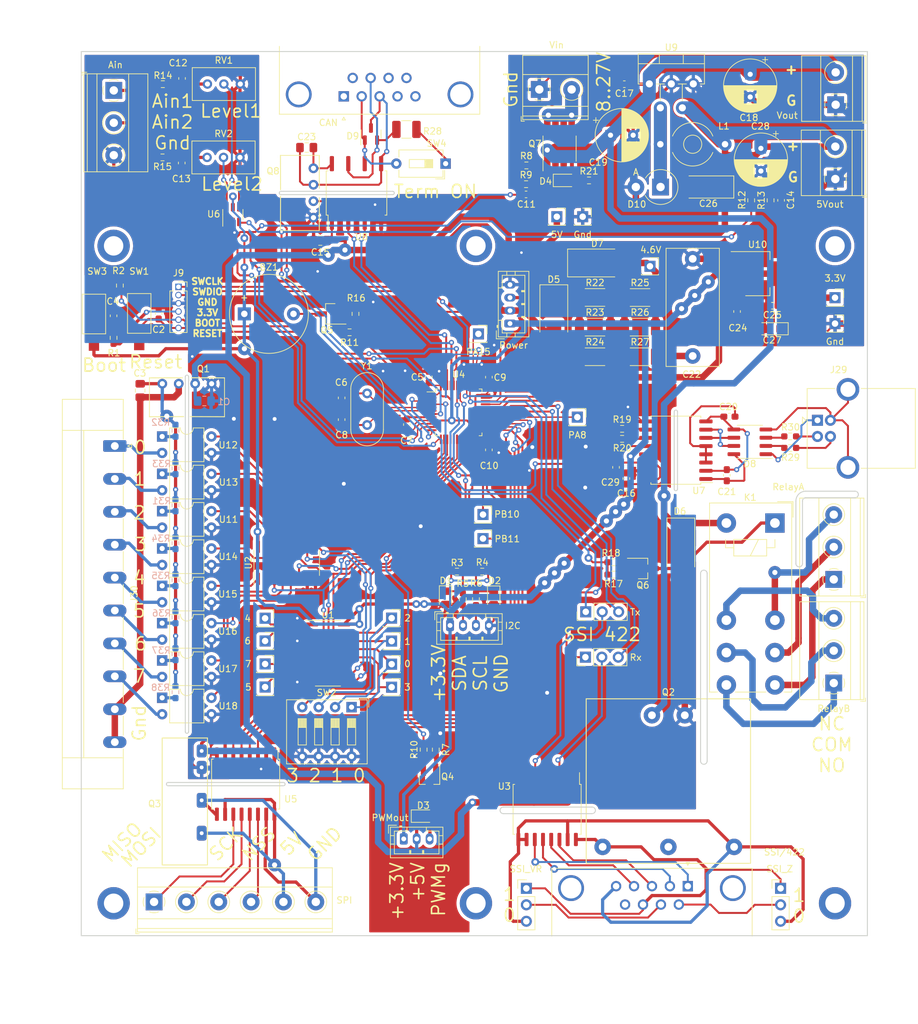
<source format=kicad_pcb>
(kicad_pcb (version 20221018) (generator pcbnew)
  (layers (0 "F.Cu" signal) (31 "B.Cu" signal) (34 "B.Paste" user) (35 "F.Paste" user) (36 "B.SilkS" user "B.Silkscreen") (37 "F.SilkS" user "F.Silkscreen") (38 "B.Mask" user) (39 "F.Mask" user) (44 "Edge.Cuts" user))
  (net 0 "")
  (net 1 "GND")
  (net 2 "+5V")
  (net 3 "/I2C1_SCL")
  (net 4 "/I2C1_SDA")
  (net 5 "/G1")
  (net 6 "/CANL")
  (net 7 "/CANH")
  (net 8 "Net-(J15-Pad1)")
  (net 9 "/Relay")
  (net 10 "/PWM")
  (net 11 "/CAN_Rx")
  (net 12 "/CAN_Tx")
  (net 13 "Net-(J1-Pad1)")
  (net 14 "Net-(J8-Pad1)")
  (net 15 "Net-(D6-Pad2)")
  (net 16 "Net-(J16-Pad1)")
  (net 17 "Net-(J17-Pad1)")
  (net 18 "Net-(R19-Pad1)")
  (net 19 "Net-(R31-Pad2)")
  (net 20 "Net-(Q4-Pad1)")
  (net 21 "/Buzzer")
  (net 22 "Net-(J18-Pad2)")
  (net 23 "Net-(J18-Pad1)")
  (net 24 "+3.3V")
  (net 25 "Net-(BZ1-Pad2)")
  (net 26 "/rst")
  (net 27 "/E5")
  (net 28 "/Egnd")
  (net 29 "/AIN0")
  (net 30 "Net-(C12-Pad2)")
  (net 31 "Net-(C13-Pad2)")
  (net 32 "+24V")
  (net 33 "Net-(C22-Pad1)")
  (net 34 "Net-(D4-Pad2)")
  (net 35 "/4.6V")
  (net 36 "Net-(D8-Pad1)")
  (net 37 "Net-(D8-Pad2)")
  (net 38 "Net-(D8-Pad3)")
  (net 39 "Net-(D8-Pad4)")
  (net 40 "Net-(C20-Pad2)")
  (net 41 "Net-(D8-Pad6)")
  (net 42 "Net-(D8-Pad7)")
  (net 43 "Net-(C21-Pad1)")
  (net 44 "GND1")
  (net 45 "Net-(D10-Pad1)")
  (net 46 "Net-(J2-Pad1)")
  (net 47 "Net-(J3-Pad1)")
  (net 48 "Net-(J4-Pad1)")
  (net 49 "Net-(J5-Pad1)")
  (net 50 "Net-(J6-Pad1)")
  (net 51 "Net-(J7-Pad1)")
  (net 52 "/boot")
  (net 53 "/SWCLK")
  (net 54 "/SWDIO")
  (net 55 "Net-(J18-Pad3)")
  (net 56 "Net-(J18-Pad4)")
  (net 57 "GND2")
  (net 58 "/SSI_Z")
  (net 59 "/SSI_VR")
  (net 60 "Net-(J18-Pad8)")
  (net 62 "Net-(J19-Pad2)")
  (net 63 "Net-(J19-Pad3)")
  (net 64 "Net-(J20-Pad1)")
  (net 65 "Net-(J20-Pad2)")
  (net 66 "Net-(J20-Pad3)")
  (net 67 "Net-(J20-Pad4)")
  (net 68 "Net-(J20-Pad5)")
  (net 69 "Net-(J21-Pad1)")
  (net 70 "Net-(J21-Pad2)")
  (net 71 "Net-(J23-Pad2)")
  (net 78 "Net-(J29-Pad2)")
  (net 79 "Net-(J29-Pad3)")
  (net 80 "Net-(J38-Pad1)")
  (net 81 "/SPI1_SCK")
  (net 82 "/Tx422")
  (net 83 "/USART1Tx")
  (net 84 "/SPI1_MISO")
  (net 85 "/Rx422")
  (net 86 "/USART1Rx")
  (net 91 "Net-(Q5-Pad1)")
  (net 92 "Net-(Q6-Pad1)")
  (net 93 "Net-(C23-Pad1)")
  (net 94 "/AIN1")
  (net 95 "Net-(R20-Pad1)")
  (net 96 "/usbDM")
  (net 97 "Net-(R22-Pad2)")
  (net 98 "Net-(R32-Pad2)")
  (net 99 "Net-(R33-Pad2)")
  (net 100 "Net-(R34-Pad2)")
  (net 101 "Net-(R35-Pad2)")
  (net 102 "Net-(R36-Pad2)")
  (net 103 "Net-(R37-Pad2)")
  (net 104 "Net-(R38-Pad2)")
  (net 105 "/AIN2")
  (net 106 "/AIN3")
  (net 107 "Net-(R28-Pad2)")
  (net 108 "/DIN")
  (net 109 "/DEN0")
  (net 110 "/Addr2")
  (net 111 "/Addr1")
  (net 112 "/Addr0")
  (net 113 "/Optocouple4/In")
  (net 114 "/Optocouple6/In")
  (net 115 "/Optocouple7/In")
  (net 116 "/Optocouple5/In")
  (net 117 "/DEN1")
  (net 118 "/Optocouple3/In")
  (net 119 "/Optocouple1/In")
  (net 120 "/Optocouple2/In")
  (net 121 "/Optocouple/In")
  (net 122 "/USBpullup")
  (net 123 "/SPI2_NSS")
  (net 124 "/SPI2_SCK")
  (net 125 "/SPI2_MISO")
  (net 126 "/SPI2_MOSI")
  (net 127 "/usbDP")
  (net 128 "Net-(C20-Pad1)")
  (net 129 "/Optocouple1/EXTi")
  (net 130 "/Optocouple2/EXTi")
  (net 131 "/Optocouple/EXTi")
  (net 132 "/Optocouple3/EXTi")
  (net 133 "/Optocouple4/EXTi")
  (net 134 "/Optocouple5/EXTi")
  (net 135 "/Optocouple6/EXTi")
  (net 136 "/Optocouple7/EXTi")
  (net 137 "/OSCIN")
  (net 138 "/OSCOUT")
  (net 142 "Net-(J9-Pad4)")
  (net 143 "/NO2")
  (net 144 "/COM2")
  (net 145 "/NC2")
  (net 146 "Net-(J20-Pad6)")
  (net 147 "/NO1")
  (net 148 "/COM1")
  (net 149 "/NC1")
  (footprint "Capacitor_SMD:C_0603_1608Metric_Pad1.08x0.95mm_HandSolder" (layer "F.Cu") (at 97.4325 24.5385 180)
    (fp_text reference "C17")
    (fp_text value "0.1")
  )
  (footprint "Package_TO_SOT_SMD:SOT-23_Handsoldering" (layer "F.Cu") (at 100.3032 99.314)
    (fp_text reference "Q6")
    (fp_text value "SI2308")
  )
  (footprint "Capacitor_SMD:C_0603_1608Metric_Pad1.08x0.95mm_HandSolder" (layer "F.Cu") (at 121.666 42.4688 90)
    (fp_text reference "C14")
    (fp_text value "0.1")
  )
  (footprint "Package_TO_SOT_SMD:SOT-223-3_TabPin2" (layer "F.Cu") (at 118.033 53.793)
    (fp_text reference "U10")
    (fp_text value "LM1117-3.3")
  )
  (footprint "Resistor_SMD:R_0603_1608Metric_Pad0.98x0.95mm_HandSolder" (layer "F.Cu") (at 68.294 127.2807 90)
    (fp_text reference "R7")
    (fp_text value "330")
  )
  (footprint "Resistor_SMD:R_0603_1608Metric_Pad0.98x0.95mm_HandSolder" (layer "F.Cu") (at 18.4912 63.7013 90)
    (fp_text reference "R1")
    (fp_text value "22")
  )
  (footprint "Resistor_SMD:R_2010_5025Metric_Pad1.40x2.65mm_HandSolder" (layer "F.Cu") (at 92.9 62.048)
    (fp_text reference "R23")
    (fp_text value "7.5")
  )
  (footprint "Resistor_SMD:R_1210_3225Metric_Pad1.30x2.65mm_HandSolder" (layer "F.Cu") (at 63.7546 31.5214)
    (fp_text reference "R28")
    (fp_text value "120")
  )
  (footprint "Capacitor_SMD:C_0805_2012Metric_Pad1.18x1.45mm_HandSolder" (layer "F.Cu") (at 22.606 71.8312 -90)
    (fp_text reference "C3")
    (fp_text value "1u")
  )
  (footprint "Button_Switch_SMD:SW_SPST_FSMSM" (layer "F.Cu") (at 15.458 60.0204 -90)
    (fp_text reference "SW3")
    (fp_text value "SW_Push")
  )
  (footprint "Package_DIP:DIP-4_W7.62mm" (layer "F.Cu") (at 26 113.511428)
    (fp_text reference "U17")
    (fp_text value "PC817")
  )
  (footprint "TerminalBlock_Phoenix:TerminalBlock_Phoenix_MKDS-1,5-2_1x02_P5.00mm_Horizontal" (layer "F.Cu") (at 130.047 39.1835 90)
    (fp_text reference "J27" hide)
    (fp_text value "5Vout")
  )
  (footprint "Capacitor_THT:CP_Radial_D8.0mm_P3.50mm" (layer "F.Cu") (at 95.298349 32.4125)
    (fp_text reference "C19")
    (fp_text value "100u 35V")
  )
  (footprint "Capacitor_THT:CP_Radial_D8.0mm_P3.50mm" (layer "F.Cu") (at 118.541 34.4445 -90)
    (fp_text reference "C28")
    (fp_text value "100u 16V")
  )
  (footprint "Connector_PinHeader_2.54mm:PinHeader_1x03_P2.54mm_Vertical" (layer "F.Cu") (at 121.5834 148.6957)
    (fp_text reference "JP4" hide)
    (fp_text value "SSI_Z")
  )
  (footprint "Connector_PinSocket_2.54mm:PinSocket_1x01_P2.54mm_Vertical" (layer "F.Cu") (at 75.5904 94.6912)
    (fp_text reference "J16" hide)
    (fp_text value "PB11")
  )
  (footprint "Connector_PinSocket_2.54mm:PinSocket_1x01_P2.54mm_Vertical" (layer "F.Cu") (at 130 57.5)
    (fp_text reference "TP4" hide)
    (fp_text value "3.3V")
  )
  (footprint "my_footprints:Hole_3mm" (layer "F.Cu") (at 18.5 151)
    (fp_text reference "P3" hide)
    (fp_text value "Hole" hide)
  )
  (footprint "Diode_SMD:D_0805_2012Metric_Pad1.15x1.40mm_HandSolder" (layer "F.Cu") (at 66.3636 137.5404)
    (fp_text reference "D3")
    (fp_text value "D")
  )
  (footprint "Capacitor_SMD:C_0603_1608Metric_Pad1.08x0.95mm_HandSolder" (layer "F.Cu") (at 29.0782 23.6499 -90)
    (fp_text reference "C12")
    (fp_text value "0.1")
  )
  (footprint "Capacitor_SMD:C_0603_1608Metric_Pad1.08x0.95mm_HandSolder" (layer "F.Cu") (at 114.858 59.635 -90)
    (fp_text reference "C24")
    (fp_text value "0.1")
  )
  (footprint "Button_Switch_THT:SW_DIP_SPSTx01_Slide_6.7x4.1mm_W7.62mm_P2.54mm_LowProfile" (layer "F.Cu") (at 69.8146 36.8046 180)
    (fp_text reference "SW4")
    (fp_text value "SW_DIP_x01")
  )
  (footprint "Capacitor_THT:C_Rect_L18.0mm_W8.0mm_P15.00mm_FKS3_FKP3" (layer "F.Cu") (at 108 66.5 90)
    (fp_text reference "C22")
    (fp_text value "1F")
  )
  (footprint "Connector_PinHeader_2.54mm:PinHeader_1x03_P2.54mm_Vertical" (layer "F.Cu") (at 91.42 113 90)
    (fp_text reference "JP2" hide)
    (fp_text value "Rx")
  )
  (footprint "Package_DIP:DIP-4_W7.62mm" (layer "F.Cu") (at 26 101.985714)
    (fp_text reference "U15")
    (fp_text value "PC817")
  )
  (footprint "TerminalBlock_Phoenix:TerminalBlock_Phoenix_MKDS-1,5-6_1x06_P5.00mm_Horizontal" (layer "F.Cu") (at 24.7496 150.7878)
    (fp_text reference "J20" hide)
    (fp_text value "SPI")
  )
  (footprint "Capacitor_SMD:C_0603_1608Metric_Pad1.08x0.95mm_HandSolder" (layer "F.Cu") (at 113.6775 75.8682 180)
    (fp_text reference "C20")
    (fp_text value "0.1")
  )
  (footprint "Connector_PinSocket_2.54mm:PinSocket_1x01_P2.54mm_Vertical" (layer "F.Cu") (at 130 61.5)
    (fp_text reference "TP2" hide)
    (fp_text value "Gnd")
  )
  (footprint "Resistor_SMD:R_0603_1608Metric_Pad0.98x0.95mm_HandSolder" (layer "F.Cu") (at 55.8824 59.9981 90)
    (fp_text reference "R16")
    (fp_text value "10k")
  )
  (footprint "Buzzer_Beeper:Buzzer_12x9.5RM7.6" (layer "F.Cu") (at 38.7 60)
    (fp_text reference "BZ1")
    (fp_text value "Buzzer 3.3V")
  )
  (footprint "Resistor_SMD:R_0603_1608Metric_Pad0.98x0.95mm_HandSolder" (layer "F.Cu") (at 66.4144 127.2807 -90)
    (fp_text reference "R10")
    (fp_text value "10k")
  )
  (footprint "my_footprints:Hole_3mm" (layer "F.Cu") (at 130 49.5)
    (fp_text reference "P5" hide)
    (fp_text value "Hole" hide)
  )
  (footprint "Connector_PinSocket_2.54mm:PinSocket_1x01_P2.54mm_Vertical" (layer "F.Cu") (at 75.5904 90.9828)
    (fp_text reference "J15" hide)
    (fp_text value "PB10")
  )
  (footprint "Resistor_SMD:R_2010_5025Metric_Pad1.40x2.65mm_HandSolder" (layer "F.Cu") (at 92.9 57.467)
    (fp_text reference "R22")
    (fp_text value "7.5")
  )
  (footprint "Resistor_SMD:R_0603_1608Metric_Pad0.98x0.95mm_HandSolder" (layer "F.Cu") (at 117.0432 42.468 -90)
    (fp_text reference "R12")
    (fp_text value "10k")
  )
  (footprint "Resistor_SMD:R_0603_1608Metric_Pad0.98x0.95mm_HandSolder" (layer "F.Cu") (at 26.0575 35.843 180)
    (fp_text reference "R15")
    (fp_text value "10k")
  )
  (footprint "Connector_Phoenix_MC_HighVoltage:PhoenixContact_MC_1,5_10-GF-5.08_1x10_P5.08mm_Horizontal_ThreadedFlange" (layer "F.Cu") (at 18.6834 80.398958 -90)
    (fp_text reference "J30")
    (fp_text value "EXT_IN")
  )
  (footprint "Connector_Dsub:DSUB-9_Female_Horizontal_P2.77x2.84mm_EdgePinOffset4.94mm_Housed_MountingHolesOffset7.48mm" (layer "F.Cu") (at 54.071 26.416 180)
    (fp_text reference "J28" hide)
    (fp_text value "CAN")
  )
  (footprint "my_footprints:VRB2405" (layer "F.Cu") (at 104.2416 132.1308)
    (fp_text reference "Q2")
    (fp_text value "VRB2405YMD")
  )
  (footprint "Capacitor_SMD:C_0603_1608Metric_Pad1.08x0.95mm_HandSolder" (layer "F.Cu") (at 53.7416 72.9736 -90)
    (fp_text reference "C6")
    (fp_text value "12")
  )
  (footprint "Resistor_SMD:R_0603_1608Metric_Pad0.98x0.95mm_HandSolder" (layer "F.Cu") (at 95.758 98.3488 180)
    (fp_text reference "R18")
    (fp_text value "330")
  )
  (footprint "Package_TO_SOT_SMD:SOT-23_Handsoldering" (layer "F.Cu") (at 52.0216 60 180)
    (fp_text reference "Q5")
    (fp_text value "SI2300")
  )
  (footprint "Resistor_SMD:R_0603_1608Metric_Pad0.98x0.95mm_HandSolder" (layer "F.Cu") (at 97.0921 77.7478 180)
    (fp_text reference "R19")
    (fp_text value "22")
  )
  (footprint "Crystal:Crystal_HC49-U_Vertical" (layer "F.Cu") (at 57.6786 72.2762 -90)
    (fp_text reference "Y1")
    (fp_text value "8MHz")
  )
  (footprint "Capacitor_SMD:C_0603_1608Metric_Pad1.08x0.95mm_HandSolder" (layer "F.Cu") (at 76.5 81 90)
    (fp_text reference "C10")
    (fp_text value "0.1")
  )
  (footprint "my_footprints:B0x0xS" (layer "F.Cu") (at 49.3848 41.333469 90)
    (fp_text reference "Q8")
    (fp_text value "B0505S-1W")
  )
  (footprint "Resistor_SMD:R_0603_1608Metric_Pad0.98x0.95mm_HandSolder" (layer "F.Cu") (at 95.7599 100.2538 180)
    (fp_text reference "R17")
    (fp_text value "10k")
  )
  (footprint "Resistor_SMD:R_0603_1608Metric_Pad0.98x0.95mm_HandSolder" (layer "F.Cu") (at 75.4719 99.795)
    (fp_text reference "R4")
    (fp_text value "4k7")
  )
  (footprint "my_footprints:Hole_3mm" (layer "F.Cu") (at 74.5 49.5)
    (fp_text reference "P6" hide)
    (fp_text value "Hole" hide)
  )
  (footprint "TerminalBlock_Phoenix:TerminalBlock_Phoenix_MKDS-1,5-3_1x03_P5.00mm_Horizontal" (layer "F.Cu") (at 129.805 101 90)
    (fp_text reference "J25" hide)
    (fp_text value "RelayA")
  )
  (footprint "Connector_PinSocket_2.54mm:PinSocket_1x01_P2.54mm_Vertical" (layer "F.Cu") (at 41.9142 106.9948)
    (fp_text reference "J3" hide)
    (fp_text value "4")
  )
  (footprint "Connector_PinSocket_2.54mm:PinSocket_1x01_P2.54mm_Vertical" (layer "F.Cu") (at 91 45)
    (fp_text reference "TP3" hide)
    (fp_text value "Gnd")
  )
  (footprint "Resistor_SMD:R_0603_1608Metric_Pad0.98x0.95mm_HandSolder" (layer "F.Cu") (at 72.4728 104.0603 90)
    (fp_text reference "R5")
    (fp_text value "100")
  )
  (footprint "Potentiometer_THT:Potentiometer_Bourns_3296W_Vertical" (layer "F.Cu") (at 38.0798 24.5146)
    (fp_text reference "RV1")
    (fp_text value "50k")
  )
  (footprint "Resistor_SMD:R_2010_5025Metric_Pad1.40x2.65mm_HandSolder" (layer "F.Cu") (at 92.9 66.62)
    (fp_text reference "R24")
    (fp_text value "7.5")
  )
  (footprint "Resistor_SMD:R_0603_1608Metric_Pad0.98x0.95mm_HandSolder" (layer "F.Cu") (at 123.0763 80.6942 180)
    (fp_text reference "R29")
    (fp_text value "22")
  )
  (footprint "Connector_JST:JST_PH_B4B-PH-K_1x04_P2.00mm_Vertical" (layer "F.Cu") (at 70.5 108.0994)
    (fp_text reference "J19" hide)
    (fp_text value "I2C")
  )
  (footprint "Package_SO:SOIC-16_3.9x9.9mm_P1.27mm" (layer "F.Cu") (at 45.2532 98.441486 90)
    (fp_text reference "U2")
    (fp_text value "74HC4051")
  )
  (footprint "Diode_SMD:D_0805_2012Metric_Pad1.15x1.40mm_HandSolder" (layer "F.Cu") (at 77.248 103.868 -90)
    (fp_text reference "D2")
    (fp_text value "CESD3V3")
  )
  (footprint "Package_SO:SOIC-16W_7.5x10.3mm_P1.27mm" (layer "F.Cu") (at 105.396 81.0498 180)
    (fp_text reference "U7")
    (fp_text value "ADUM4160")
  )
  (footprint "Package_SO:SOP-8_6.62x9.15mm_P2.54mm" (layer "F.Cu") (at 56.0396 41.333469 90)
    (fp_text reference "U8")
    (fp_text value "ISO1050DUB")
  )
  (footprint "Connector_PinSocket_2.54mm:PinSocket_1x01_P2.54mm_Vertical" (layer "F.Cu") (at 61.4722 114.0814)
    (fp_text reference "J1" hide)
    (fp_text value "0")
  )
  (footprint "Capacitor_SMD:C_0805_2012Metric_Pad1.18x1.45mm_HandSolder" (layer "F.Cu") (at 48.3395 34.323069 180)
    (fp_text reference "C23")
    (fp_text value "1u")
  )
  (footprint "Resistor_SMD:R_0603_1608Metric_Pad0.98x0.95mm_HandSolder" (layer "F.Cu") (at 71.5603 99.795 180)
    (fp_text reference "R3")
    (fp_text value "4k7")
  )
  (footprint "Resistor_SMD:R_0603_1608Metric_Pad0.98x0.95mm_HandSolder" (layer "F.Cu") (at 97.0921 79.2972 180)
    (fp_text reference "R20")
    (fp_text value "22")
  )
  (footprint "Connector_PinSocket_2.54mm:PinSocket_1x01_P2.54mm_Vertical" (layer "F.Cu") (at 61.4722 110.5254)
    (fp_text reference "J2" hide)
    (fp_text value "1")
  )
  (footprint "Capacitor_SMD:C_0603_1608Metric_Pad1.08x0.95mm_HandSolder" (layer "F.Cu") (at 113.27 84.9117 90)
    (fp_text reference "C21")
    (fp_text value "0.1")
  )
  (footprint "Connector_USB:USB_B_OST_USB-B1HSxx_Horizontal" (layer "F.Cu") (at 127.29 76.4292)
    (fp_text reference "J29")
    (fp_text value "USB_B")
  )
  (footprint "Relay_THT:Relay_DPDT_Finder_40.52" (layer "F.Cu") (at 120.7075 92.2925 -90)
    (fp_text reference "K1")
    (fp_text value "HF115F-024-2ZS4")
  )
  (footprint "Connector_PinSocket_2.54mm:PinSocket_1x01_P2.54mm_Vertical" (layer "F.Cu") (at 41.9142 110.5)
    (fp_text reference "J5" hide)
    (fp_text value "6")
  )
  (footprint "Connector_PinHeader_2.54mm:PinHeader_1x03_P2.54mm_Vertical" (layer "F.Cu") (at 82.2896 148.6957)
    (fp_text reference "JP3" hide)
    (fp_text value "SSI_VR")
  )
  (footprint "Package_DIP:DIP-4_W7.62mm" (layer "F.Cu") (at 26 96.222857)
    (fp_text reference "U14")
    (fp_text value "PC817")
  )
  (footprint "Resistor_SMD:R_0603_1608Metric_Pad0.98x0.95mm_HandSolder" (layer "F.Cu") (at 91.9745 39.3975)
    (fp_text reference "R21")
    (fp_text value "4k7")
  )
  (footprint "Capacitor_SMD:C_0603_1608Metric_Pad1.08x0.95mm_HandSolder" (layer "F.Cu") (at 29.0274 36.7055 90)
    (fp_text reference "C13")
    (fp_text value "0.1")
  )
  (footprint "Diode_THT:D_DO-201_P3.81mm_Vertical_AnodeUp" (layer "F.Cu") (at 103.027 40.4135 180)
    (fp_text reference "D10")
    (fp_text value "1N5822")
  )
  (footprint "Capacitor_SMD:C_0603_1608Metric_Pad1.08x0.95mm_HandSolder" (layer "F.Cu") (at 76.5 69.7732 -90)
    (fp_text reference "C9")
    (fp_text value "0.1")
  )
  (footprint "Button_Switch_SMD:SW_SPST_FSMSM" (layer "F.Cu") (at 22.458 59.9304 90)
    (fp_text reference "SW1")
    (fp_text value "SW_Push")
  )
  (footprint "Capacitor_SMD:C_0603_1608Metric_Pad1.08x0.95mm_HandSolder" (layer "F.Cu") (at 120.319 58.746 180)
    (fp_text reference "C25")
    (fp_text value "0.1")
  )
  (footprint "Package_SO:SOIC-16_3.9x9.9mm_P1.27mm" (layer "F.Cu") (at 51.627 112.395)
    (fp_text reference "U1")
    (fp_text value "74HC4051")
  )
  (footprint "Package_SO:SOIC-8_3.9x4.9mm_P1.27mm" (layer "F.Cu") (at 116.8402 79.7544 180)
    (fp_text reference "D8")
    (fp_text value "USB6B1")
  )
  (footprint "Capacitor_SMD:C_0603_1608Metric_Pad1.08x0.95mm_HandSolder" (layer "F.Cu") (at 63.8254 77.0895 -90)
    (fp_text reference "C7")
    (fp_text value "0.1")
  )
  (footprint "Connector_Dsub:DSUB-9_Female_Horizontal_P2.77x2.84mm_EdgePinOffset4.94mm_Housed_MountingHolesOffset7.48mm" (layer "F.Cu") (at 107.2452 148.358169)
    (fp_text reference "J18" hide)
    (fp_text value "SSI/422")
  )
  (footprint "Resistor_SMD:R_0603_1608Metric_Pad0.98x0.95mm_HandSolder" (layer "F.Cu") (at 82.296 37.084 180)
    (fp_text reference "R8")
    (fp_text value "91k")
  )
  (footprint "Capacitor_SMD:C_0805_2012Metric_Pad1.18x1.45mm_HandSolder" (layer "F.Cu") (at 50.4477 48.674069 180)
    (fp_text reference "C15")
    (fp_text value "1u")
  )
  (footprint "Potentiometer_THT:Potentiometer_Bourns_3296W_Vertical" (layer "F.Cu") (at 38.029 35.843)
    (fp_text reference "RV2")
    (fp_text value "50k")
  )
  (footprint "Connector_PinSocket_2.54mm:PinSocket_1x01_P2.54mm_Vertical" (layer "F.Cu") (at 61.4722 117.6374)
    (fp_text reference "J8" hide)
    (fp_text value "3")
  )
  (footprint "Connector_PinSocket_2.54mm:PinSocket_1x01_P2.54mm_Vertical" (layer "F.Cu") (at 74.8792 63.0936)
    (fp_text reference "J17" hide)
    (fp_text value "PA15")
  )
  (footprint "Capacitor_SMD:C_0603_1608Metric_Pad1.08x0.95mm_HandSolder" (layer "F.Cu") (at 97.7506 85.4175 90)
    (fp_text reference "C16")
    (fp_text value "0.1")
  )
  (footprint "Resistor_SMD:R_0603_1608Metric_Pad0.98x0.95mm_HandSolder" (layer "F.Cu") (at 123.0725 78.9162 180)
    (fp_text reference "R30")
    (fp_text value "22")
  )
  (footprint "Resistor_SMD:R_0603_1608Metric_Pad0.98x0.95mm_HandSolder" (layer "F.Cu") (at 19.4652 55.6279 90)
    (fp_text reference "R2")
    (fp_text value "10k")
  )
  (footprint "Package_SO:SOIC-16W_7.5x10.3mm_P1.27mm" (layer "F.Cu") (at 38.9076 132.6014 -90)
    (fp_text reference "U5")
    (fp_text value "ISO7241C")
  )
  (footprint "TerminalBlock_Phoenix:TerminalBlock_Phoenix_MKDS-1,5-3_1x03_P5.00mm_Horizontal" (layer "F.Cu") (at 18.526 25.5 -90)
    (fp_text reference "J21" hide)
    (fp_text value "Ain")
  )
  (footprint "Connector_PinSocket_1.27mm:PinSocket_1x06_P1.27mm_Vertical" (layer "F.Cu") (at 28.525 55.825)
    (fp_text reference "J9")
    (fp_text value "PROG")
  )
  (footprint "Package_DIP:DIP-4_W7.62mm" (layer "F.Cu") (at 26 107.748571)
    (fp_text reference "U16")
    (fp_text value "PC817")
  )
  (footprint "Capacitor_THT:CP_Radial_D8.0mm_P3.50mm" (layer "F.Cu") (at 116.89 23.012849 -90)
    (fp_text reference "C18")
    (fp_text value "100u 35V")
  )
  (footprint "my_footprints:B0x0xS" (layer "F.Cu") (at 29.8354 70.780886 180)
    (fp_text reference "Q1")
    (fp_text value "B0505S-1W")
  )
  (footprint "Package_DIP:DIP-4_W7.62mm" (layer "F.Cu") (at 26 84.697143)
    (fp_text reference "U13")
    (fp_text value "PC817")
  )
  (footprint "Capacitor_SMD:C_0603_1608Metric_Pad1.08x0.95mm_HandSolder" (layer "F.Cu") (at 96.1504 83.6914 -90)
    (fp_text reference "C29")
    (fp_text value "0.1")
  )
  (footprint "Connector_JST:JST_PH_B3B-PH-K_1x03_P2.00mm_Vertical" (layer "F.Cu") (at 63.3386 141.059)
    (fp_text reference "J22" hide)
    (fp_text value "PWMout")
  )
  (footprint "Button_Switch_THT:SW_DIP_SPSTx04_Slide_9.78x12.34mm_W7.62mm_P2.54mm" (layer "F.Cu") (at 55.2746 120.7179 -90)
    (fp_text reference "SW2")
    (fp_text value "SW_DIP_x04")
  )
  (footprint "Package_TO_SOT_SMD:SOT-23" (layer "F.Cu") (at 58.2748 32.240269 90)
    (fp_text reference "D9")
    (fp_text value "PESD1CAN")
  )
  (footprint "Package_DIP:DIP-4_W7.62mm" (layer "F.Cu") (at 26 90.46)
    (fp_text reference "U11")
    (fp_text value "PC817")
  )
  (footprint "Capacitor_SMD:C_0603_1608Metric_Pad1.08x0.95mm_HandSolder" (layer "F.Cu") (at 67.2036 69.7213 -90)
    (fp_text reference "C5")
    (fp_text value "0.1")
  )
  (footprint "Diode_SMD:D_SMA-SMB_Universal_Handsoldering" (layer "F.Cu") (at 106.172 96.372 -90)
    (fp_text reference "D6")
    (fp_text value "SS14")
  )
  (footprint "Connector_PinSocket_2.54mm:PinSocket_1x01_P2.54mm_Vertical" (layer "F.Cu") (at 101.396 52.65)
    (fp_text reference "TP1" hide)
    (fp_text value "4.6V")
  )
  (footprint "my_footprints:Hole_3mm" (layer "F.Cu") (at 74.5 151)
    (fp_text reference "P1" hide)
    (fp_text value "Hole" hide)
  )
  (footprint "Connector_JST:JST_PH_B4B-PH-K_1x04_P2.00mm_Vertical" (layer "F.Cu") (at 79.764 61.492 90)
    (fp_text reference "J24" hide)
    (fp_text value "Power")
  )
  (footprint "Resistor_SMD:R_0603_1608Metric_Pad0.98x0.95mm_HandSolder" (layer "F.Cu") (at 82.2471 39.9796)
    (fp_text reference "R9")
    (fp_text value "10k")
  )
  (footprint "Capacitor_SMD:C_0603_1608Metric_Pad1.08x0.95mm_HandSolder" (layer "F.Cu") (at 18.4912 60.3007 -90)
    (fp_text reference "C4")
    (fp_text value "0.1")
  )
  (footprint "Capacitor_SMD:C_0603_1608Metric_Pad1.08x0.95mm_HandSolder" (layer "F.Cu") (at 82.2452 41.5544)
    (fp_text reference "C11")
    (fp_text value "0.1")
  )
  (footprint "my_footprints:Hole_3mm" (layer "F.Cu") (at 18.5 49.5)
    (fp_text reference "P4" hide)
    (fp_text value "Hole" hide)
  )
  (footprint "Package_TO_SOT_SMD:SOT-23_Handsoldering" (layer "F.Cu") (at 67.3288 131.8748 -90)
    (fp_text reference "Q4")
    (fp_text value "SI2300")
  )
  (footprint "Diode_SMD:D_SMB_Handsoldering" (layer "F.Cu") (at 93.268 52.142)
    (fp_text reference "D7")
    (fp_text value "MBRS130L")
  )
  (footprint "Package_DIP:DIP-4_W7.62mm" (layer "F.Cu") (at 26 119.274286)
    (fp_text reference "U18")
    (fp_text value "PC817")
  )
  (footprint "Connector_PinSocket_2.54mm:PinSocket_1x01_P2.54mm_Vertical" (layer "F.Cu") (at 87 45)
    (fp_text reference "TP5" hide)
    (fp_text value "5V")
  )
  (footprint "Capacitor_Tantalum_SMD:CP_EIA-6032-28_Kemet-C_Pad2.25x2.35mm_HandSolder" (layer "F.Cu") (at 110.423 40.4135 180)
    (fp_text reference "C26")
    (fp_text value "47u 10V")
  )
  (footprint "Inductor_THT:L_Toroid_Horizontal_D6.5mm_P10.00mm_Diameter7-5mm_Amidon-T25" (layer "F.Cu") (at 113 33.8095 180)
    (fp_text reference "L1")
    (fp_text value "100u")
  )
  (footprint "Connector_PinHeader_2.54mm:PinHeader_1x03_P2.54mm_Vertical" (layer "F.Cu") (at 91.475 106 90)
    (fp_text reference "JP1" hide)
    (fp_text value "Tx")
  )
  (footprint "Resistor_SMD:R_2010_5025Metric_Pad1.40x2.65mm_HandSolder" (layer "F.Cu") (at 99.859 66.62)
    (fp_text reference "R27")
    (fp_text value "7.5")
  )
  (footprint "Resistor_SMD:R_0603_1608Metric_Pad0.98x0.95mm_HandSolder" (layer "F.Cu") (at 54.9699 62.8448)
    (fp_text reference "R11")
    (fp_text value "330")
  )
  (footprint "TerminalBlock_Phoenix:TerminalBlock_Phoenix_MKDS-1,5-2_1x02_P5.00mm_Horizontal" (layer "F.Cu") (at 130.098 27.7135 90)
    (fp_text reference "J26" hide)
    (fp_text value "Vout")
  )
  (footprint "Resistor_SMD:R_0603_1608Metric_Pad0.98x0.95mm_HandSolder" (layer "F.Cu") (at 74.5048 104.0622 90)
    (fp_text reference "R6")
    (fp_text value "100")
  )
  (footprint "Capacitor_Tantalum_SMD:CP_EIA-3216-18_Kemet-A_Pad1.58x1.35mm_HandSolder" (layer "F.Cu") (at 120.2785 62.302 180)
    (fp_text reference "C27")
    (fp_text value "47u 6V")
  )
  (footprint "Resistor_SMD:R_0603_1608Metric_Pad0.98x0.95mm_HandSolder" (layer "F.Cu") (at 26.1045 24.54 180)
    (fp_text reference "R14")
    (fp_text value "10k")
  )
  (footprint "Connector_PinSocket_2.54mm:PinSocket_1x01_P2.54mm_Vertical" (layer "F.Cu") (at 41.9142 117.612)
    (fp_text reference "J4" hide)
    (fp_text value "5")
  )
  (footprint "Package_QFP:LQFP-48_7x7mm_P0.5mm" (layer "F.Cu") (at 71.8264 75.2088)
    (fp_text reference "U4")
    (fp_text value "STM32F072C8Tx")
  )
  (footprint "Connector_PinSocket_2.54mm:PinSocket_1x01_P2.54mm_Vertical" (layer "F.Cu") (at 41.9142 114.056)
    (fp_text reference "J6" hide)
    (fp_text value "7")
  )
  (footprint "my_footprints:B0505S-2W" (layer "F.Cu") (at 32.1056 127.4804 -90)
    (fp_text reference "Q3")
    (fp_text value "B0505S-2W")
  )
  (footprint "Package_TO_SOT_THT:TO-220-5_P3.4x3.7mm_StaggerEven_Lead3.8mm_Vertical" (layer "F.Cu") (at 101.298 24.4885)
    (fp_text reference "U9")
    (fp_text value "LM2576-5.0")
  )
  (footprint "Connector_PinSocket_2.54mm:PinSocket_1x01_P2.54mm_Vertical" (layer "F.Cu") (at 61.4722 106.9694)
    (fp_text reference "J7" hide)
    (fp_text value "2")
  )
  (footprint "Resistor_SMD:R_2010_5025Metric_Pad1.40x2.65mm_HandSolder" (layer "F.Cu") (at 99.859 62.048)
    (fp_text reference "R26")
    (fp_text value "7.5")
  )
  (footprint "Package_TO_SOT_SMD:SOT-23-6" (layer "F.Cu") (at 36.9316 44.6731 90)
    (fp_text reference "U6")
    (fp_text value "IP4220CZ6")
  )
  (footprint "Package_DIP:DIP-4_W7.62mm" (layer "F.Cu") (at 26 78.934286)
    (fp_text reference "U12")
    (fp_text value "PC817")
  )
  (footprint "Package_SO:SOIC-16W_7.5x10.3mm_P1.27mm" (layer "F.Cu") (at 85.5 136.5 -90)
    (fp_text reference "U3")
    (fp_text value "ISO3086")
  )
  (footprint "my_footprints:Hole_3mm" (layer "F.Cu") (at 130 151)
    (fp_text reference "P2" hide)
    (fp_text value "Hole" hide)
  )
  (footprint "TerminalBlock_Phoenix:TerminalBlock_Phoenix_MKDS-1,5-2_1x02_P5.00mm_Horizontal" (layer "F.Cu") (at 84.291 25.3515)
    (fp_text reference "J23" hide)
    (fp_text value "Vin")
  )
  (footprint "Diode_SMD:D_0805_2012Metric_Pad1.15x1.40mm_HandSolder" (layer "F.Cu") (at 69.8058 103.8426 -90)
    (fp_text reference "D1")
    (fp_text value "CESD3V3")
  )
  (footprint "TerminalBlock_Phoenix:TerminalBlock_Phoenix_MKDS-1,5-3_1x03_P5.00mm_Horizontal" (layer "F.Cu") (at 129.805 117 90)
    (fp_text reference "J10" hide)
    (fp_text value "RelayB")
  )
  (footprint "Resistor_SMD:R_2010_5025Metric_Pad1.40x2.65mm_HandSolder" (layer "F.Cu") (at 99.859 57.476)
    (fp_text reference "R25")
    (fp_text value "7.5")
  )
  (footprint "Diode_SMD:D_0805_2012Metric_Pad1.15x1.40mm_HandSolder" (layer "F.Cu") (at 88.315 39.3975)
    (fp_text reference "D4")
    (fp_text value "MM3Z7V5")
  )
  (footprint "Resistor_SMD:R_0603_1608Metric_Pad0.98x0.95mm_HandSolder" (layer "F.Cu") (at 120.0404 42.468 90)
    (fp_text reference "R13")
    (fp_text value "10k")
  )
  (footprint "Package_SO:SO-8_3.9x4.9mm_P1.27mm" (layer "F.Cu") (at 87.426 34.4795 90)
    (fp_text reference "Q7")
    (fp_text value "IRF9310")
  )
  (footprint "Capacitor_SMD:C_0603_1608Metric_Pad1.08x0.95mm_HandSolder" (layer "F.Cu") (at 53.7416 76.3264 90)
    (fp_text reference "C8")
    (fp_text value "12")
  )
  (footprint "Capacitor_SMD:C_0603_1608Metric_Pad1.08x0.95mm_HandSolder" (layer "F.Cu") (at 25.4596 59.9304 90)
    (fp_text reference "C2")
    (fp_text value "0.1")
  )
  (footprint "Connector_PinSocket_2.54mm:PinSocket_1x01_P2.54mm_Vertical" (layer "F.Cu") (at 90.17 75.946)
    (fp_text reference "J38" hide)
    (fp_text value "PA8")
  )
  (footprint "Diode_SMD:D_SMB_Handsoldering" (layer "F.Cu") (at 86.537 60.11 -90)
    (fp_text reference "D5")
    (fp_text value "MBRS130L")
  )
  (footprint "Resistor_SMD:R_0603_1608Metric_Pad0.98x0.95mm_HandSolder" (layer "B.Cu") (at 28.0574 106.848886 -90)
    (fp_text reference "R36")
    (fp_text value "360")
  )
  (footprint "Resistor_SMD:R_0603_1608Metric_Pad0.98x0.95mm_HandSolder" (layer "B.Cu") (at 28.0574 78.043386 -90)
    (fp_text reference "R32")
    (fp_text value "360")
  )
  (footprint "Capacitor_SMD:C_0805_2012Metric_Pad1.18x1.45mm_HandSolder" (layer "B.Cu") (at 32.5239 73.447886)
    (fp_text reference "C1")
    (fp_text value "1u")
  )
  (footprint "Resistor_SMD:R_0603_1608Metric_Pad0.98x0.95mm_HandSolder" (layer "B.Cu") (at 28.0574 101.110386 -90)
    (fp_text reference "R35")
    (fp_text value "360")
  )
  (footprint "Resistor_SMD:R_0603_1608Metric_Pad0.98x0.95mm_HandSolder" (layer "B.Cu") (at 28.0574 112.540386 -90)
    (fp_text reference "R37")
    (fp_text value "360")
  )
  (footprint "Resistor_SMD:R_0603_1608Metric_Pad0.98x0.95mm_HandSolder" (layer "B.Cu") (at 28.0574 118.405886 -90)
    (fp_text reference "R38")
    (fp_text value "360")
  )
  (footprint "Resistor_SMD:R_0603_1608Metric_Pad0.98x0.95mm_HandSolder" (layer "B.Cu") (at 28.0574 83.838386 -90)
    (fp_text reference "R33")
    (fp_text value "360")
  )
  (footprint "Resistor_SMD:R_0603_1608Metric_Pad0.98x0.95mm_HandSolder" (layer "B.Cu") (at 28.0574 95.395386 -90)
    (fp_text reference "R34")
    (fp_text value "360")
  )
  (footprint "Resistor_SMD:R_0603_1608Metric_Pad0.98x0.95mm_HandSolder" (layer "B.Cu") (at 28.0574 89.553386 -90)
    (fp_text reference "R31")
    (fp_text value "360")
  )
  (gr_line (start 29.5814 69.714086) (end 29.5814 124.501886) (stroke (width 0.15)) (layer "Edge.Cuts"))
  (gr_arc (start 92.456 136.144) (mid 92.964 136.652) (end 92.456 137.16) (stroke (width 0.15)) (layer "Edge.Cuts"))
  (gr_line (start 30.0894 69.714086) (end 30.0894 124.501886) (stroke (width 0.15)) (layer "Edge.Cuts"))
  (gr_arc (start 124.968 98.552) (mid 124.46 99.06) (end 123.952 98.552) (stroke (width 0.15)) (layer "Edge.Cuts"))
  (gr_arc (start 44.3556 41.587469) (mid 44.1016 41.333469) (end 44.3556 41.079469) (stroke (width 0.15)) (layer "Edge.Cuts"))
  (gr_arc (start 26.9188 132.8554) (mid 26.6648 132.6014) (end 26.9188 132.3474) (stroke (width 0.15)) (layer "Edge.Cuts"))
  (gr_arc (start 61.6276 41.079469) (mid 61.8816 41.333469) (end 61.6276 41.587469) (stroke (width 0.15)) (layer "Edge.Cuts"))
  (gr_arc (start 105.142 75.1062) (mid 105.396 74.8522) (end 105.65 75.1062) (stroke (width 0.15)) (layer "Edge.Cuts"))
  (gr_line (start 13.5 19.5) (end 13.5 156) (stroke (width 0.15)) (layer "Edge.Cuts"))
  (gr_arc (start 110.236 129.032) (mid 109.728 129.54) (end 109.22 129.032) (stroke (width 0.15)) (layer "Edge.Cuts"))
  (gr_line (start 133.096 88.392) (end 125.476 88.392) (stroke (width 0.15)) (layer "Edge.Cuts"))
  (gr_line (start 13.5 156) (end 135 156) (stroke (width 0.15)) (layer "Edge.Cuts"))
  (gr_line (start 105.65 87.0442) (end 105.65 75.1062) (stroke (width 0.15)) (layer "Edge.Cuts"))
  (gr_arc (start 133.096 87.376) (mid 133.604 87.884) (end 133.096 88.392) (stroke (width 0.15)) (layer "Edge.Cuts"))
  (gr_line (start 123.952 88.9) (end 123.952 98.552) (stroke (width 0.15)) (layer "Edge.Cuts"))
  (gr_line (start 26.9188 132.8554) (end 44.7496 132.8554) (stroke (width 0.15)) (layer "Edge.Cuts"))
  (gr_arc (start 124.968 88.9) (mid 125.11679 88.54079) (end 125.476 88.392) (stroke (width 0.15)) (layer "Edge.Cuts"))
  (gr_arc (start 78.74 137.16) (mid 78.232 136.652) (end 78.74 136.144) (stroke (width 0.15)) (layer "Edge.Cuts"))
  (gr_line (start 92.456 137.16) (end 78.74 137.16) (stroke (width 0.15)) (layer "Edge.Cuts"))
  (gr_line (start 109.22 100.076) (end 109.22 129.032) (stroke (width 0.15)) (layer "Edge.Cuts"))
  (gr_arc (start 30.0894 124.501886) (mid 29.8354 124.755886) (end 29.5814 124.501886) (stroke (width 0.15)) (layer "Edge.Cuts"))
  (gr_line (start 44.7496 132.3474) (end 26.9188 132.3474) (stroke (width 0.15)) (layer "Edge.Cuts"))
  (gr_line (start 133.096 87.376) (end 125.476 87.376) (stroke (width 0.15)) (layer "Edge.Cuts"))
  (gr_arc (start 44.7496 132.3474) (mid 45.0036 132.6014) (end 44.7496 132.8554) (stroke (width 0.15)) (layer "Edge.Cuts"))
  (gr_line (start 44.3556 41.079469) (end 61.6276 41.079469) (stroke (width 0.15)) (layer "Edge.Cuts"))
  (gr_line (start 78.74 136.144) (end 92.456 136.144) (stroke (width 0.15)) (layer "Edge.Cuts"))
  (gr_line (start 105.142 75.1062) (end 105.142 87.0442) (stroke (width 0.15)) (layer "Edge.Cuts"))
  (gr_arc (start 123.952 88.9) (mid 124.398369 87.822369) (end 125.476 87.376) (stroke (width 0.15)) (layer "Edge.Cuts"))
  (gr_line (start 110.236 129.032) (end 110.236 100.076) (stroke (width 0.15)) (layer "Edge.Cuts"))
  (gr_arc (start 29.5814 69.714086) (mid 29.8354 69.460086) (end 30.0894 69.714086) (stroke (width 0.15)) (layer "Edge.Cuts"))
  (gr_arc (start 105.65 87.0442) (mid 105.396 87.2982) (end 105.142 87.0442) (stroke (width 0.15)) (layer "Edge.Cuts"))
  (gr_line (start 135 19.5) (end 135 156) (stroke (width 0.15)) (layer "Edge.Cuts"))
  (gr_line (start 13.5 19.5) (end 135 19.5) (stroke (width 0.15)) (layer "Edge.Cuts"))
  (gr_line (start 124.968 88.9) (end 124.968 98.552) (stroke (width 0.15)) (layer "Edge.Cuts"))
  (gr_arc (start 109.22 100.076) (mid 109.728 99.568) (end 110.236 100.076) (stroke (width 0.15)) (layer "Edge.Cuts"))
  (gr_line (start 44.3556 41.587469) (end 61.6276 41.587469) (stroke (width 0.15)) (layer "Edge.Cuts"))
  (gr_text "SCK" (at 35.8748 141.847 45) (layer "F.SilkS") (effects (font (size 2 2) (thickness 0.25))))
  (gr_text "1\n0" (at 124.4282 151.3731) (layer "F.SilkS") (effects (font (size 2 2) (thickness 0.25))))
  (gr_text "+\n\nG" (at 123.494 36.4765) (layer "F.SilkS") (effects (font (size 1.5 1.5) (thickness 0.3))))
  (gr_text "6" (at 22.6568 110.9472) (layer "F.SilkS") (effects (font (size 2 2) (thickness 0.25))))
  (gr_text "Ain1\nAin2\nGnd" (at 27.605 30.382) (layer "F.SilkS") (effects (font (size 2 2) (thickness 0.25))))
  (gr_text "0" (at 22.606 80.6196) (layer "F.SilkS") (effects (font (size 2 2) (thickness 0.25))))
  (gr_text "Level2" (at 36.7998 39.9578) (layer "F.SilkS") (effects (font (size 2 2) (thickness 0.25))))
  (gr_text "3 2 1 0" (at 51.3222 131.2926) (layer "F.SilkS") (effects (font (size 2 2) (thickness 0.25))))
  (gr_text "2" (at 22.5044 90.7288) (layer "F.SilkS") (effects (font (size 2 2) (thickness 0.25))))
  (gr_text "+\n\nG" (at 123.24 24.6655) (layer "F.SilkS") (effects (font (size 1.5 1.5) (thickness 0.3))))
  (gr_text "+3.3V\n+5V\nPWMg" (at 65.5 144.5 90) (layer "F.SilkS") (effects (font (size 2 2) (thickness 0.25)) (justify right)))
  (gr_text "SSI 422" (at 94 109.5) (layer "F.SilkS") (effects (font (size 2 2) (thickness 0.25))))
  (gr_text "+3.3V\nSDA\nSCL\nGND" (at 73.565 115.5176 90) (layer "F.SilkS") (effects (font (size 2 2) (thickness 0.25))))
  (gr_text "4" (at 22.5044 100.7364) (layer "F.SilkS") (effects (font (size 2 2) (thickness 0.25))))
  (gr_text "5" (at 22.4536 105.8672) (layer "F.SilkS") (effects (font (size 2 2) (thickness 0.25))))
  (gr_text "Level1" (at 36.6474 28.6802) (layer "F.SilkS") (effects (font (size 2 2) (thickness 0.25))))
  (gr_text "SWCLK\nSWDIO\nGND\n3.3V\nBOOT\nRESET" (at 33 59) (layer "F.SilkS") (effects (font (size 1 1) (thickness 0.25))))
  (gr_text "Reset" (at 24.9936 67.4116) (layer "F.SilkS") (effects (font (size 2 2) (thickness 0.25))))
  (gr_text "NC\nCOM\nNO" (at 129.5 126.5) (layer "F.SilkS") (effects (font (size 2 2) (thickness 0.25))))
  (gr_text "Boot" (at 17.018 67.9196) (layer "F.SilkS") (effects (font (size 2 2) (thickness 0.25))))
  (gr_text "Gnd" (at 79.893 25.3515 90) (layer "F.SilkS") (effects (font (size 2 2) (thickness 0.25))))
  (gr_text "3" (at 22.6568 95.6056) (layer "F.SilkS") (effects (font (size 2 2) (thickness 0.25))))
  (gr_text "8..27V" (at 94.244 24.2085 90) (layer "F.SilkS") (effects (font (size 2 2) (thickness 0.25))))
  (gr_text "Gnd" (at 22.4536 123.19 90) (layer "F.SilkS") (effects (font (size 2 2) (thickness 0.25))))
  (gr_text "NSS" (at 40.9548 141.847 45) (layer "F.SilkS") (effects (font (size 2 2) (thickness 0.25))))
  (gr_text "GND" (at 51.1148 141.847 45) (layer "F.SilkS") (effects (font (size 2 2) (thickness 0.25))))
  (gr_text "1" (at 22.5552 85.4964) (layer "F.SilkS") (effects (font (size 2 2) (thickness 0.25))))
  (gr_text "Term ON" (at 68.2498 41.0972) (layer "F.SilkS") (effects (font (size 2 2) (thickness 0.25))))
  (gr_text "MOSI" (at 22.7584 142.3416 45) (layer "F.SilkS") (effects (font (size 2 2) (thickness 0.25))))
  (gr_text "MISO" (at 19.812 141.5796 45) (layer "F.SilkS") (effects (font (size 2 2) (thickness 0.25))))
  (gr_text "5V" (at 46.0348 141.847 45) (layer "F.SilkS") (effects (font (size 2 2) (thickness 0.25))))
  (gr_text "1\n0" (at 79.648 151.2207) (layer "F.SilkS") (effects (font (size 2 2) (thickness 0.25))))
  (gr_text "7" (at 22.4536 115.9256) (layer "F.SilkS") (effects (font (size 2 2) (thickness 0.25))))
  (segment (start 69.5764 69.6272) (end 69.5764 71.0463) (width 0.2) (layer "F.Cu") (net 1))
  (segment (start 74.0664 80.7212) (end 75.2077 81.8625) (width 0.2) (layer "F.Cu") (net 1))
  (segment (start 114.876 51.5) (end 114.883 51.493) (width 1) (layer "F.Cu") (net 1))
  (segment (start 42.0826 127.9514) (end 42.0826 129.4772) (width 0.3) (layer "F.Cu") (net 1))
  (segment (start 45.4152 110.49) (end 43.688 112.2172) (width 0.2) (layer "F.Cu") (net 1))
  (segment (start 100.746 84.2248) (end 98.0808 84.2248) (width 0.3) (layer "F.Cu") (net 1))
  (segment (start 55.8824 59.0856) (end 58.5672 59.0856) (width 0.3) (layer "F.Cu") (net 1))
  (segment (start 69.5198 60.9346) (end 60.9854 60.9346) (width 0.3) (layer "F.Cu") (net 1))
  (segment (start 63.5508 63.5) (end 63.5508 68.7832) (width 0.3) (layer "F.Cu") (net 1))
  (segment (start 24.5644 55.3404) (end 22.458 55.3404) (width 0.3) (layer "F.Cu") (net 1))
  (segment (start 37.7672 37.568) (end 38.029 37.3062) (width 0.5) (layer "F.Cu") (net 1))
  (segment (start 62.8126 76.227) (end 63.8254 76.227) (width 0.3) (layer "F.Cu") (net 1))
  (segment (start 122.6566 47.7266) (end 128.8796 53.9496) (width 1) (layer "F.Cu") (net 1))
  (segment (start 98.0808 84.2248) (end 97.7506 84.555) (width 0.3) (layer "F.Cu") (net 1))
  (segment (start 49.152 116.84) (end 49.152 115.57) (width 0.5) (layer "F.Cu") (net 1))
  (segment (start 59.1364 59.0856) (end 60.9854 60.9346) (width 0.3) (layer "F.Cu") (net 1))
  (segment (start 66.4144 128.1932) (end 66.4144 130.3392) (width 0.5) (layer "F.Cu") (net 1))
  (segment (start 25.4596 56.2356) (end 24.5644 55.3404) (width 0.3) (layer "F.Cu") (net 1))
  (segment (start 58.5672 58.222) (end 58.6232 58.166) (width 0.3) (layer "F.Cu") (net 1))
  (segment (start 86.135 131.85) (end 86.135 133.5314) (width 0.5) (layer "F.Cu") (net 1))
  (segment (start 77.248 107.3514) (end 76.5 108.0994) (width 0.3) (layer "F.Cu") (net 1))
  (segment (start 133.1656 61.5) (end 130 61.5) (width 1) (layer "F.Cu") (net 1))
  (segment (start 85.5 118.5) (end 88.6116 118.5) (width 0.3) (layer "F.Cu") (net 1))
  (segment (start 30.6578 67.793286) (end 33.6454 70.780886) (width 0.3) (layer "F.Cu") (net 1))
  (segment (start 119.4565 58.746) (end 119.049 58.746) (width 1) (layer "F.Cu") (net 1))
  (segment (start 96.1515 84.555) (end 96.1504 84.5539) (width 0.3) (layer "F.Cu") (net 1))
  (segment (start 91.313 84.1756) (end 91.313 86.741) (width 0.2) (layer "F.Cu") (net 1))
  (segment (start 54.1274 81.026) (end 58.0136 81.026) (width 0.3) (layer "F.Cu") (net 1))
  (segment (start 98.798349 29.052849) (end 98.798349 32.4125) (width 0.5) (layer "F.Cu") (net 1))
  (segment (start 82.325 124.9716) (end 82.325 121.675) (width 0.5) (layer "F.Cu") (net 1))
  (segment (start 69.8058 104.8676) (end 69.3764 104.8676) (width 0.3) (layer "F.Cu") (net 1))
  (segment (start 37.084 114.1476) (end 37.084 121.412) (width 0.2) (layer "F.Cu") (net 1))
  (segment (start 88.675 131.85) (end 88.675 118.5634) (width 0.5) (layer "F.Cu") (net 1))
  (segment (start 46.8884 116.84) (end 49.152 116.84) (width 0.3) (layer "F.Cu") (net 1))
  (segment (start 42.0826 126.2178) (end 42.0826 127.9514) (width 0.3) (layer "F.Cu") (net 1))
  (segment (start 77.248 104.893) (end 77.248 107.3514) (width 0.3) (layer "F.Cu") (net 1))
  (segment (start 82.325 131.85) (end 81.055 131.85) (width 0.5) (layer "F.Cu") (net 1))
  (segment (start 77.6224 69.088) (end 77.4451 68.9107) (width 0.2) (layer "F.Cu") (net 1))
  (segment (start 82.325 131.85) (end 82.325 124.9716) (width 0.5) (layer "F.Cu") (net 1))
  (segment (start 120.0912 41.6063) (end 120.0404 41.5555) (width 0.3) (layer "F.Cu") (net 1))
  (segment (start 45.1483 125.8316) (end 42.4688 125.8316) (width 0.3) (layer "F.Cu") (net 1))
  (segment (start 20.856 55.3404) (end 20.231 54.7154) (width 0.3) (layer "F.Cu") (net 1))
  (segment (start 29.0782 22.7874) (end 37.5618 22.7874) (width 0.5) (layer "F.Cu") (net 1))
  (segment (start 100.746 76.6048) (end 101.954 76.6048) (width 0.3) (layer "F.Cu") (net 1))
  (segment (start 77.5987 81.8625) (end 78.0288 81.4324) (width 0.3) (layer "F.Cu") (net 1))
  (segment (start 106.7816 119.2816) (end 102 114.5) (width 1) (layer "F.Cu") (net 1))
  (segment (start 86.7156 134.112) (end 88.0364 134.112) (width 0.5) (layer "F.Cu") (net 1))
  (segment (start 118.090651 27.7135) (end 116.89 26.512849) (width 1) (layer "F.Cu") (net 1))
  (segment (start 101.1428 88.0364) (end 96.774 88.0364) (width 0.3) (layer "F.Cu") (net 1))
  (segment (start 96.6724 100.2538) (end 96.6724 102.1724) (width 0.3) (layer "F.Cu") (net 1))
  (segment (start 83.1077 48.9723) (end 81.534 50.546) (width 0.3) (layer "F.Cu") (net 1))
  (segment (start 96.6724 102.1724) (end 102 107.5) (width 0.3) (layer "F.Cu") (net 1))
  (segment (start 73.9648 115.5192) (end 76.5 112.984) (width 0.3) (layer "F.Cu") (net 1))
  (segment (start 88.6116 118.5) (end 98 118.5) (width 0.3) (layer "F.Cu") (net 1))
  (segment (start 83.1077 40.0315) (end 83.1596 39.9796) (width 0.3) (layer "F.Cu") (net 1))
  (segment (start 18.526 37.4828) (end 18.6112 37.568) (width 0.5) (layer "F.Cu") (net 1))
  (segment (start 38.029 35.843) (end 38.029 24.5654) (width 0.5) (layer "F.Cu") (net 1))
  (segment (start 130.047 39.1835) (end 129.3201 39.1835) (width 1) (layer "F.Cu") (net 1))
  (segment (start 67.2036 68.8588) (end 63.6264 68.8588) (width 0.3) (layer "F.Cu") (net 1))
  (segment (start 38.029 24.5654) (end 38.0798 24.5146) (width 0.5) (layer "F.Cu") (net 1))
  (segment (start 98.793 100.2538) (end 98.8032 100.264) (width 0.3) (layer "F.Cu") (net 1))
  (segment (start 72.644 64.0588) (end 69.5198 60.9346) (width 0.3) (layer "F.Cu") (net 1))
  (segment (start 51.8917 75.4639) (end 51.8917 80.4921) (width 0.3) (layer "F.Cu") (net 1))
  (segment (start 118.841 64.4342) (end 119.126 64.7192) (width 0.3) (layer "F.Cu") (net 1))
  (segment (start 67.6639 75.9588) (end 64.0936 75.9588) (width 0.3) (layer "F.Cu") (net 1))
  (segment (start 86.135 133.5314) (end 86.7156 134.112) (width 0.5) (layer "F.Cu") (net 1))
  (segment (start 72.644 67.818) (end 72.644 64.0588) (width 0.3) (layer "F.Cu") (net 1))
  (segment (start 49.3848 45.143469) (end 49.3848 48.648669) (width 0.3) (layer "F.Cu") (net 1))
  (segment (start 129.3201 39.1835) (end 126.1364 42.3672) (width 1) (layer "F.Cu") (net 1))
  (segment (start 32.1056 130.0204) (end 33.5302 130.0204) (width 0.5) (layer "F.Cu") (net 1))
  (segment (start 130.098 27.7135) (end 118.090651 27.7135) (width 1) (layer "F.Cu") (net 1))
  (segment (start 38.0798 23.3054) (end 38.0798 24.5146) (width 0.5) (layer "F.Cu") (net 1))
  (segment (start 96.1504 87.4128) (end 96.1504 84.5539) (width 0.3) (layer "F.Cu") (net 1))
  (segment (start 64.0936 75.9588) (end 63.8254 76.227) (width 0.3) (layer "F.Cu") (net 1))
  (segment (start 53.5572 59.0856) (end 53.5216 59.05) (width 0.3) (layer "F.Cu") (net 1))
  (segment (start 39.0144 112.2172) (end 37.084 114.1476) (width 0.2) (layer "F.Cu") (net 1))
  (segment (start 102 107.5) (end 102 109) (width 0.3) (layer "F.Cu") (net 1))
  (segment (start 122.6566 45.847) (end 122.6566 47.7266) (width 1) (layer "F.Cu") (net 1))
  (segment (start 46.8884 110.49) (end 45.4152 110.49) (width 0.2) (layer "F.Cu") (net 1))
  (segment (start 97.459 27.7135) (end 100.38 27.7135) (width 0.5) (layer "F.Cu") (net 1))
  (segment (start 97.7506 84.555) (end 96.1515 84.555) (width 0.3) (layer "F.Cu") (net 1))
  (segment (start 119.049 58.746) (end 118.841 58.954) (width 1) (layer "F.Cu") (net 1))
  (segment (start 51.1556 72.5424) (end 52.4493 73.8361) (width 0.3) (layer "F.Cu") (net 1))
  (segment (start 69.8058 104.8676) (end 69.1552 104.8676) (width 0.2) (layer "F.Cu") (net 1))
  (segment (start 34.4626 129.088) (end 34.4626 127.9514) (width 0.5) (layer "F.Cu") (net 1))
  (segment (start 74.0664 79.3813) (end 74.0664 80.7212) (width 0.2) (layer "F.Cu") (net 1))
  (segment (start 49.3848 48.648669) (end 49.4102 48.674069) (width 0.3) (layer "F.Cu") (net 1))
  (segment (start 133.2992 61.3664) (end 133.1656 61.5) (width 1) (layer "F.Cu") (net 1))
  (segment (start 103.9876 85.1916) (end 101.1428 88.0364) (width 0.3) (layer "F.Cu") (net 1))
  (segment (start 18.526 35.5) (end 18.526 37.4828) (width 0.5) (layer "F.Cu") (net 1))
  (segment (start 33.5302 130.0204) (end 34.4626 129.088) (width 0.5) (layer "F.Cu") (net 1))
  (segment (start 107.873 40.4135) (end 107.873 43.7155) (width 1) (layer "F.Cu") (net 1))
  (segment (start 58.5672 59.0856) (end 58.5672 58.222) (width 0.3) (layer "F.Cu") (net 1))
  (segment (start 76.5 81.8625) (end 77.5987 81.8625) (width 0.3) (layer "F.Cu") (net 1))
  (segment (start 43.688 112.2172) (end 39.0144 112.2172) (width 0.2) (layer "F.Cu") (net 1))
  (segment (start 77.4451 68.9107) (end 76.5 68.9107) (width 0.2) (layer "F.Cu") (net 1))
  (segment (start 51.1556 68.834) (end 51.1556 72.5424) (width 0.3) (layer "F.Cu") (net 1))
  (segment (start 126.1364 42.3672) (end 122.6566 45.847) (width 1) (layer "F.Cu") (net 1))
  (segment (start 32.1056 130.0204) (end 31.0874 130.0204) (width 0.5) (layer "F.Cu") (net 1))
  (segment (start 53.7416 75.4639) (end 51.8917 75.4639) (width 0.3) (layer "F.Cu") (net 1))
  (segment (start 76.5 65.6384) (end 77.3176 64.8208) (width 0.2) (layer "F.Cu") (net 1))
  (segment (start 52.4256 81.026) (end 54.1274 81.026) (width 0.3) (layer "F.Cu") (net 1))
  (segment (start 42.0826 129.4772) (end 41.2952 130.2646) (width 0.3) (layer "F.Cu") (net 1))
  (segment (start 33.62 123.0726) (end 33.62 121.814286) (width 0.5) (layer "F.Cu") (net 1))
  (segment (start 26.1625 58.365) (end 28.525 58.365) (width 0.3) (layer "F.Cu") (net 1))
  (segment (start 83.1077 41.5544) (end 91.0336 41.5544) (width 0.3) (layer "F.Cu") (net 1))
  (segment (start 38.029 37.3062) (end 38.029 35.843) (width 0.5) (layer "F.Cu") (net 1))
  (segment (start 91 41.588) (end 91.0336 41.5544) (width 0.3) (layer "F.Cu") (net 1))
  (segment (start 58.5672 59.0856) (end 59.1364 59.0856) (width 0.3) (layer "F.Cu") (net 1))
  (segment (start 48.4282 100.916486) (end 49.6982 100.916486) (width 0.3) (layer "F.Cu") (net 1))
  (segment (start 69.3764 104.8676) (end 67.4624 106.7816) (width 0.3) (layer "F.Cu") (net 1))
  (segment (start 76.5 112.984) (end 76.5 108.0994) (width 0.3) (layer "F.Cu") (net 1))
  (segment (start 30.6578 66.5734) (end 30.6578 67.793286) (width 0.3) (layer "F.Cu") (net 1))
  (segment (start 91 45) (end 91 41.588) (width 0.3) (layer "F.Cu") (net 1))
  (segment (start 117.0106 51.493) (end 114.883 51.493) (width 1) (layer "F.Cu") (net 1))
  (segment (start 74.0764 79.3713) (end 74.0664 79.3813) (width 0.2) (layer "F.Cu") (net 1))
  (segment (start 30.607 129.54) (end 30.607 126.0856) (width 0.5) (layer "F.Cu") (net 1))
  (segment (start 91.0336 41.5544) (end 92.7621 41.5544) (width 0.3) (layer "F.Cu") (net 1))
  (segment (start 92.887 39.3975) (end 93.903 40.4135) (width 0.3) (layer "F.Cu") (net 1))
  (segment (start 54.0766 86.233) (end 54.0766 81.0768) (width 0.5) (layer "F.Cu") (net 1))
  (segment (start 102 114.5) (end 102 109) (width 0.3) (layer "F.Cu") (net 1))
  (segment (start 88.675 118.5634) (end 88.6116 118.5) (width 0.5) (layer "F.Cu") (net 1))
  (segment (start 67.4624 106.7816) (end 67.4624 111.76) (width 0.3) (layer "F.Cu") (net 1))
  (segment (start 51.8917 80.4921) (end 52.4256 81.026) (width 0.3) (layer "F.Cu") (net 1))
  (segment (start 92.7621 41.5544) (end 93.903 40.4135) (width 0.3) (layer "F.Cu") (net 1))
  (segment (start 30.607 126.0856) (end 33.62 123.0726) (width 0.5) (layer "F.Cu") (net 1))
  (segment (start 53.7416 73.8361) (end 53.7416 75.4639) (width 0.3) (layer "F.Cu") (net 1))
  (segment (start 69.1552 104.8676) (end 65.9638 101.6762) (width 0.2) (layer "F.Cu") (net 1))
  (segment (start 50.038 53.4416) (end 49.4102 52.8138) (width 0.3) (layer "F.Cu") (net 1))
  (segment (start 96.57 24.5385) (end 96.57 26.8245) (width 0.5) (layer "F.Cu") (net 1))
  (segment (start 82.325 124.9716) (end 69.2089 124.9716) (width 0.2) (layer "F.Cu") (net 1))
  (segment (start 121.666 41.6063) (end 120.0912 41.6063) (width 0.3) (layer "F.Cu") (net 1))
  (segment (start 22.458 55.3404) (end 20.856 55.3404) (width 0.3) (layer "F.Cu") (net 1))
  (segment (start 107.873 43.7155) (end 107.492 44.0965) (width 1) (layer "F.Cu") (net 1))
  (segment (start 118.841 58.954) (end 118.841 62.302) (width 1) (layer "F.Cu") (net 1))
  (segment (start 93.903 40.4135) (end 99.217 40.4135) (width 0.3) (layer "F.Cu") (net 1))
  (segment (start 77.6224 72.1868) (end 77.6224 69.088) (width 0.2) (layer "F.Cu") (net 1))
  (segment (start 91.313 86.741) (end 91.3892 86.8172) (width 0.2) (layer "F.Cu") (net 1))
  (segment (start 118.541 37.9445) (end 120.0404 39.4439) (width 0.3) (layer "F.Cu") (net 1))
  (segment (start 33.62 121.814286) (end 36.681714 121.814286) (width 0.2) (layer "F.Cu") (net 1))
  (segment (start 67.4624 111.76) (end 68.2752 112.5728) (width 0.3) (layer "F.Cu") (net 1))
  (segment (start 86.7156 22.6568) (end 94.6883 22.6568) (width 0.3) (layer "F.Cu") (net 1))
  (segment (start 107.492 44.0965) (end 99.872 44.0965) (width 1) (layer "F.Cu") (net 1))
  (segment (start 88.675 133.4734) (end 88.675 131.85) (width 0.5) (layer "F.Cu") (net 1))
  (segment (start 58.0136 81.026) (end 62.8126 76.227) (width 0.3) (layer "F.Cu") (net 1))
  (segment (start 29.0274 37.568) (end 37.7672 37.568) (width 0.5) (layer "F.Cu") (net 1))
  (segment (start 67.2036 68.8588) (end 68.808 68.8588) (width 0.2) (layer "F.Cu") (net 1))
  (segment (start 84.291 25.3515) (end 84.291 25.0814) (width 0.3) (layer "F.Cu") (net 1))
  (segment (start 96.774 88.0364) (end 96.1504 87.4128) (width 0.3) (layer "F.Cu") (net 1))
  (segment (start 74.8284 112.5728) (end 76.5 110.9012) (width 0.3) (layer "F.Cu") (net 1))
  (segment (start 91.4654 80.4926) (end 83.2866 80.4926) (width 0.2) (layer "F.Cu") (net 1))
  (segment (start 131.9784 53.9496) (end 133.2992 55.2704) (width 1) (layer "F.Cu") (net 1))
  (segment (start 91.313 84.1756) (end 95.7721 84.1756) (width 0.3) (layer "F.Cu") (net 1))
  (segment (start 103.9876 78.6384) (end 103.9876 85.1916) (width 0.3) (layer "F.Cu") (net 1))
  (segment (start 36.681714 121.814286) (end 37.084 121.412) (width 0.2) (layer "F.Cu") (net 1))
  (segment (start 31.0874 130.0204) (end 30.607 129.54) (width 0.5) (layer "F.Cu") (net 1))
  (segment (start 68.808 68.8588) (end 69.5764 69.6272) (width 0.2) (layer "F.Cu") (net 1))
  (segment (start 83.1077 41.5544) (end 83.1077 40.0315) (width 0.3) (layer "F.Cu") (net 1))
  (segment (start 98 118.5) (end 102 114.5) (width 0.3) (layer "F.Cu") (net 1))
  (segment (start 83.1077 44.2987) (end 83.1077 48.9723) (width 0.3) (layer "F.Cu") (net 1))
  (segment (start 76.8504 72.9588) (end 77.6224 72.1868) (width 0.2) (layer "F.Cu") (net 1))
  (segment (start 100.38 27.7135) (end 101.904 26.1895) (width 0.5) (layer "F.Cu") (net 1))
  (segment (start 101.904 26.1895) (end 102.997 26.1895) (width 0.5) (layer "F.Cu") (net 1))
  (segment (start 119.126 64.7192) (end 126.7808 64.7192) (width 0.3) (layer "F.Cu") (net 1))
  (segment (start 83.2866 80.4926) (end 83.2104 80.5688) (width 0.2) (layer "F.Cu") (net 1))
  (segment (start 59.8496 45.858469) (end 59.8496 44.076669) (width 0.3) (layer "F.Cu") (net 1))
  (segment (start 55.8824 59.0856) (end 53.5572 59.0856) (width 0.3) (layer "F.Cu") (net 1))
  (segment (start 88.0364 134.112) (end 88.675 133.4734) (width 0.5) (layer "F.Cu") (net 1))
  (segment (start 99.217 43.4415) (end 99.217 40.4135) (width 1) (layer "F.Cu") (net 1))
  (segment (start 121.666 41.6063) (end 125.3755 41.6063) (width 0.3) (layer "F.Cu") (net 1))
  (segment (start 122.6566 45.847) (end 117.0106 51.493) (width 1) (layer "F.Cu") (net 1))
  (segment (start 100.2268 76.6048) (end 97.9932 74.3712) (width 0.2) (layer "F.Cu") (net 1))
  (segment (start 101.954 76.6048) (end 103.9876 78.6384) (width 0.3) (layer "F.Cu") (net 1))
  (segment (start 52.4493 73.8361) (end 53.7416 73.8361) (width 0.3) (layer "F.Cu") (net 1))
  (segment (start 36.9316 47.1932) (end 37.1856 47.4472) (width 0.3) (layer "F.Cu") (net 1))
  (segment (start 49.6982 104.175) (end 49.6982 100.916486) (width 0.3) (layer "F.Cu") (net 1))
  (segment (start 115.493 62.302) (end 118.841 62.302) (width 1) (layer "F.Cu") (net 1))
  (segment (start 133.2992 55.2704) (end 133.2992 61.3664) (width 1) (layer "F.Cu") (net 1))
  (segment (start 95.7721 84.1756) (end 96.1504 84.5539) (width 0.3) (layer "F.Cu") (net 1))
  (segment (start 114.858 61.667) (end 115.493 62.302) (width 1) (layer "F.Cu") (net 1))
  (segment (start 82.325 121.675) (end 85.5 118.5) (width 0.5) (layer "F.Cu") (net 1))
  (segment (start 59.8496 44.076669) (end 58.9098 43.136869) (width 0.3) (layer "F.Cu") (net 1))
  (segment (start 96.57 26.8245) (end 97.459 27.7135) (width 0.5) (layer "F.Cu") (net 1))
  (segment (start 66.4144 128.1932) (end 66.2697 128.3379) (width 0.3) (layer "F.Cu") (net 1))
  (segment (start 68.2752 112.5728) (end 74.8284 112.5728) (width 0.3) (layer "F.Cu") (net 1))
  (segment (start 76.5 68.9107) (end 76.5 66.1464) (width 0.2) (layer "F.Cu") (net 1))
  (segment (start 75.9889 72.9588) (end 76.8504 72.9588) (width 0.2) (layer "F.Cu") (net 1))
  (segment (start 118.841 62.302) (end 118.841 64.4342) (width 0.3) (layer "F.Cu") (net 1))
  (segment (start 42.4688 125.8316) (end 42.0826 126.2178) (width 0.3) (layer "F.Cu") (net 1))
  (segment (start 18.6112 37.568) (end 29.0274 37.568) (width 0.5) (layer "F.Cu") (net 1))
  (segment (start 82.7532 84.1756) (end 91.313 84.1756) (width 0.3) (layer "F.Cu") (net 1))
  (segment (start 102.997 26.1895) (end 104.698 24.4885) (width 0.5) (layer "F.Cu") (net 1))
  (segment (start 120.0404 39.4439) (end 120.0404 41.5555) (width 0.3) (layer "F.Cu") (net 1))
  (segment (start 99.872 44.0965) (end 99.217 43.4415) (width 1) (layer "F.Cu") (net 1))
  (segment (start 60.9854 60.9346) (end 63.5508 63.5) (width 0.3) (layer "F.Cu") (net 1))
  (segment (start 65.9638 101.6762) (end 65.9638 92.7862) (width 0.2) (layer "F.Cu") (net 1))
  (segment (start 37.5618 22.7874) (end 38.0798 23.3054) (width 0.5) (layer "F.Cu") (net 1))
  (segment (start 83.1077 41.5544) (end 83.1077 44.2987) (width 0.3) (layer "F.Cu") (net 1))
  (segment (start 37.084 76.2) (end 43.3578 76.2) (width 0.5) (layer "F.Cu") (net 1))
  (segment (start 97.459 27.7135) (end 98.798349 29.052849) (width 0.5) (layer "F.Cu") (net 1))
  (segment (start 46.8884 106.9848) (end 49.6982 104.175) (width 0.3) (layer "F.Cu") (net 1))
  (segment (start 20.231 54.7154) (end 19.4652 54.7154) (width 0.3) (layer "F.Cu") (net 1))
  (segment (start 76.4799 68.9107) (end 75.3872 67.818) (width 0.3) (layer "F.Cu") (net 1))
  (segment (start 100.746 76.6048) (end 100.2268 76.6048) (width 0.2) (layer "F.Cu") (net 1))
  (segment (start 47.6546 128.3379) (end 45.1483 125.8316) (width 0.3) (layer "F.Cu") (net 1))
  (segment (start 125.3755 41.6063) (end 126.1364 42.3672) (width 0.3) (layer "F.Cu") (net 1))
  (segment (start 54.0766 81.0768) (end 54.1274 81.026) (width 0.5) (layer "F.Cu") (net 1))
  (segment (start 36.9316 45.8106) (end 36.9316 47.1932) (width 0.3) (layer "F.Cu") (net 1))
  (segment (start 60.1472 68.834) (end 51.1556 68.834) (width 0.3) (layer "F.Cu") (net 1))
  (segment (start 68.9864 115.5192) (end 73.9648 115.5192) (width 0.3) (layer "F.Cu") (net 1))
  (segment (start 76.5 68.9107) (end 76.4799 68.9107) (width 0.3) (layer "F.Cu") (net 1))
  (segment (start 96.6724 100.2538) (end 98.793 100.2538) (width 0.3) (layer "F.Cu") (net 1))
  (segment (start 94.6883 22.6568) (end 96.57 24.5385) (width 0.3) (layer "F.Cu") (net 1))
  (segment (start 76.5 110.9012) (end 76.5 108.0994) (width 0.3) (layer "F.Cu") (net 1))
  (segment (start 126.7808 64.7192) (end 130 61.5) (width 0.3) (layer "F.Cu") (net 1))
  (segment (start 108 51.5) (end 114.876 51.5) (width 1) (layer "F.Cu") (net 1))
  (segment (start 84.291 25.0814) (end 86.7156 22.6568) (width 0.3) (layer "F.Cu") (net 1))
  (segment (start 114.858 60.4975) (end 114.858 61.667) (width 1) (layer "F.Cu") (net 1))
  (segment (start 66.4144 130.3392) (end 66.3788 130.3748) (width 0.5) (layer "F.Cu") (net 1))
  (segment (start 49.4102 52.8138) (end 49.4102 48.674069) (width 0.3) (layer "F.Cu") (net 1))
  (segment (start 69.2089 124.9716) (end 68.9864 124.7491) (width 0.2) (layer "F.Cu") (net 1))
  (segment (start 128.8796 53.9496) (end 131.9784 53.9496) (width 1) (layer "F.Cu") (net 1))
  (segment (start 76.5 66.1464) (end 76.5 65.6384) (width 0.2) (layer "F.Cu") (net 1))
  (segment (start 25.4596 59.0679) (end 26.1625 58.365) (width 0.3) (layer "F.Cu") (net 1))
  (segment (start 106.7816 121.9708) (end 106.7816 119.2816) (width 1) (layer "F.Cu") (net 1))
  (segment (start 25.4596 59.0679) (end 25.4596 56.2356) (width 0.3) (layer "F.Cu") (net 1))
  (segment (start 63.6264 68.8588) (end 63.5508 68.7832) (width 0.3) (layer "F.Cu") (net 1))
  (segment (start 75.2077 81.8625) (end 76.5 81.8625) (width 0.2) (layer "F.Cu") (net 1))
  (segment (start 43.3578 76.2) (end 43.3832 76.2254) (width 0.5) (layer "F.Cu") (net 1))
  (segment (start 66.2697 128.3379) (end 65.0069 128.3379) (width 0.3) (layer "F.Cu") (net 1))
  (via (at 37.084 76.2) (size 1.2) (drill 0.6) (layers "F.Cu" "B.Cu") (net 1))
  (via (at 65.9638 92.7862) (size 1.2) (drill 0.6) (layers "F.Cu" "B.Cu") (net 1))
  (via (at 41.2952 130.2646) (size 0.8) (drill 0.4) (layers "F.Cu" "B.Cu") (net 1))
  (via (at 65.0069 128.3379) (size 0.8) (drill 0.4) (layers "F.Cu" "B.Cu") (net 1))
  (via (at 68.9864 115.5192) (size 1.2) (drill 0.6) (layers "F.Cu" "B.Cu") (net 1))
  (via (at 68.9864 124.7491) (size 1.2) (drill 0.6) (layers "F.Cu" "B.Cu") (net 1))
  (via (at 81.534 50.546) (size 0.8) (drill 0.4) (layers "F.Cu" "B.Cu") (net 1))
  (via (at 43.3832 76.2254) (size 1.2) (drill 0.6) (layers "F.Cu" "B.Cu") (net 1))
  (via (at 46.8884 106.9848) (size 0.8) (drill 0.4) (layers "F.Cu" "B.Cu") (net 1))
  (via (at 78.0288 81.4324) (size 0.8) (drill 0.4) (layers "F.Cu" "B.Cu") (net 1))
  (via (at 37.1856 47.4472) (size 0.8) (drill 0.4) (layers "F.Cu" "B.Cu") (net 1))
  (via (at 91.4654 80.4926) (size 1.2) (drill 0.6) (layers "F.Cu" "B.Cu") (net 1))
  (via (at 30.6578 66.5734) (size 0.8) (drill 0.4) (layers "F.Cu" "B.Cu") (net 1))
  (via (at 82.7532 84.1756) (size 0.8) (drill 0.4) (layers "F.Cu" "B.Cu") (net 1))
  (via (at 91.3892 86.8172) (size 1.2) (drill 0.6) (layers "F.Cu" "B.Cu") (net 1))
  (via (at 54.0766 86.233) (size 1.2) (drill 0.6) (layers "F.Cu" "B.Cu") (net 1))
  (via (at 85.5 118.5) (size 1.2) (drill 0.6) (layers "F.Cu" "B.Cu") (net 1))
  (via (at 68.808 68.8588) (size 0.8) (drill 0.4) (layers "F.Cu" "B.Cu") (net 1))
  (via (at 58.9098 43.136869) (size 0.8) (drill 0.4) (layers "F.Cu" "B.Cu") (net 1))
  (via (at 83.2104 80.5688) (size 1.2) (drill 0.6) (layers "F.Cu" "B.Cu") (net 1))
  (via (at 77.3176 64.8208) (size 0.8) (drill 0.4) (layers "F.Cu" "B.Cu") (net 1))
  (via (at 75.3872 67.818) (size 0.8) (drill 0.4) (layers "F.Cu" "B.Cu") (net 1))
  (via (at 97.9932 74.3712) (size 0.8) (drill 0.4) (layers "F.Cu" "B.Cu") (net 1))
  (via (at 63.5508 68.7832) (size 0.8) (drill 0.4) (layers "F.Cu" "B.Cu") (net 1))
  (via (at 46.8884 116.84) (size 0.8) (drill 0.4) (layers "F.Cu" "B.Cu") (net 1))
  (via (at 60.1472 68.834) (size 0.8) (drill 0.4) (layers "F.Cu" "B.Cu") (net 1))
  (via (at 46.8884 110.49) (size 0.8) (drill 0.4) (layers "F.Cu" "B.Cu") (net 1))
  (via (at 58.6232 58.166) (size 0.8) (drill 0.4) (layers "F.Cu" "B.Cu") (net 1))
  (via (at 72.644 67.818) (size 0.8) (drill 0.4) (layers "F.Cu" "B.Cu") (net 1))
  (via (at 50.038 53.4416) (size 0.8) (drill 0.4) (layers "F.Cu" "B.Cu") (net 1))
  (segment (start 130.606 27.7135) (end 133.527 30.6345) (width 1) (layer "B.Cu") (net 1))
  (segment (start 43.3832 76.2254) (end 43.3832 76.454) (width 0.5) (layer "B.Cu") (net 1))
  (segment (start 98.798349 39.994849) (end 99.217 40.4135) (width 1) (layer "B.Cu") (net 1))
  (segment (start 83.2104 80.5688) (end 79.8957 83.8835) (width 0.2) (layer "B.Cu") (net 1))
  (segment (start 77.3176 65.8876) (end 76.962 66.2432) (width 0.2) (layer "B.Cu") (net 1))
  (segment (start 45.2499 117.4625) (end 45.8724 116.84) (width 0.3) (layer "B.Cu") (net 1))
  (segment (start 97.9932 71.6788) (end 94.1324 67.818) (width 0.2) (layer "B.Cu") (net 1))
  (segment (start 31.547885 110.288571) (end 31.5372 110.277886) (width 0.5) (layer "B.Cu") (net 1))
  (segment (start 38.029 38.9434) (end 39.5478 40.4622) (width 0.3) (layer "B.Cu") (net 1))
  (segment (start 33.62 104.525714) (end 31.548972 104.525714) (width 0.5) (layer "B.Cu") (net 1))
  (segment (start 33.62 81.474286) (end 32.1976 81.474286) (width 0.5) (layer "B.Cu") (net 1))
  (segment (start 98.798349 32.4125) (end 98.798349 39.994849) (width 1) (layer "B.Cu") (net 1))
  (segment (start 30.2726 58.365) (end 30.2726 54.3602) (width 0.3) (layer "B.Cu") (net 1))
  (segment (start 75.3872 67.818) (end 88.7476 67.818) (width 0.3) (layer "B.Cu") (net 1))
  (segment (start 77.3176 56.2864) (end 78.112 55.492) (width 0.3) (layer "B.Cu") (net 1))
  (segment (start 38.029 35.843) (end 38.029 38.9434) (width 0.3) (layer "B.Cu") (net 1))
  (segment (start 67.9025 128.3379) (end 68.9864 127.254) (width 0.3) (layer "B.Cu") (net 1))
  (segment (start 32.553543 76.190743) (end 33.5614 75.182886) (width 0.5) (layer "B.Cu") (net 1))
  (segment (start 33.5614 75.182886) (end 33.5614 73.447886) (width 0.5) (layer "B.Cu") (net 1))
  (segment (start 91.3892 81.026) (end 91.3892 80.5688) (width 0.2) (layer "B.Cu") (net 1))
  (segment (start 30.2726 54.3602) (end 35.7632 48.8696) (width 0.3) (layer "B.Cu") (net 1))
  (segment (start 55.2746 128.3379) (end 65.0069 128.3379) (width 0.3) (layer "B.Cu") (net 1))
  (segment (start 35.7632 48.8696) (end 37.1856 47.4472) (width 0.3) (layer "B.Cu") (net 1))
  (segment (start 88.7476 67.818) (end 94.1324 67.818) (width 0.3) (layer "B.Cu") (net 1))
  (segment (start 79.764 52.316) (end 79.764 55.492) (width 0.3) (layer "B.Cu") (net 1))
  (segment (start 47.6546 128.3379) (end 50.1946 128.3379) (width 0.3) (layer "B.Cu") (net 1))
  (segment (start 46.8884 116.84) (end 46.8884 110.49) (width 0.3) (layer "B.Cu") (net 1))
  (segment (start 65.0069 128.3379) (end 67.9025 128.3379) (width 0.3) (layer "B.Cu") (net 1))
  (segment (start 75.3872 67.818) (end 72.644 67.818) (width 0.3) (layer "B.Cu") (net 1))
  (segment (start 63.5508 68.7832) (end 60.198 68.7832) (width 0.3) (layer "B.Cu") (net 1))
  (segment (start 52.5344 43.136869) (end 50.5278 45.143469) (width 0.3) (layer "B.Cu") (net 1))
  (segment (start 31.5372 98.746286) (end 31.5372 104.537486) (width 0.5) (layer "B.Cu") (net 1))
  (segment (start 31.5372 110.277886) (end 31.5372 116.119886) (width 0.5) (layer "B.Cu") (net 1))
  (segment (start 31.548972 104.525714) (end 31.5372 104.537486) (width 0.5) (layer "B.Cu") (net 1))
  (segment (start 78.0288 82.2452) (end 79.6671 83.8835) (width 0.3) (layer "B.Cu") (net 1))
  (segment (start 33.62 110.288571) (end 31.547885 110.288571) (width 0.5) (layer "B.Cu") (net 1))
  (segment (start 68.9864 66.2432) (end 68.808 66.4216) (width 0.2) (layer "B.Cu") (net 1))
  (segment (start 50.5278 45.143469) (end 49.3848 45.143469) (width 0.3) (layer "B.Cu") (net 1))
  (segment (start 65.9638 92.7862) (end 59.4106 86.233) (width 0.2) (layer "B.Cu") (net 1))
  (segment (start 79.8957 83.8835) (end 79.6671 83.8835) (width 0.2) (layer "B.Cu") (net 1))
  (segment (start 77.3176 64.8208) (end 77.3176 65.8876) (width 0.2) (layer "B.Cu") (net 1))
  (segment (start 79.9592 84.1756) (end 82.7532 84.1756) (width 0.3) (layer "B.Cu") (net 1))
  (segment (start 33.6454 70.780886) (end 33.6454 73.363886) (width 0.5) (layer "B.Cu") (net 1))
  (segment (start 58.6232 58.166) (end 53.8988 53.4416) (width 0.3) (layer "B.Cu") (net 1))
  (segment (start 110.122349 26.512849) (end 108.098 24.4885) (width 1) (layer "B.Cu") (net 1))
  (segment (start 76.5 110) (end 85 118.5) (width 0.3) (layer "B.Cu") (net 1))
  (segment (start 60.198 68.7832) (end 60.1472 68.834) (width 0.3) (layer "B.Cu") (net 1))
  (segment (start 32.9692 46.0756) (end 35.7632 48.8696) (width 0.3) (layer "B.Cu") (net 1))
  (segment (start 68.808 66.4216) (end 68.808 68.8588) (width 0.2) (layer "B.Cu") (net 1))
  (segment (start 91.3892 86.8172) (end 91.3892 81.026) (width 0.2) (layer "B.Cu") (net 1))
  (segment (start 46.8884 110.49) (end 46.8884 106.9848) (width 0.3) (layer "B.Cu") (net 1))
  (segment (start 58.9098 43.136869) (end 52.5344 43.136869) (width 0.3) (layer "B.Cu") (net 1))
  (segment (start 31.5372 104.537486) (end 31.5372 110.277886) (width 0.5) (layer "B.Cu") (net 1))
  (segment (start 33.62 93) (end 31.582114 93) (width 0.5) (layer "B.Cu") (net 1))
  (segment (start 31.5372 92.955086) (end 31.5372 98.746286) (width 0.5) (layer "B.Cu") (net 1))
  (segment (start 76.5 108.0994) (end 76.5 110) (width 0.3) (layer "B.Cu") (net 1))
  (segment (start 68.9864 127.254) (end 68.9864 115.5192) (width 0.3) (layer "B.Cu") (net 1))
  (segment (start 30.2726 58.365) (end 28.525 58.365) (width 0.3) (layer "B.Cu") (net 1))
  (segment (start 104.698 24.4885) (end 108.098 24.4885) (width 1) (layer "B.Cu") (net 1))
  (segment (start 133.527 30.6345) (end 133.527 35.7035) (width 1) (layer "B.Cu") (net 1))
  (segment (start 59.4106 86.233) (end 54.0766 86.233) (width 0.2) (layer "B.Cu") (net 1))
  (segment (start 79.8576 84.074) (end 79.9592 84.1756) (width 0.3) (layer "B.Cu") (net 1))
  (segment (start 78.112 55.492) (end 79.764 55.492) (width 0.3) (layer "B.Cu") (net 1))
  (segment (start 39.5478 40.4622) (end 44.229069 45.143469) (width 0.3) (layer "B.Cu") (net 1))
  (segment (start 31.5372 87.163886) (end 31.5372 92.955086) (width 0.5) (layer "B.Cu") (net 1))
  (segment (start 91.3892 80.5688) (end 91.4654 80.4926) (width 0.2) (layer "B.Cu") (net 1))
  (segment (start 45.8724 116.84) (end 46.8884 116.84) (width 0.3) (layer "B.Cu") (net 1))
  (segment (start 52.7346 128.3379) (end 55.2746 128.3379) (width 0.3) (layer "B.Cu") (net 1))
  (segment (start 31.2928 59.3852) (end 30.2726 58.365) (width 0.3) (layer "B.Cu") (net 1))
  (segment (start 32.3498 130.2646) (end 32.1056 130.0204) (width 0.5) (layer "B.Cu") (net 1))
  (segment (start 79.6671 83.8835) (end 79.8576 84.074) (width 0.3) (layer "B.Cu") (net 1))
  (segment (start 130.047 39.1835) (end 119.78 39.1835) (width 1) (layer "B.Cu") (net 1))
  (segment (start 31.2928 65.9384) (end 31.2928 59.3852) (width 0.3) (layer "B.Cu") (net 1))
  (segment (start 33.62 98.762857) (end 31.553771 98.762857) (width 0.5) (layer "B.Cu") (net 1))
  (segment (start 44.229069 45.143469) (end 49.3848 45.143469) (width 0.3) (layer "B.Cu") (net 1))
  (segment (start 130.098 27.7135) (end 130.606 27.7135) (width 1) (layer "B.Cu") (net 1))
  (segment (start 133.527 35.7035) (end 130.047 39.1835) (width 1) (layer "B.Cu") (net 1))
  (segment (start 85 118.5) (end 85.5 118.5) (width 0.3) (layer "B.Cu") (net 1))
  (segment (start 30.6578 66.5734) (end 31.2928 65.9384) (width 0.3) (layer "B.Cu") (net 1))
  (segment (start 77.3176 64.8208) (end 77.3176 56.2864) (width 0.3) (layer "B.Cu") (net 1))
  (segment (start 119.78 39.1835) (end 118.541 37.9445) (width 1) (layer "B.Cu") (net 1))
  (segment (start 43.3832 76.454) (end 53.1622 86.233) (width 0.5) (layer "B.Cu") (net 1))
  (segment (start 33.62 87.237143) (end 31.610457 87.237143) (width 0.5) (layer "B.Cu") (net 1))
  (segment (start 81.534 50.546) (end 79.764 52.316) (width 0.3) (layer "B.Cu") (net 1))
  (segment (start 32.553543 76.190743) (end 37.074743 76.190743) (width 0.5) (layer "B.Cu") (net 1))
  (segment (start 39.5478 40.4622) (end 34.6202 40.4622) (width 0.3) (layer "B.Cu") (net 1))
  (segment (start 31.5372 116.119886) (end 31.5372 121.047486) (width 0.5) (layer "B.Cu") (net 1))
  (segment (start 31.553771 98.762857) (end 31.5372 98.746286) (width 0.5) (layer "B.Cu") (net 1))
  (segment (start 53.1622 86.233) (end 54.0766 86.233) (width 0.5) (layer "B.Cu") (net 1))
  (segment (start 78.0288 81.4324) (end 78.0288 82.2452) (width 0.3) (layer "B.Cu") (net 1))
  (segment (start 45.2499 125.9332) (end 45.2499 117.4625) (width 0.3) (layer "B.Cu") (net 1))
  (segment (start 97.9932 74.3712) (end 97.9932 71.6788) (width 0.2) (layer "B.Cu") (net 1))
  (segment (start 31.5372 82.134686) (end 31.5372 87.163886) (width 0.5) (layer "B.Cu") (net 1))
  (segment (start 47.6546 128.3379) (end 45.2499 125.9332) (width 0.3) (layer "B.Cu") (net 1))
  (segment (start 31.5372 77.207086) (end 32.553543 76.190743) (width 0.5) (layer "B.Cu") (net 1))
  (segment (start 76.962 66.2432) (end 68.9864 66.2432) (width 0.2) (layer "B.Cu") (net 1))
  (segment (start 32.304 121.814286) (end 33.62 121.814286) (width 0.5) (layer "B.Cu") (net 1))
  (segment (start 53.8988 53.4416) (end 50.038 53.4416) (width 0.3) (layer "B.Cu") (net 1))
  (segment (start 34.6202 40.4622) (end 32.9692 42.1132) (width 0.3) (layer "B.Cu") (net 1))
  (segment (start 31.5372 121.047486) (end 32.304 121.814286) (width 0.5) (layer "B.Cu") (net 1))
  (segment (start 33.62 116.051428) (end 31.605658 116.051428) (width 0.5) (layer "B.Cu") (net 1))
  (segment (start 31.610457 87.237143) (end 31.5372 87.163886) (width 0.5) (layer "B.Cu") (net 1))
  (segment (start 116.89 26.512849) (end 110.122349 26.512849) (width 1) (layer "B.Cu") (net 1))
  (segment (start 31.5372 82.134686) (end 31.5372 77.207086) (width 0.5) (layer "B.Cu") (net 1))
  (segment (start 41.2952 130.2646) (end 32.3498 130.2646) (width 0.5) (layer "B.Cu") (net 1))
  (segment (start 32.1976 81.474286) (end 31.5372 82.134686) (width 0.5) (layer "B.Cu") (net 1))
  (segment (start 50.1946 128.3379) (end 52.7346 128.3379) (width 0.3) (layer "B.Cu") (net 1))
  (segment (start 37.074743 76.190743) (end 37.084 76.2) (width 0.5) (layer "B.Cu") (net 1))
  (segment (start 33.6454 73.363886) (end 33.5614 73.447886) (width 0.5) (layer "B.Cu") (net 1))
  (segment (start 32.9692 42.1132) (end 32.9692 46.0756) (width 0.3) (layer "B.Cu") (net 1))
  (segment (start 31.582114 93) (end 31.5372 92.955086) (width 0.5) (layer "B.Cu") (net 1))
  (segment (start 31.605658 116.051428) (end 31.5372 116.119886) (width 0.5) (layer "B.Cu") (net 1))
  (segment (start 49.3848 42.603469) (end 50.985 42.603469) (width 0.3) (layer "F.Cu") (net 2))
  (segment (start 35.7326 129.6364) (end 35.7326 129.8918) (width 0.5) (layer "F.Cu") (net 2))
  (segment (start 79.764 59.492) (end 78.5928 59.492) (width 1) (layer "F.Cu") (net 2))
  (segment (start 78.5928 59.492) (end 77.1652 58.0644) (width 1) (layer "F.Cu") (net 2))
  (segment (start 54.2544 50.1396) (end 52.4764 50.1396) (width 1) (layer "F.Cu") (net 2))
  (segment (start 35.179 125.5522) (end 32.8676 125.5522) (width 0.5) (layer "F.Cu") (net 2))
  (segment (start 42.0064 131.3314) (end 43.3526 129.9852) (width 0.5) (layer "F.Cu") (net 2))
  (segment (start 84.865 134.3878) (end 83.82 135.4328) (width 0.5) (layer "F.Cu") (net 2))
  (segment (start 117.732 35.5075) (end 118.541 34.6985) (width 1) (layer "F.Cu") (net 2))
  (segment (start 118.541 34.6985) (end 118.541 34.4445) (width 1) (layer "F.Cu") (net 2))
  (segment (start 87 47.7316) (end 87.0204 47.752) (width 1) (layer "F.Cu") (net 2))
  (segment (start 32.1056 126.3142) (end 32.1056 127.4804) (width 0.5) (layer "F.Cu") (net 2))
  (segment (start 68.300731 48.674069) (end 71.9748 45) (width 1) (layer "F.Cu") (net 2))
  (segment (start 113 40.3865) (end 112.973 40.4135) (width 1) (layer "F.Cu") (net 2))
  (segment (start 51.4852 48.674069) (end 52.2296 47.929669) (width 0.3) (layer "F.Cu") (net 2))
  (segment (start 66.8352 50.1396) (end 68.300731 48.674069) (width 1) (layer "F.Cu") (net 2))
  (segment (start 88.5444 47.752) (end 87.0204 47.752) (width 1) (layer "F.Cu") (net 2))
  (segment (start 86.537 62.81) (end 85.267 62.81) (width 1) (layer "F.Cu") (net 2))
  (segment (start 71.9748 45) (end 76.7168 45) (width 1) (layer "F.Cu") (net 2))
  (segment (start 43.3526 129.9852) (end 43.3526 127.9514) (width 0.5) (layer "F.Cu") (net 2))
  (segment (start 88.5444 47.752) (end 111.9632 47.752) (width 1) (layer "F.Cu") (net 2))
  (segment (start 54.297531 50.096469) (end 54.297531 48.674069) (width 0.5) (layer "F.Cu") (net 2))
  (segment (start 118.802 34.1835) (end 118.541 34.4445) (width 1) (layer "F.Cu") (net 2))
  (segment (start 79.5528 52.2224) (end 82.55 52.2224) (width 1) (layer "F.Cu") (net 2))
  (segment (start 113 33.8095) (end 113 35.5075) (width 1) (layer "F.Cu") (net 2))
  (segment (start 79.5528 52.2224) (end 79.5528 47.836) (width 1) (layer "F.Cu") (net 2))
  (segment (start 35.7326 127.9514) (end 35.7326 126.1058) (width 0.5) (layer "F.Cu") (net 2))
  (segment (start 35.7326 129.8918) (end 37.1722 131.3314) (width 0.5) (layer "F.Cu") (net 2))
  (segment (start 54.2544 50.5968) (end 54.2544 50.1396) (width 1) (layer "F.Cu") (net 2))
  (segment (start 81.949 59.492) (end 79.764 59.492) (width 1) (layer "F.Cu") (net 2))
  (segment (start 52.2296 47.929669) (end 52.2296 45.858469) (width 0.3) (layer "F.Cu") (net 2))
  (segment (start 111.9632 47.752) (end 112.973 46.7422) (width 1) (layer "F.Cu") (net 2))
  (segment (start 83.4644 135.4328) (end 88.6968 135.4328) (width 1) (layer "F.Cu") (net 2))
  (segment (start 85.267 62.81) (end 81.949 59.492) (width 1) (layer "F.Cu") (net 2))
  (segment (start 54.2544 50.1396) (end 66.8352 50.1396) (width 1) (layer "F.Cu") (net 2))
  (segment (start 130.047 34.1835) (end 118.802 34.1835) (width 1) (layer "F.Cu") (net 2))
  (segment (start 32.8676 125.5522) (end 32.1056 126.3142) (width 0.5) (layer "F.Cu") (net 2))
  (segment (start 51.4852 48.674069) (end 54.297531 48.674069) (width 0.5) (layer "F.Cu") (net 2))
  (segment (start 89.945 134.1846) (end 89.945 131.85) (width 0.5) (layer "F.Cu") (net 2))
  (segment (start 77.1652 53.4924) (end 78.4352 52.2224) (width 1) (layer "F.Cu") (net 2))
  (segment (start 112.019 33.8095) (end 113 33.8095) (width 1) (layer "F.Cu") (net 2))
  (segment (start 76.7168 45) (end 79.4688 47.752) (width 1) (layer "F.Cu") (net 2))
  (segment (start 112.973 40.4135) (end 115.9012 40.4135) (width 0.3) (layer "F.Cu") (net 2))
  (segment (start 37.1722 131.3314) (end 42.0064 131.3314) (width 0.5) (layer "F.Cu") (net 2))
  (segment (start 83.4644 135.4328) (end 73.9648 135.4328) (width 1) (layer "F.Cu") (net 2))
  (segment (start 79.5528 47.836) (end 79.4688 47.752) (width 1) (layer "F.Cu") (net 2))
  (segment (start 65.3386 141.059) (end 65.3386 137.5404) (width 0.5) (layer "F.Cu") (net 2))
  (segment (start 52.2296 43.848069) (end 52.2296 45.858469) (width 0.3) (layer "F.Cu") (net 2))
  (segment (start 82.55 52.2224) (end 87.0204 47.752) (width 1) (layer "F.Cu") (net 2))
  (segment (start 88.6968 135.4328) (end 89.945 134.1846) (width 0.5) (layer "F.Cu") (net 2))
  (segment (start 52.4764 50.1396) (end 51.6636 50.9524) (width 1) (layer "F.Cu") (net 2))
  (segment (start 35.7326 127.9514) (end 35.7326 129.6364) (width 0.5) (layer "F.Cu") (net 2))
  (segment (start 50.985 42.603469) (end 52.2296 43.848069) (width 0.3) (layer "F.Cu") (net 2))
  (segment (start 113 35.5075) (end 117.732 35.5075) (width 1) (layer "F.Cu") (net 2))
  (segment (start 35.7326 126.1058) (end 35.179 125.5522) (width 0.5) (layer "F.Cu") (net 2))
  (segment (start 106.398 28.1885) (end 112.019 33.8095) (width 1) (layer "F.Cu") (net 2))
  (segment (start 113 35.5075) (end 113 40.3865) (width 1) (layer "F.Cu") (net 2))
  (segment (start 77.1652 58.0644) (end 77.1652 53.4924) (width 1) (layer "F.Cu") (net 2))
  (segment (start 87 45) (end 87 47.7316) (width 1) (layer "F.Cu") (net 2))
  (segment (start 32.5766 127.9514) (end 32.1056 127.4804) (width 0.3) (layer "F.Cu") (net 2))
  (segment (start 78.4352 52.2224) (end 79.5528 52.2224) (width 1) (layer "F.Cu") (net 2))
  (segment (start 112.973 46.7422) (end 112.973 40.4135) (width 1) (layer "F.Cu") (net 2))
  (segment (start 84.865 131.85) (end 84.865 134.3878) (width 0.5) (layer "F.Cu") (net 2))
  (segment (start 83.82 135.4328) (end 83.4644 135.4328) (width 0.5) (layer "F.Cu") (net 2))
  (segment (start 115.9012 40.4135) (end 117.0432 41.5555) (width 0.3) (layer "F.Cu") (net 2))
  (via (at 73.9648 135.4328) (size 1.2) (drill 0.6) (layers "F.Cu" "B.Cu") (net 2))
  (via (at 54.2544 50.1396) (size 2) (drill 0.8) (layers "F.Cu" "B.Cu") (net 2))
  (via (at 51.6636 50.9524) (size 2) (drill 0.8) (layers "F.Cu" "B.Cu") (net 2))
  (segment (start 31.1054 70.780886) (end 31.1054 68.0562) (width 1) (layer "B.Cu") (net 2))
  (segment (start 32.1056 127.4804) (end 42.9282 127.4804) (width 1) (layer "B.Cu") (net 2))
  (segment (start 36.2712 52.7304) (end 36.2712 65.278) (width 1) (layer "B.Cu") (net 2))
  (segment (start 39.0652 69.4436) (end 39.0652 123.3932) (width 1) (layer "B.Cu") (net 2))
  (segment (start 65.3386 141.059) (end 65.3386 142.8086) (width 0.5) (layer "B.Cu") (net 2))
  (segment (start 54.2544 50.1396) (end 52.4764 50.1396) (width 1) (layer "B.Cu") (net 2))
  (segment (start 46.6852 131.0132) (end 57.404 131.0132) (width 1) (layer "B.Cu") (net 2))
  (segment (start 65.3386 142.8086) (end 65.5828 143.0528) (width 0.5) (layer "B.Cu") (net 2))
  (segment (start 36.2712 66.6496) (end 39.0652 69.4436) (width 1) (layer "B.Cu") (net 2))
  (segment (start 65.5828 143.0528) (end 69.4944 143.0528) (width 1) (layer "B.Cu") (net 2))
  (segment (start 52.4764 50.1396) (end 51.6636 50.9524) (width 1) (layer "B.Cu") (net 2))
  (segment (start 43.0403 127.3683) (end 46.6852 131.0132) (width 1) (layer "B.Cu") (net 2))
  (segment (start 118.541 34.4445) (end 118.541 32.184) (width 2) (layer "B.Cu") (net 2))
  (segment (start 54.2544 50.5968) (end 54.2544 50.1396) (width 1) (layer "B.Cu") (net 2))
  (segment (start 41.9354 126.2634) (end 43.0403 127.3683) (width 1) (layer "B.Cu") (net 2))
  (segment (start 32.512 66.6496) (end 32.3342 66.8274) (width 1) (layer "B.Cu") (net 2))
  (segment (start 59.3852 141.5796) (end 60.8584 143.0528) (width 1) (layer "B.Cu") (net 2))
  (segment (start 130.047 34.1835) (end 127.935 32.0715) (width 2) (layer "B.Cu") (net 2))
  (segment (start 118.4285 32.0715) (end 111.262 32.0715) (width 2) (layer "B.Cu") (net 2))
  (segment (start 118.541 32.184) (end 118.4285 32.0715) (width 2) (layer "B.Cu") (net 2))
  (segment (start 106.398 28.1885) (end 107.379 28.1885) (width 2) (layer "B.Cu") (net 2))
  (segment (start 36.2712 65.278) (end 36.2712 66.6496) (width 1) (layer "B.Cu") (net 2))
  (segment (start 107.379 28.1885) (end 111.262 32.0715) (width 2) (layer "B.Cu") (net 2))
  (segment (start 31.1054 73.066886) (end 31.4864 73.447886) (width 0.5) (layer "B.Cu") (net 2))
  (segment (start 111.262 32.0715) (end 113 33.8095) (width 2) (layer "B.Cu") (net 2))
  (segment (start 57.404 131.0132) (end 59.3852 132.9944) (width 1) (layer "B.Cu") (net 2))
  (segment (start 31.1054 70.780886) (end 31.1054 73.066886) (width 0.5) (layer "B.Cu") (net 2))
  (segment (start 39.0652 123.3932) (end 41.9354 126.2634) (width 1) (layer "B.Cu") (net 2))
  (segment (start 72.1868 137.2108) (end 73.9648 135.4328) (width 1) (layer "B.Cu") (net 2))
  (segment (start 72.1868 140.3604) (end 72.1868 139.0396) (width 1) (layer "B.Cu") (net 2))
  (segment (start 69.4944 143.0528) (end 72.1868 140.3604) (width 1) (layer "B.Cu") (net 2))
  (segment (start 127.935 32.0715) (end 118.4285 32.0715) (width 2) (layer "B.Cu") (net 2))
  (segment (start 31.1054 68.0562) (end 32.3342 66.8274) (width 1) (layer "B.Cu") (net 2))
  (segment (start 59.3852 132.9944) (end 59.3852 141.5796) (width 1) (layer "B.Cu") (net 2))
  (segment (start 51.6636 50.9524) (end 38.0492 50.9524) (width 1) (layer "B.Cu") (net 2))
  (segment (start 42.9282 127.4804) (end 43.0403 127.3683) (width 1) (layer "B.Cu") (net 2))
  (segment (start 72.1868 139.0396) (end 72.1868 137.2108) (width 1) (layer "B.Cu") (net 2))
  (segment (start 38.0492 50.9524) (end 36.2712 52.7304) (width 1) (layer "B.Cu") (net 2))
  (segment (start 60.8584 143.0528) (end 65.5828 143.0528) (width 1) (layer "B.Cu") (net 2))
  (segment (start 36.2712 66.6496) (end 32.512 66.6496) (width 1) (layer "B.Cu") (net 2))
  (segment (start 72.0764 73.3972) (end 72.644 73.9648) (width 0.2) (layer "F.Cu") (net 3))
  (segment (start 72.1426 102.8176) (end 72.4728 103.1478) (width 0.3) (layer "F.Cu") (net 3))
  (segment (start 72.898 98.1964) (end 72.4728 98.6216) (width 0.3) (layer "F.Cu") (net 3))
  (segment (start 69.8058 102.8176) (end 72.1426 102.8176) (width 0.3) (layer "F.Cu") (net 3))
  (segment (start 72.4728 98.6216) (end 72.4728 99.795) (width 0.3) (layer "F.Cu") (net 3))
  (segment (start 72.4728 99.795) (end 72.4728 103.1478) (width 0.3) (layer "F.Cu") (net 3))
  (segment (start 72.898 85.7504) (end 72.898 98.1964) (width 0.3) (layer "F.Cu") (net 3))
  (segment (start 72.0764 71.0463) (end 72.0764 73.3972) (width 0.2) (layer "F.Cu") (net 3))
  (via (at 72.898 85.7504) (size 0.8) (drill 0.4) (layers "F.Cu" "B.Cu") (net 3))
  (via (at 72.644 73.9648) (size 0.8) (drill 0.4) (layers "F.Cu" "B.Cu") (net 3))
  (segment (start 72.898 84.7344) (end 71.0692 82.9056) (width 0.3) (layer "B.Cu") (net 3))
  (segment (start 71.0692 82.9056) (end 71.0692 78.5876) (width 0.3) (layer "B.Cu") (net 3))
  (segment (start 72.898 85.7504) (end 72.898 84.7344) (width 0.3) (layer "B.Cu") (net 3))
  (segment (start 71.0692 78.5876) (end 72.644 77.0128) (width 0.3) (layer "B.Cu") (net 3))
  (segment (start 72.644 77.0128) (end 72.644 73.9648) (width 0.3) (layer "B.Cu") (net 3))
  (segment (start 73.9394 85.3186) (end 73.9394 86.9442) (width 0.3) (layer "F.Cu") (net 4))
  (segment (start 73.4568 98.1456) (end 74.5594 99.2482) (width 0.3) (layer "F.Cu") (net 4))
  (segment (start 74.8115 102.843) (end 74.5048 103.1497) (width 0.3) (layer "F.Cu") (net 4))
  (segment (start 73.4568 87.4268) (end 73.4568 98.1456) (width 0.3) (layer "F.Cu") (net 4))
  (segment (start 71.8312 84.9376) (end 73.5584 84.9376) (width 0.3) (layer "F.Cu") (net 4))
  (segment (start 73.5584 84.9376) (end 73.9394 85.3186) (width 0.3) (layer "F.Cu") (net 4))
  (segment (start 74.5048 103.1497) (end 74.5048 99.8496) (width 0.3) (layer "F.Cu") (net 4))
  (segment (start 77.248 102.843) (end 74.8115 102.843) (width 0.3) (layer "F.Cu") (net 4))
  (segment (start 74.5594 99.2482) (end 74.5594 99.795) (width 0.3) (layer "F.Cu") (net 4))
  (segment (start 71.5764 74.0289) (end 71.6139 74.0664) (width 0.2) (layer "F.Cu") (net 4))
  (segment (start 71.5764 71.0463) (end 71.5764 74.0289) (width 0.2) (layer "F.Cu") (net 4))
  (segment (start 74.5048 99.8496) (end 74.5594 99.795) (width 0.3) (layer "F.Cu") (net 4))
  (segment (start 73.9394 86.9442) (end 73.4568 87.4268) (width 0.3) (layer "F.Cu") (net 4))
  (via (at 71.6139 74.0664) (size 0.8) (drill 0.4) (layers "F.Cu" "B.Cu") (net 4))
  (via (at 71.8312 84.9376) (size 0.8) (drill 0.4) (layers "F.Cu" "B.Cu") (net 4))
  (segment (start 71.6139 75.9319) (end 71.882 76.2) (width 0.3) (layer "B.Cu") (net 4))
  (segment (start 70.5612 83.6676) (end 70.5612 78.2828) (width 0.3) (layer "B.Cu") (net 4))
  (segment (start 71.8312 84.9376) (end 70.5612 83.6676) (width 0.3) (layer "B.Cu") (net 4))
  (segment (start 71.882 76.2) (end 71.882 76.962) (width 0.3) (layer "B.Cu") (net 4))
  (segment (start 71.6139 74.0664) (end 71.6139 75.9319) (width 0.3) (layer "B.Cu") (net 4))
  (segment (start 70.5612 78.2828) (end 71.882 76.962) (width 0.3) (layer "B.Cu") (net 4))
  (segment (start 67.3886 137.5404) (end 67.3886 141.009) (width 0.5) (layer "F.Cu") (net 5))
  (segment (start 67.3886 141.009) (end 67.3386 141.059) (width 0.5) (layer "F.Cu") (net 5))
  (segment (start 67.3886 137.5404) (end 67.3886 133.4346) (width 0.5) (layer "F.Cu") (net 5))
  (segment (start 67.3886 133.4346) (end 67.3288 133.3748) (width 0.5) (layer "F.Cu") (net 5))
  (segment (start 57.3096 36.808469) (end 57.3096 33.192969) (width 0.3) (layer "F.Cu") (net 6))
  (segment (start 56.841 26.416) (end 56.841 32.693969) (width 0.3) (layer "F.Cu") (net 6))
  (segment (start 56.841 32.693969) (end 57.3248 33.177769) (width 0.3) (layer "F.Cu") (net 6))
  (segment (start 57.3096 33.192969) (end 57.3248 33.177769) (width 0.3) (layer "F.Cu") (net 6))
  (via (at 57.3096 34.754869) (size 0.8) (drill 0.4) (layers "F.Cu" "B.Cu") (net 6))
  (segment (start 57.3096 35.7958) (end 58.3184 36.8046) (width 0.3) (layer "B.Cu") (net 6))
  (segment (start 57.3096 34.754869) (end 57.3096 35.7958) (width 0.3) (layer "B.Cu") (net 6))
  (segment (start 58.3184 36.8046) (end 62.1946 36.8046) (width 0.3) (layer "B.Cu") (net 6))
  (segment (start 58.5288 35.389869) (end 59.2146 34.704069) (width 0.3) (layer "F.Cu") (net 7))
  (segment (start 59.2248 33.177769) (end 60.548231 33.177769) (width 0.3) (layer "F.Cu") (net 7))
  (segment (start 54.7696 38.133069) (end 55.557 38.920469) (width 0.3) (layer "F.Cu") (net 7))
  (segment (start 59.2146 34.704069) (end 59.2146 33.187969) (width 0.3) (layer "F.Cu") (net 7))
  (segment (start 60.548231 33.177769) (end 62.2046 31.5214) (width 0.3) (layer "F.Cu") (net 7))
  (segment (start 58.5288 38.336269) (end 58.5288 35.389869) (width 0.3) (layer "F.Cu") (net 7))
  (segment (start 59.2146 33.187969) (end 59.2248 33.177769) (width 0.3) (layer "F.Cu") (net 7))
  (segment (start 57.9446 38.920469) (end 58.5288 38.336269) (width 0.3) (layer "F.Cu") (net 7))
  (segment (start 54.7696 36.808469) (end 54.7696 38.133069) (width 0.3) (layer "F.Cu") (net 7))
  (segment (start 55.557 38.920469) (end 57.9446 38.920469) (width 0.3) (layer "F.Cu") (net 7))
  (via (at 59.2146 34.704069) (size 0.8) (drill 0.4) (layers "F.Cu" "B.Cu") (net 7))
  (segment (start 59.1892 29.801869) (end 59.2146 29.827269) (width 0.3) (layer "B.Cu") (net 7))
  (segment (start 59.2146 29.827269) (end 59.2146 34.704069) (width 0.3) (layer "B.Cu") (net 7))
  (segment (start 58.226 28.838669) (end 59.1892 29.801869) (width 0.3) (layer "B.Cu") (net 7))
  (segment (start 58.226 23.576) (end 58.226 28.838669) (width 0.3) (layer "B.Cu") (net 7))
  (segment (start 75.5904 90.9828) (end 75.5904 85.4964) (width 0.3) (layer "F.Cu") (net 8))
  (segment (start 75.5904 85.4964) (end 73.2536 83.1596) (width 0.3) (layer "F.Cu") (net 8))
  (segment (start 73.0764 79.3713) (end 73.0764 82.9824) (width 0.2) (layer "F.Cu") (net 8))
  (segment (start 73.0764 82.9824) (end 73.2536 83.1596) (width 0.2) (layer "F.Cu") (net 8))
  (segment (start 94.8474 98.3507) (end 94.8455 98.3488) (width 0.3) (layer "F.Cu") (net 9))
  (segment (start 64.8736 73.4588) (end 64.6176 73.2028) (width 0.2) (layer "F.Cu") (net 9))
  (segment (start 94.8455 98.3488) (end 92.5576 98.3488) (width 0.3) (layer "F.Cu") (net 9))
  (segment (start 67.6639 73.4588) (end 64.8736 73.4588) (width 0.2) (layer "F.Cu") (net 9))
  (segment (start 92.5576 98.3488) (end 91.8972 97.6884) (width 0.3) (layer "F.Cu") (net 9))
  (segment (start 94.8474 100.2538) (end 94.8474 98.3507) (width 0.3) (layer "F.Cu") (net 9))
  (via (at 91.8972 97.6884) (size 1.2) (drill 0.6) (layers "F.Cu" "B.Cu") (net 9))
  (via (at 64.6176 73.2028) (size 0.8) (drill 0.4) (layers "F.Cu" "B.Cu") (net 9))
  (segment (start 64.6176 74.93) (end 69.1896 79.502) (width 0.3) (layer "B.Cu") (net 9))
  (segment (start 69.1896 84.582) (end 72.39 87.7824) (width 0.3) (layer "B.Cu") (net 9))
  (segment (start 69.1896 79.502) (end 69.1896 84.582) (width 0.3) (layer "B.Cu") (net 9))
  (segment (start 64.6176 73.2028) (end 64.6176 74.93) (width 0.3) (layer "B.Cu") (net 9))
  (segment (start 72.39 87.7824) (end 83.058 87.7824) (width 0.3) (layer "B.Cu") (net 9))
  (segment (start 91.8972 96.6216) (end 91.8972 97.6884) (width 0.3) (layer "B.Cu") (net 9))
  (segment (start 83.058 87.7824) (end 91.8972 96.6216) (width 0.3) (layer "B.Cu") (net 9))
  (segment (start 66.3956 86.8172) (end 71.0764 82.1364) (width 0.3) (layer "F.Cu") (net 10))
  (segment (start 66.3956 126.3494) (end 66.4144 126.3682) (width 0.3) (layer "F.Cu") (net 10))
  (segment (start 61.3156 97.122754) (end 60.651777 97.786577) (width 0.3) (layer "F.Cu") (net 10))
  (segment (start 66.3956 124.8664) (end 66.3956 126.3494) (width 0.3) (layer "F.Cu") (net 10))
  (segment (start 61.5188 91.694) (end 61.3156 91.8972) (width 0.3) (layer "F.Cu") (net 10))
  (segment (start 66.4144 126.3682) (end 68.294 126.3682) (width 0.5) (layer "F.Cu") (net 10))
  (segment (start 66.3956 86.8172) (end 61.5188 91.694) (width 0.3) (layer "F.Cu") (net 10))
  (segment (start 61.3156 91.8972) (end 61.3156 96.8248) (width 0.3) (layer "F.Cu") (net 10))
  (segment (start 61.3156 96.8248) (end 61.3156 97.122754) (width 0.3) (layer "F.Cu") (net 10))
  (segment (start 71.0764 79.3713) (end 71.0764 82.1364) (width 0.2) (layer "F.Cu") (net 10))
  (via (at 66.3956 124.8664) (size 0.8) (drill 0.4) (layers "F.Cu" "B.Cu") (net 10))
  (via (at 60.651777 97.786577) (size 0.8) (drill 0.4) (layers "F.Cu" "B.Cu") (net 10))
  (segment (start 63.4928 102.5072) (end 63.5072 102.5072) (width 0.3) (layer "B.Cu") (net 10))
  (segment (start 60.651777 99.666177) (end 63.4928 102.5072) (width 0.3) (layer "B.Cu") (net 10))
  (segment (start 64.0146 103.0146) (end 64.0146 122.4854) (width 0.3) (layer "B.Cu") (net 10))
  (segment (start 60.651777 97.786577) (end 60.651777 99.666177) (width 0.3) (layer "B.Cu") (net 10))
  (segment (start 64.0146 122.4854) (end 66.3956 124.8664) (width 0.3) (layer "B.Cu") (net 10))
  (segment (start 63.5072 102.5072) (end 64.0146 103.0146) (width 0.3) (layer "B.Cu") (net 10))
  (segment (start 70.615797 71.006903) (end 70.615797 68.322203) (width 0.2) (layer "F.Cu") (net 11))
  (segment (start 54.7696 45.858469) (end 54.7696 47.556) (width 0.3) (layer "F.Cu") (net 11))
  (segment (start 70.7136 68.2244) (end 70.6628 68.2752) (width 0.3) (layer "F.Cu") (net 11))
  (segment (start 70.615797 68.322203) (end 70.6628 68.2752) (width 0.2) (layer "F.Cu") (net 11))
  (segment (start 70.7136 64.4144) (end 70.7136 68.2244) (width 0.3) (layer "F.Cu") (net 11))
  (segment (start 54.7696 47.556) (end 55.6768 48.4632) (width 0.3) (layer "F.Cu") (net 11))
  (segment (start 70.5764 71.0463) (end 70.615797 71.006903) (width 0.2) (layer "F.Cu") (net 11))
  (via (at 55.6768 48.4632) (size 0.8) (drill 0.4) (layers "F.Cu" "B.Cu") (net 11))
  (via (at 70.7136 64.4144) (size 0.8) (drill 0.4) (layers "F.Cu" "B.Cu") (net 11))
  (segment (start 70.7136 64.4144) (end 70.623689 64.504311) (width 0.3) (layer "B.Cu") (net 11))
  (segment (start 55.6768 52.6288) (end 55.6768 48.4632) (width 0.3) (layer "B.Cu") (net 11))
  (segment (start 67.552311 64.504311) (end 55.6768 52.6288) (width 0.3) (layer "B.Cu") (net 11))
  (segment (start 70.623689 64.504311) (end 67.552311 64.504311) (width 0.3) (layer "B.Cu") (net 11))
  (segment (start 57.3096 45.858469) (end 57.3096 47.948) (width 0.3) (layer "F.Cu") (net 12))
  (segment (start 70.0764 68.654) (end 69.9008 68.4784) (width 0.2) (layer "F.Cu") (net 12))
  (segment (start 69.9008 68.4784) (end 69.9008 63.5) (width 0.3) (layer "F.Cu") (net 12))
  (segment (start 69.9008 63.5) (end 69.6468 63.246) (width 0.3) (layer "F.Cu") (net 12))
  (segment (start 70.0764 71.0463) (end 70.0764 68.654) (width 0.2) (layer "F.Cu") (net 12))
  (segment (start 57.3096 47.948) (end 56.7944 48.4632) (width 0.3) (layer "F.Cu") (net 12))
  (via (at 69.6468 63.246) (size 0.8) (drill 0.4) (layers "F.Cu" "B.Cu") (net 12))
  (via (at 56.7944 48.4632) (size 0.8) (drill 0.4) (layers "F.Cu" "B.Cu") (net 12))
  (segment (start 56.7944 48.4632) (end 56.7944 52.7812) (width 0.3) (layer "B.Cu") (net 12))
  (segment (start 56.7944 52.7812) (end 67.2592 63.246) (width 0.3) (layer "B.Cu") (net 12))
  (segment (start 67.2592 63.246) (end 69.6468 63.246) (width 0.3) (layer "B.Cu") (net 12))
  (segment (start 54.102 111.76) (end 59.1508 111.76) (width 0.3) (layer "F.Cu") (net 13))
  (segment (start 59.1508 111.76) (end 61.4722 114.0814) (width 0.3) (layer "F.Cu") (net 13))
  (segment (start 57.1217 120.7179) (end 59.5164 118.3232) (width 0.3) (layer "B.Cu") (net 13))
  (segment (start 55.2746 120.7179) (end 57.1217 120.7179) (width 0.3) (layer "B.Cu") (net 13))
  (segment (start 59.5164 116.0372) (end 61.4722 114.0814) (width 0.3) (layer "B.Cu") (net 13))
  (segment (start 59.5164 118.3232) (end 59.5164 116.0372) (width 0.3) (layer "B.Cu") (net 13))
  (segment (start 49.7037 118.6688) (end 59.1312 118.6688) (width 0.3) (layer "F.Cu") (net 14))
  (segment (start 54.102 113.03) (end 58.3634 113.03) (width 0.3) (layer "F.Cu") (net 14))
  (segment (start 59.4148 118.3852) (end 59.4148 117.5612) (width 0.3) (layer "F.Cu") (net 14))
  (segment (start 59.4148 114.0814) (end 59.4148 117.5612) (width 0.3) (layer "F.Cu") (net 14))
  (segment (start 59.491 117.6374) (end 61.4722 117.6374) (width 0.3) (layer "F.Cu") (net 14))
  (segment (start 58.3634 113.03) (end 59.4148 114.0814) (width 0.3) (layer "F.Cu") (net 14))
  (segment (start 47.6546 120.7179) (end 49.7037 118.6688) (width 0.3) (layer "F.Cu") (net 14))
  (segment (start 59.1312 118.6688) (end 59.4148 118.3852) (width 0.3) (layer "F.Cu") (net 14))
  (segment (start 59.4148 117.5612) (end 59.491 117.6374) (width 0.3) (layer "F.Cu") (net 14))
  (segment (start 106.172 99.272) (end 110.194 95.25) (width 0.5) (layer "F.Cu") (net 15))
  (segment (start 110.194 95.25) (end 115.6208 95.25) (width 0.5) (layer "F.Cu") (net 15))
  (segment (start 115.6208 95.25) (end 118.5783 92.2925) (width 0.5) (layer "F.Cu") (net 15))
  (segment (start 101.8032 99.314) (end 106.13 99.314) (width 0.5) (layer "F.Cu") (net 15))
  (segment (start 106.13 99.314) (end 106.172 99.272) (width 0.5) (layer "F.Cu") (net 15))
  (segment (start 118.5783 92.2925) (end 120.7075 92.2925) (width 0.5) (layer "F.Cu") (net 15))
  (segment (start 73.5764 79.3713) (end 73.5764 82.4664) (width 0.2) (layer "F.Cu") (net 16))
  (segment (start 78.0796 93.6244) (end 78.0796 89.154) (width 0.3) (layer "F.Cu") (net 16))
  (segment (start 76.2 85.09) (end 73.8632 82.7532) (width 0.3) (layer "F.Cu") (net 16))
  (segment (start 77.0128 94.6912) (end 78.0796 93.6244) (width 0.3) (layer "F.Cu") (net 16))
  (segment (start 76.2 87.2744) (end 76.2 85.09) (width 0.3) (layer "F.Cu") (net 16))
  (segment (start 78.0796 89.154) (end 76.2 87.2744) (width 0.3) (layer "F.Cu") (net 16))
  (segment (start 75.5904 94.6912) (end 77.0128 94.6912) (width 0.3) (layer "F.Cu") (net 16))
  (segment (start 73.5764 82.4664) (end 73.8632 82.7532) (width 0.2) (layer "F.Cu") (net 16))
  (segment (start 74.0764 63.8964) (end 74.8792 63.0936) (width 0.2) (layer "F.Cu") (net 17))
  (segment (start 74.0764 71.0463) (end 74.0764 63.8964) (width 0.2) (layer "F.Cu") (net 17))
  (segment (start 100.619 77.7478) (end 100.746 77.8748) (width 0.3) (layer "F.Cu") (net 18))
  (segment (start 98.0046 77.7478) (end 100.619 77.7478) (width 0.3) (layer "F.Cu") (net 18))
  (segment (start 28.0574 90.465886) (end 26.005886 90.465886) (width 0.5) (layer "B.Cu") (net 19))
  (segment (start 26.005886 90.465886) (end 26 90.46) (width 0.5) (layer "B.Cu") (net 19))
  (segment (start 68.294 130.3596) (end 68.2788 130.3748) (width 0.5) (layer "F.Cu") (net 20))
  (segment (start 68.294 128.1932) (end 68.294 130.3596) (width 0.5) (layer "F.Cu") (net 20))
  (segment (start 64.1844 71.1468) (end 65.9964 72.9588) (width 0.3) (layer "F.Cu") (net 21))
  (segment (start 67.6639 72.9588) (end 66.05 72.9588) (width 0.2) (layer "F.Cu") (net 21))
  (segment (start 55.8824 62.8448) (end 55.8824 60.9106) (width 0.3) (layer "F.Cu") (net 21))
  (segment (start 64.1844 71.1468) (end 55.8824 62.8448) (width 0.3) (layer "F.Cu") (net 21))
  (segment (start 65.9964 72.9588) (end 66.05 72.9588) (width 0.3) (layer "F.Cu") (net 21))
  (segment (start 84.865 141.15) (end 84.865 143.9454) (width 0.3) (layer "F.Cu") (net 22))
  (segment (start 84.865 143.9454) (end 86.614 145.6944) (width 0.3) (layer "F.Cu") (net 22))
  (via (at 86.614 145.6944) (size 1.2) (drill 0.6) (layers "F.Cu" "B.Cu") (net 22))
  (segment (start 103.3272 145.6944) (end 104.4752 146.8424) (width 0.3) (layer "B.Cu") (net 22))
  (segment (start 104.4752 146.8424) (end 104.4752 148.358169) (width 0.3) (layer "B.Cu") (net 22))
  (segment (start 86.614 145.6944) (end 103.3272 145.6944) (width 0.3) (layer "B.Cu") (net 22))
  (segment (start 83.6676 144.6276) (end 83.595 144.555) (width 0.3) (layer "F.Cu") (net 23))
  (segment (start 83.595 144.555) (end 83.595 141.15) (width 0.3) (layer "F.Cu") (net 23))
  (via (at 83.6676 144.6276) (size 1.2) (drill 0.6) (layers "F.Cu" "B.Cu") (net 23))
  (segment (start 107.2452 148.358169) (end 107.2452 146.5644) (width 0.3) (layer "B.Cu") (net 23))
  (segment (start 105.41 144.7292) (end 105.3084 144.6276) (width 0.3) (layer "B.Cu") (net 23))
  (segment (start 107.2452 146.5644) (end 105.41 144.7292) (width 0.3) (layer "B.Cu") (net 23))
  (segment (start 105.3084 144.6276) (end 83.6676 144.6276) (width 0.3) (layer "B.Cu") (net 23))
  (segment (start 102.6684 85.4948) (end 100.746 85.4948) (width 0.3) (layer "F.Cu") (net 24))
  (segment (start 111.683 53.793) (end 110.413 55.063) (width 1) (layer "F.Cu") (net 24))
  (segment (start 70.7644 73.406) (end 70.104 72.7456) (width 0.3) (layer "F.Cu") (net 24))
  (segment (start 114.883 53.793) (end 111.683 53.793) (width 1) (layer "F.Cu") (net 24))
  (segment (start 121.183 53.793) (end 121.183 58.7445) (width 1) (layer "F.Cu") (net 24))
  (segment (start 69.0832 76.4588) (end 69.3468 76.4588) (width 0.3) (layer "F.Cu") (net 24))
  (segment (start 74.5764 77.9292) (end 73.8124 77.1652) (width 0.2) (layer "F.Cu") (net 24))
  (segment (start 68.793606 72.197206) (end 69.0764 71.914411) (width 0.2) (layer "F.Cu") (net 24))
  (segment (start 74.1172 76.5556) (end 74.422 76.2508) (width 0.3) (layer "F.Cu") (net 24))
  (segment (start 76.5 80.1375) (end 75.3426 80.1375) (width 0.2) (layer "F.Cu") (net 24))
  (segment (start 102.9716 85.1916) (end 102.6684 85.4948) (width 0.3) (layer "F.Cu") (net 24))
  (segment (start 67.2036 70.5838) (end 67.2036 71.9985) (width 0.2) (layer "F.Cu") (net 24))
  (segment (start 75.9889 72.4588) (end 74.658 72.4588) (width 0.2) (layer "F.Cu") (net 24))
  (segment (start 74.5764 79.3713) (end 74.5764 77.9292) (width 0.2) (layer "F.Cu") (net 24))
  (segment (start 36.9316 41.8592) (end 36.9316 43.5356) (width 0.3) (layer "F.Cu") (net 24))
  (segment (start 40.8082 95.966486) (end 40.8082 93.691) (width 0.5) (layer "F.Cu") (net 24))
  (segment (start 56.4896 107.8992) (end 54.1528 107.8992) (width 0.5) (layer "F.Cu") (net 24))
  (segment (start 88.138 98.5012) (end 85.1154 101.5238) (width 1) (layer "F.Cu") (net 24))
  (segment (start 40.8082 93.691) (end 40.7416 93.6244) (width 0.5) (layer "F.Cu") (net 24))
  (segment (start 15.458 66.3088) (end 15.621 66.4718) (width 0.5) (layer "F.Cu") (net 24))
  (segment (start 38.7096 52.832) (end 38.7096 48.3108) (width 0.3) (layer "F.Cu") (net 24))
  (segment (start 70.7644 76.4588) (end 70.7644 73.406) (width 0.3) (layer "F.Cu") (net 24))
  (segment (start 15.458 64.6104) (end 15.458 66.3088) (width 0.5) (layer "F.Cu") (net 24))
  (segment (start 15.621 66.4718) (end 25.4762 66.4718) (width 0.5) (layer "F.Cu") (net 24))
  (segment (start 102.9716 83.82) (end 102.9716 85.1916) (width 0.3) (layer "F.Cu") (net 24))
  (segment (start 64.7452 77.952) (end 63.8254 77.952) (width 0.2) (layer "F.Cu") (net 24))
  (segment (start 65.0494 77.6478) (end 64.7452 77.952) (width 0.2) (layer "F.Cu") (net 24))
  (segment (start 38.7096 65.3796) (end 26.5684 65.3796) (width 0.5) (layer "F.Cu") (net 24))
  (segment (start 121.183 58.7445) (end 121.1815 58.746) (width 1) (layer "F.Cu") (net 24))
  (segment (start 67.6661 71.0463) (end 67.2036 70.5838) (width 0.2) (layer "F.Cu") (net 24))
  (segment (start 98.452 82.0436) (end 98.3996 81.9912) (width 0.5) (layer "F.Cu") (net 24))
  (segment (start 73.106 76.4588) (end 73.66 77.0128) (width 0.3) (layer "F.Cu") (net 24))
  (segment (start 121.716 59.2805) (end 121.1815 58.746) (width 1) (layer "F.Cu") (net 24))
  (segment (start 98.452 82.9548) (end 96.2763 82.9548) (width 0.3) (layer "F.Cu") (net 24))
  (segment (start 69.0764 71.0463) (end 67.6661 71.0463) (width 0.2) (layer "F.Cu") (net 24))
  (segment (start 67.2036 71.9985) (end 67.6639 72.4588) (width 0.2) (layer "F.Cu") (net 24))
  (segment (start 15.5448 62.7888) (end 18.4912 62.7888) (width 0.5) (layer "F.Cu") (net 24))
  (segment (start 94.6658 91.9734) (end 96.8502 89.789) (width 1) (layer "F.Cu") (net 24))
  (segment (start 94.6658 91.9734) (end 88.138 98.5012) (width 1) (layer "F.Cu") (net 24))
  (segment (start 65.278 104.8004) (end 57.2516 104.8004) (width 0.5) (layer "F.Cu") (net 24))
  (segment (start 76.3844 99.795) (end 76.3844 100.9634) (width 0.3) (layer "F.Cu") (net 24))
  (segment (start 74.422 76.2508) (end 74.422 72.6948) (width 0.3) (layer "F.Cu") (net 24))
  (segment (start 69.0764 71.914411) (end 69.0764 71.0463) (width 0.2) (layer "F.Cu") (net 24))
  (segment (start 18.4912 62.7888) (end 18.4912 61.1632) (width 0.3) (layer "F.Cu") (net 24))
  (segment (start 67.6639 76.4588) (end 65.6288 76.4588) (width 0.2) (layer "F.Cu") (net 24))
  (segment (start 26.5684 65.3796) (end 25.4762 66.4718) (width 0.5) (layer "F.Cu") (net 24))
  (segment (start 67.6639 76.4588) (end 69.0832 76.4588) (width 0.2) (layer "F.Cu") (net 24))
  (segment (start 73.66 77.0128) (end 73.8124 77.1652) (width 0.3) (layer "F.Cu") (net 24))
  (segment (start 121.183 53.793) (end 114.883 53.793) (width 1) (layer "F.Cu") (net 24))
  (segment (start 54.1528 107.8992) (end 54.102 107.95) (width 0.5) (layer "F.Cu") (net 24))
  (segment (start 70.7644 76.4588) (end 73.106 76.4588) (width 0.3) (layer "F.Cu") (net 24))
  (segment (start 110.413 55.063) (end 108.3158 57.1602) (width 1) (layer "F.Cu") (net 24))
  (segment (start 100.746 82.9548) (end 102.1064 82.9548) (width 0.3) (layer "F.Cu") (net 24))
  (segment (start 96.2763 82.9548) (end 96.1504 82.8289) (width 0.3) (layer "F.Cu") (net 24))
  (segment (start 65.0494 77.0382) (end 65.0494 77.6478) (width 0.2) (layer "F.Cu") (net 24))
  (segment (start 76.5 71.9477) (end 75.9889 72.4588) (width 0.2) (layer "F.Cu") (net 24))
  (segment (start 121.716 62.302) (end 121.716 59.2805) (width 1) (layer "F.Cu") (net 24))
  (segment (start 97.7506 86.28) (end 99.9608 86.28) (width 0.3) (layer "F.Cu") (net 24))
  (segment (start 57.2516 104.8004) (end 56.4896 105.5624) (width 0.5) (layer "F.Cu") (net 24))
  (segment (start 130 57.5) (end 124.89 57.5) (width 1) (layer "F.Cu") (net 24))
  (segment (start 68.532011 72.4588) (end 68.793606 72.197206) (width 0.2) (layer "F.Cu") (net 24))
  (segment (start 100.746 81.6848) (end 100.746 82.9548) (width 0.3) (layer "F.Cu") (net 24))
  (segment (start 66.4972 104.8004) (end 65.278 104.8004) (width 0.5) (layer "F.Cu") (net 24))
  (segment (start 74.658 72.4588) (end 74.422 72.6948) (width 0.2) (layer "F.Cu") (net 24))
  (segment (start 75.3426 80.1375) (end 74.5764 79.3713) (width 0.2) (layer "F.Cu") (net 24))
  (segment (start 67.6639 72.4588) (end 68.532011 72.4588) (width 0.2) (layer "F.Cu") (net 24))
  (segment (start 70.6694 101.1666) (end 70.6694 99.8166) (width 0.3) (layer "F.Cu") (net 24))
  (segment (start 76.3844 100.9634) (end 76.1812 101.1666) (width 0.3) (layer "F.Cu") (net 24))
  (segment (start 68.793606 72.197206) (end 69.342 72.7456) (width 0.2) (layer "F.Cu") (net 24))
  (segment (start 98.452 82.9548) (end 98.452 82.0436) (width 0.5) (layer "F.Cu") (net 24))
  (segment (start 74.1172 76.5556) (end 73.66 77.0128) (width 0.3) (layer "F.Cu") (net 24))
  (segment (start 102.1064 82.9548) (end 102.9716 83.82) (width 0.3) (layer "F.Cu") (net 24))
  (segment (start 70.104 72.7456) (end 69.342 72.7456) (width 0.3) (layer "F.Cu") (net 24))
  (segment (start 70.7644 76.4588) (end 69.3468 76.4588) (width 0.3) (layer "F.Cu") (net 24))
  (segment (start 15.458 64.6104) (end 15.458 62.8756) (width 0.5) (layer "F.Cu") (net 24))
  (segment (start 99.9608 86.28) (end 100.746 85.4948) (width 0.3) (layer "F.Cu") (net 24))
  (segment (start 65.6288 76.4588) (end 65.0494 77.0382) (width 0.2) (layer "F.Cu") (net 24))
  (segment (start 70.6694 99.8166) (end 70.6478 99.795) (width 0.3) (layer "F.Cu") (net 24))
  (segment (start 108.3158 57.1602) (end 106.2838 59.1922) (width 1) (layer "F.Cu") (net 24))
  (segment (start 76.5 70.6357) (end 76.5 71.9477) (width 0.2) (layer "F.Cu") (net 24))
  (segment (start 124.89 57.5) (end 121.183 53.793) (width 1) (layer "F.Cu") (net 24))
  (segment (start 15.458 62.8756) (end 15.5448 62.7888) (width 0.5) (layer "F.Cu") (net 24))
  (segment (start 100.746 82.9548) (end 98.452 82.9548) (width 0.3) (layer "F.Cu") (net 24))
  (segment (start 56.4896 105.5624) (end 54.102 107.95) (width 0.5) (layer "F.Cu") (net 24))
  (via (at 38.7096 65.3796) (size 2) (drill 0.8) (layers "F.Cu" "B.Cu") (net 24))
  (via (at 70.6694 101.1666) (size 0.8) (drill 0.4) (layers "F.Cu" "B.Cu") (net 24))
  (via (at 94.6658 91.9734) (size 2) (drill 0.8) (layers "F.Cu" "B.Cu") (net 24))
  (via (at 96.0882 90.551) (size 2) (drill 0.8) (layers "F.Cu" "B.Cu") (net 24))
  (via (at 106.2838 59.1922) (size 2) (drill 0.8) (layers "F.Cu" "B.Cu") (net 24))
  (via (at 98.3996 81.9912) (size 1.2) (drill 0.6) (layers "F.Cu" "B.Cu") (net 24))
  (via (at 85.1154 101.5238) (size 2) (drill 0.8) (layers "F.Cu" "B.Cu") (net 24))
  (via (at 97.336276 89.3859) (size 2) (drill 0.8) (layers "F.Cu" "B.Cu") (net 24))
  (via (at 56.4896 105.5624) (size 1.2) (drill 0.6) (layers "F.Cu" "B.Cu") (net 24))
  (via (at 88.138 98.5012) (size 2) (drill 0.8) (layers "F.Cu" "B.Cu") (net 24))
  (via (at 70.7644 76.4588) (size 1.2) (drill 0.6) (layers "F.Cu" "B.Cu") (net 24))
  (via (at 86.6394 99.9998) (size 2) (drill 0.8) (layers "F.Cu" "B.Cu") (net 24))
  (via (at 110.413 55.063) (size 2) (drill 0.8) (layers "F.Cu" "B.Cu") (net 24))
  (via (at 76.1812 101.1666) (size 0.8) (drill 0.4) (layers "F.Cu" "B.Cu") (net 24))
  (via (at 40.7416 93.6244) (size 1.2) (drill 0.6) (layers "F.Cu" "B.Cu") (net 24))
  (via (at 66.4972 104.8004) (size 1.2) (drill 0.6) (layers "F.Cu" "B.Cu") (net 24))
  (via (at 108.3158 57.1602) (size 2) (drill 0.8) (layers "F.Cu" "B.Cu") (net 24))
  (via (at 36.9316 41.8592) (size 1.2) (drill 0.6) (layers "F.Cu" "B.Cu") (net 24))
  (via (at 38.7096 48.3108) (size 1.2) (drill 0.6) (layers "F.Cu" "B.Cu") (net 24))
  (via (at 65.278 104.8004) (size 1.2) (drill 0.6) (layers "F.Cu" "B.Cu") (net 24))
  (via (at 56.4896 107.8992) (size 1.2) (drill 0.6) (layers "F.Cu" "B.Cu") (net 24))
  (via (at 38.7096 52.832) (size 1.2) (drill 0.6) (layers "F.Cu" "B.Cu") (net 24))
  (segment (start 70.5 101.336) (end 70.6694 101.1666) (width 0.3) (layer "B.Cu") (net 24))
  (segment (start 70.6694 101.1666) (end 76.1812 101.1666) (width 0.3) (layer "B.Cu") (net 24))
  (segment (start 98.3996 81.9912) (end 100.6602 79.7306) (width 1) (layer "B.Cu") (net 24))
  (segment (start 38.0492 46.6344) (end 38.0492 45.2628) (width 0.3) (layer "B.Cu") (net 24))
  (segment (start 40.7416 93.6244) (end 40.7416 103.886) (width 0.5) (layer "B.Cu") (net 24))
  (segment (start 47.0916 105.4608) (end 49.53 107.8992) (width 0.5) (layer "B.Cu") (net 24))
  (segment (start 81.9672 62.6096) (end 79.764 64.8128) (width 1) (layer "B.Cu") (net 24))
  (segment (start 86.6394 99.9998) (end 88.138 98.5012) (width 1) (layer "B.Cu") (net 24))
  (segment (start 40.7416 67.4116) (end 38.7 65.37) (width 0.5) (layer "B.Cu") (net 24))
  (segment (start 100.6602 79.7306) (end 100.6602 61.4934) (width 1) (layer "B.Cu") (net 24))
  (segment (start 63.3386 141.059) (end 63.3386 134.2226) (width 0.5) (layer "B.Cu") (net 24))
  (segment (start 70.5 127.0612) (end 70.5 108.0994) (width 0.5) (layer "B.Cu") (net 24))
  (segment (start 36.9316 44.1452) (end 36.9316 41.8592) (width 0.3) (layer "B.Cu") (net 24))
  (segment (start 100.6588 61.492) (end 81.9672 61.492) (width 1) (layer "B.Cu") (net 24))
  (segment (start 97.2533 89.3859) (end 96.0882 90.551) (width 1) (layer "B.Cu") (net 24))
  (segment (start 38.7096 48.3108) (end 38.7 47.2852) (width 0.3) (layer "B.Cu") (net 24))
  (segment (start 66.4972 104.8004) (end 65.278 104.8004) (width 0.5) (layer "B.Cu") (net 24))
  (segment (start 81.9672 61.492) (end 79.764 61.492) (width 1) (layer "B.Cu") (net 24))
  (segment (start 66.4972 104.8004) (end 69.2196 104.8004) (width 0.5) (layer "B.Cu") (net 24))
  (segment (start 96.8502 89.789) (end 96.0882 90.551) (width 1) (layer "B.Cu") (net 24))
  (segment (start 72.8472 103.7336) (end 82.9056 103.7336) (width 1) (layer "B.Cu") (net 24))
  (segment (start 98.3996 88.2396) (end 97.336276 89.302924) (width 1) (layer "B.Cu") (net 24))
  (segment (start 38.7 47.2852) (end 38.0492 46.6344) (width 0.3) (layer "B.Cu") (net 24))
  (segment (start 97.336276 89.302924) (end 97.336276 89.3859) (width 1) (layer "B.Cu") (net 24))
  (segment (start 100.6602 61.4934) (end 100.6588 61.492) (width 1) (layer "B.Cu") (net 24))
  (segment (start 43.688 105.4608) (end 47.0916 105.4608) (width 0.5) (layer "B.Cu") (net 24))
  (segment (start 81.9672 61.492) (end 81.9672 62.6096) (width 1) (layer "B.Cu") (net 24))
  (segment (start 108.3158 57.1602) (end 106.2838 59.1922) (width 1) (layer "B.Cu") (net 24))
  (segment (start 38.7 65.37) (end 38.7 60) (width 0.5) (layer "B.Cu") (net 24))
  (segment (start 41.8592 105.0036) (end 43.2308 105.0036) (width 0.5) (layer "B.Cu") (net 24))
  (segment (start 38.0492 45.2628) (end 36.9316 44.1452) (width 0.3) (layer "B.Cu") (net 24))
  (segment (start 70.7644 68.0212) (end 71.9328 66.8528) (width 0.5) (layer "B.Cu") (net 24))
  (segment (start 106.2838 59.1922) (end 103.984 61.492) (width 1) (layer "B.Cu") (net 24))
  (segment (start 85.1154 101.5238) (end 86.6394 99.9998) (width 1) (layer "B.Cu") (net 24))
  (segment (start 82.9056 103.7336) (end 85.1154 101.5238) (width 1) (layer "B.Cu") (net 24))
  (segment (start 70.7644 76.4588) (end 70.7644 68.0212) (width 0.5) (layer "B.Cu") (net 24))
  (segment (start 49.53 107.8992) (end 56.4896 107.8992) (width 0.5) (layer "B.Cu") (net 24))
  (segment (start 79.764 64.8128) (end 77.724 66.8528) (width 0.5) (layer "B.Cu") (net 24))
  (segment (start 110.413 55.063) (end 108.3158 57.1602) (width 1) (layer "B.Cu") (net 24))
  (segment (start 77.724 66.8528) (end 71.9328 66.8528) (width 0.5) (layer "B.Cu") (net 24))
  (segment (start 38.7 60) (end 38.7096 52.832) (width 0.5) (layer "B.Cu") (net 24))
  (segment (start 70.5 108.0994) (end 70.5 101.336) (width 0.3) (layer "B.Cu") (net 24))
  (segment (start 56.4896 107.8992) (end 56.4896 105.5624) (width 0.5) (layer "B.Cu") (net 24))
  (segment (start 97.336276 89.3859) (end 97.2533 89.3859) (width 1) (layer "B.Cu") (net 24))
  (segment (start 98.3996 88.2396) (end 96.8502 89.789) (width 1) (layer "B.Cu") (net 24))
  (segment (start 40.7416 103.886) (end 41.8592 105.0036) (width 0.5) (layer "B.Cu") (net 24))
  (segment (start 102.5384 61.492) (end 100.6588 61.492) (width 1) (layer "B.Cu") (net 24))
  (segment (start 63.3386 134.2226) (end 70.5 127.0612) (width 0.5) (layer "B.Cu") (net 24))
  (segment (start 70.5 108.0994) (end 70.5 106.0808) (width 1) (layer "B.Cu") (net 24))
  (segment (start 43.2308 105.0036) (end 43.688 105.4608) (width 0.5) (layer "B.Cu") (net 24))
  (segment (start 70.5 106.0808) (end 72.8472 103.7336) (width 1) (layer "B.Cu") (net 24))
  (segment (start 40.7416 93.6244) (end 40.7416 67.4116) (width 0.5) (layer "B.Cu") (net 24))
  (segment (start 96.0882 90.551) (end 94.6658 91.9734) (width 1) (layer "B.Cu") (net 24))
  (segment (start 103.984 61.492) (end 102.5384 61.492) (width 1) (layer "B.Cu") (net 24))
  (segment (start 98.3996 88.2396) (end 98.3996 81.9912) (width 1) (layer "B.Cu") (net 24))
  (segment (start 69.2196 104.8004) (end 70.5 106.0808) (width 0.5) (layer "B.Cu") (net 24))
  (segment (start 46.3 60) (end 50.5216 60) (width 0.3) (layer "F.Cu") (net 25))
  (segment (start 36.2162 62.175) (end 36.8046 62.7634) (width 0.3) (layer "F.Cu") (net 26))
  (segment (start 28.525 62.175) (end 36.2162 62.175) (width 0.3) (layer "F.Cu") (net 26))
  (segment (start 69.0372 75.438) (end 69.3212 75.4588) (width 0.2) (layer "F.Cu") (net 26))
  (segment (start 69.3212 75.4588) (end 67.6639 75.4588) (width 0.2) (layer "F.Cu") (net 26))
  (segment (start 36.8046 62.7634) (end 47.879 62.7634) (width 0.3) (layer "F.Cu") (net 26))
  (segment (start 47.879 62.7634) (end 52.0192 66.9036) (width 0.3) (layer "F.Cu") (net 26))
  (segment (start 52.0192 66.9036) (end 58.7248 66.9036) (width 0.3) (layer "F.Cu") (net 26))
  (segment (start 22.458 64.5204) (end 22.458 62.1748) (width 0.3) (layer "F.Cu") (net 26))
  (segment (start 22.458 62.1748) (end 23.8399 60.7929) (width 0.3) (layer "F.Cu") (net 26))
  (segment (start 26.8417 62.175) (end 25.4596 60.7929) (width 0.3) (layer "F.Cu") (net 26))
  (segment (start 28.525 62.175) (end 26.8417 62.175) (width 0.3) (layer "F.Cu") (net 26))
  (segment (start 23.8399 60.7929) (end 25.4596 60.7929) (width 0.3) (layer "F.Cu") (net 26))
  (via (at 69.0372 75.438) (size 0.8) (drill 0.4) (layers "F.Cu" "B.Cu") (net 26))
  (via (at 58.7248 66.9036) (size 0.8) (drill 0.4) (layers "F.Cu" "B.Cu") (net 26))
  (segment (start 69.0372 75.438) (end 69.0372 72.0852) (width 0.3) (layer "B.Cu") (net 26))
  (segment (start 69.0372 72.0852) (end 63.8556 66.9036) (width 0.3) (layer "B.Cu") (net 26))
  (segment (start 63.8556 66.9036) (end 58.7248 66.9036) (width 0.3) (layer "B.Cu") (net 26))
  (segment (start 28.07788 113.92988) (end 28.07788 115.312006) (width 0.5) (layer "F.Cu") (net 27))
  (segment (start 28.07788 98.700406) (end 28.07788 104.237606) (width 0.5) (layer "F.Cu") (net 27))
  (segment (start 28.07788 81.377606) (end 28.07788 77.15068) (width 0.5) (layer "F.Cu") (net 27))
  (segment (start 28.07788 81.377606) (end 28.07788 87.118006) (width 0.5) (layer "F.Cu") (net 27))
  (segment (start 28.07788 104.237606) (end 28.07788 109.724006) (width 0.5) (layer "F.Cu") (net 27))
  (segment (start 28.07788 87.118006) (end 28.07788 93.112406) (width 0.5) (layer "F.Cu") (net 27))
  (segment (start 26.721143 75.793943) (end 26.720457 75.793943) (width 0.5) (layer "F.Cu") (net 27))
  (segment (start 22.618814 70.780886) (end 22.606 70.7937) (width 0.5) (layer "F.Cu") (net 27))
  (segment (start 28.07788 77.15068) (end 26.721143 75.793943) (width 0.5) (layer "F.Cu") (net 27))
  (segment (start 26.0254 70.780886) (end 22.618814 70.780886) (width 0.5) (layer "F.Cu") (net 27))
  (segment (start 28.07788 93.112406) (end 28.07788 98.700406) (width 0.5) (layer "F.Cu") (net 27))
  (segment (start 28.07788 109.724006) (end 28.07788 113.92988) (width 0.5) (layer "F.Cu") (net 27))
  (via (at 28.07788 98.700406) (size 0.8) (drill 0.4) (layers "F.Cu" "B.Cu") (net 27))
  (via (at 28.07788 115.312006) (size 0.8) (drill 0.4) (layers "F.Cu" "B.Cu") (net 27))
  (via (at 28.07788 109.724006) (size 0.8) (drill 0.4) (layers "F.Cu" "B.Cu") (net 27))
  (via (at 26.720457 75.793943) (size 2) (drill 0.8) (layers "F.Cu" "B.Cu") (net 27))
  (via (at 28.07788 87.118006) (size 0.8) (drill 0.4) (layers "F.Cu" "B.Cu") (net 27))
  (via (at 28.07788 104.237606) (size 0.8) (drill 0.4) (layers "F.Cu" "B.Cu") (net 27))
  (via (at 28.07788 93.112406) (size 0.8) (drill 0.4) (layers "F.Cu" "B.Cu") (net 27))
  (via (at 28.07788 81.377606) (size 0.8) (drill 0.4) (layers "F.Cu" "B.Cu") (net 27))
  (segment (start 28.07788 93.112406) (end 28.07788 94.462406) (width 0.5) (layer "B.Cu") (net 27))
  (segment (start 28.07788 87.118006) (end 28.07788 88.620406) (width 0.5) (layer "B.Cu") (net 27))
  (segment (start 26.0254 70.780886) (end 26.0254 73.426386) (width 0.5) (layer "B.Cu") (net 27))
  (segment (start 28.07788 117.472906) (end 28.0574 117.493386) (width 0.5) (layer "B.Cu") (net 27))
  (segment (start 28.07788 111.607406) (end 28.0574 111.627886) (width 0.5) (layer "B.Cu") (net 27))
  (segment (start 28.07788 115.312006) (end 28.07788 117.472906) (width 0.5) (layer "B.Cu") (net 27))
  (segment (start 28.07788 81.377606) (end 28.07788 82.905406) (width 0.5) (layer "B.Cu") (net 27))
  (segment (start 28.07788 94.462406) (end 28.0574 94.482886) (width 0.5) (layer "B.Cu") (net 27))
  (segment (start 28.07788 82.905406) (end 28.0574 82.925886) (width 0.5) (layer "B.Cu") (net 27))
  (segment (start 28.07788 104.237606) (end 28.07788 105.915906) (width 0.5) (layer "B.Cu") (net 27))
  (segment (start 28.07788 109.724006) (end 28.07788 111.607406) (width 0.5) (layer "B.Cu") (net 27))
  (segment (start 26.0254 73.426386) (end 26.0039 73.447886) (width 0.5) (layer "B.Cu") (net 27))
  (segment (start 26.720457 75.793943) (end 28.0574 77.130886) (width 0.5) (layer "B.Cu") (net 27))
  (segment (start 28.07788 88.620406) (end 28.0574 88.640886) (width 0.5) (layer "B.Cu") (net 27))
  (segment (start 26.0039 73.447886) (end 26.0039 75.077386) (width 0.5) (layer "B.Cu") (net 27))
  (segment (start 28.07788 100.177406) (end 28.0574 100.197886) (width 0.5) (layer "B.Cu") (net 27))
  (segment (start 28.07788 98.700406) (end 28.07788 100.177406) (width 0.5) (layer "B.Cu") (net 27))
  (segment (start 28.07788 105.915906) (end 28.0574 105.936386) (width 0.5) (layer "B.Cu") (net 27))
  (segment (start 26.0039 75.077386) (end 26.720457 75.793943) (width 0.5) (layer "B.Cu") (net 27))
  (segment (start 27.8599 72.8687) (end 28.5654 72.1632) (width 1) (layer "F.Cu") (net 28))
  (segment (start 22.606 72.8687) (end 22.606 117.116358) (width 1) (layer "F.Cu") (net 28))
  (segment (start 22.606 72.8687) (end 27.8599 72.8687) (width 1) (layer "F.Cu") (net 28))
  (segment (start 18.6834 126.118958) (end 18.6834 121.038958) (width 1) (layer "F.Cu") (net 28))
  (segment (start 22.606 117.116358) (end 18.6834 121.038958) (width 1) (layer "F.Cu") (net 28))
  (segment (start 28.5654 72.1632) (end 28.5654 70.780886) (width 1) (layer "F.Cu") (net 28))
  (segment (start 81.3827 41.5544) (end 81.3827 40.0277) (width 0.3) (layer "F.Cu") (net 29))
  (segment (start 65.4812 78.7908) (end 64.6684 79.6036) (width 0.2) (layer "F.Cu") (net 29))
  (segment (start 37.935111 47.757659) (end 37.420281 48.272489) (width 0.3) (layer "F.Cu") (net 29))
  (segment (start 38.084311 47.361289) (end 37.935111 47.510489) (width 0.3) (layer "F.Cu") (net 29))
  (segment (start 35.9816 47.7672) (end 35.9816 45.8106) (width 0.3) (layer "F.Cu") (net 29))
  (segment (start 67.6639 76.9588) (end 65.7892 76.9588) (width 0.2) (layer "F.Cu") (net 29))
  (segment (start 40.421111 47.361289) (end 41.402 46.3804) (width 0.3) (layer "F.Cu") (net 29))
  (segment (start 38.979289 47.361289) (end 38.084311 47.361289) (width 0.3) (layer "F.Cu") (net 29))
  (segment (start 79.8068 41.6052) (end 81.3319 41.6052) (width 0.3) (layer "F.Cu") (net 29))
  (segment (start 81.3835 37.084) (end 81.3835 39.9307) (width 0.3) (layer "F.Cu") (net 29))
  (segment (start 36.486889 48.272489) (end 35.9816 47.7672) (width 0.3) (layer "F.Cu") (net 29))
  (segment (start 37.420281 48.272489) (end 36.486889 48.272489) (width 0.3) (layer "F.Cu") (net 29))
  (segment (start 39.659111 47.917499) (end 39.102901 47.361289) (width 0.3) (layer "F.Cu") (net 29))
  (segment (start 81.3827 40.0277) (end 81.3346 39.9796) (width 0.3) (layer "F.Cu") (net 29))
  (segment (start 40.9956 53.1368) (end 39.659111 51.800311) (width 0.3) (layer "F.Cu") (net 29))
  (segment (start 37.935111 47.510489) (end 37.935111 47.757659) (width 0.3) (layer "F.Cu") (net 29))
  (segment (start 81.3319 41.6052) (end 81.3827 41.5544) (width 0.3) (layer "F.Cu") (net 29))
  (segment (start 65.44892 77.29908) (end 65.4812 77.33136) (width 0.2) (layer "F.Cu") (net 29))
  (segment (start 39.659111 51.800311) (end 39.659111 47.917499) (width 0.3) (layer "F.Cu") (net 29))
  (segment (start 65.7892 76.9588) (end 65.44892 77.29908) (width 0.2) (layer "F.Cu") (net 29))
  (segment (start 39.102901 47.361289) (end 38.979289 47.361289) (width 0.3) (layer "F.Cu") (net 29))
  (segment (start 81.3835 39.9307) (end 81.3346 39.9796) (width 0.3) (layer "F.Cu") (net 29))
  (segment (start 39.102901 47.361289) (end 40.421111 47.361289) (width 0.3) (layer "F.Cu") (net 29))
  (segment (start 65.4812 77.33136) (end 65.4812 78.7908) (width 0.2) (layer "F.Cu") (net 29))
  (via (at 40.9956 53.1368) (size 0.8) (drill 0.4) (layers "F.Cu" "B.Cu") (net 29))
  (via (at 41.402 46.3804) (size 0.8) (drill 0.4) (layers "F.Cu" "B.Cu") (net 29))
  (via (at 64.6684 79.6036) (size 0.8) (drill 0.4) (layers "F.Cu" "B.Cu") (net 29))
  (via (at 79.8068 41.6052) (size 0.8) (drill 0.4) (layers "F.Cu" "B.Cu") (net 29))
  (segment (start 69.7992 46.3804) (end 70.104 46.3804) (width 0.3) (layer "B.Cu") (net 29))
  (segment (start 53.34 79.1972) (end 63.0428 79.1972) (width 0.3) (layer "B.Cu") (net 29))
  (segment (start 70.104 46.3804) (end 70.9168 45.5676) (width 0.3) (layer "B.Cu") (net 29))
  (segment (start 40.9956 58.3692) (end 47.5488 64.9224) (width 0.3) (layer "B.Cu") (net 29))
  (segment (start 70.9168 45.5676) (end 74.8792 41.6052) (width 0.3) (layer "B.Cu") (net 29))
  (segment (start 47.5488 64.9224) (end 47.5488 73.406) (width 0.3) (layer "B.Cu") (net 29))
  (segment (start 63.0428 79.1972) (end 63.4492 79.6036) (width 0.3) (layer "B.Cu") (net 29))
  (segment (start 41.402 46.3804) (end 69.7992 46.3804) (width 0.3) (layer "B.Cu") (net 29))
  (segment (start 74.8792 41.6052) (end 79.8068 41.6052) (width 0.3) (layer "B.Cu") (net 29))
  (segment (start 63.4492 79.6036) (end 64.6684 79.6036) (width 0.3) (layer "B.Cu") (net 29))
  (segment (start 40.9956 53.1368) (end 40.9956 58.3692) (width 0.3) (layer "B.Cu") (net 29))
  (segment (start 47.5488 73.406) (end 53.34 79.1972) (width 0.3) (layer "B.Cu") (net 29))
  (segment (start 29.0506 24.54) (end 29.0782 24.5124) (width 0.5) (layer "F.Cu") (net 30))
  (segment (start 27.017 24.54) (end 29.0506 24.54) (width 0.5) (layer "F.Cu") (net 30))
  (segment (start 29.0804 24.5146) (end 29.0782 24.5124) (width 0.5) (layer "F.Cu") (net 30))
  (segment (start 32.9998 24.5146) (end 29.0804 24.5146) (width 0.5) (layer "F.Cu") (net 30))
  (segment (start 32.949 35.843) (end 29.0274 35.843) (width 0.5) (layer "F.Cu") (net 31))
  (segment (start 26.97 35.843) (end 29.0274 35.843) (width 0.5) (layer "F.Cu") (net 31))
  (segment (start 116.89 23.012849) (end 129.798651 23.012849) (width 2) (layer "F.Cu") (net 32))
  (segment (start 101.248 24.5385) (end 101.298 24.4885) (width 0.5) (layer "F.Cu") (net 32))
  (segment (start 101.298 24.4885) (end 101.298 23.3665) (width 2) (layer "F.Cu") (net 32))
  (segment (start 86.791 37.0545) (end 86.791 38.8985) (width 0.5) (layer "F.Cu") (net 32))
  (segment (start 88.061 37.0545) (end 88.061 34.6985) (width 1) (layer "F.Cu") (net 32))
  (segment (start 102.793 21.8715) (end 115.748651 21.8715) (width 2) (layer "F.Cu") (net 32))
  (segment (start 113.2075 92.2925) (end 107.3515 92.2925) (width 1) (layer "F.Cu") (net 32))
  (segment (start 101.298 23.3665) (end 102.793 21.8715) (width 2) (layer "F.Cu") (net 32))
  (segment (start 95.298349 32.4125) (end 95.298349 32.541151) (width 1) (layer "F.Cu") (net 32))
  (segment (start 93.141 34.6985) (end 88.061 34.6985) (width 2) (layer "F.Cu") (net 32))
  (segment (start 103.5812 90.8812) (end 106.172 93.472) (width 1) (layer "F.Cu") (net 32))
  (segment (start 115.748651 21.8715) (end 116.89 23.012849) (width 2) (layer "F.Cu") (net 32))
  (segment (start 86.791 38.8985) (end 87.29 39.3975) (width 0.5) (layer "F.Cu") (net 32))
  (segment (start 83.2085 37.084) (end 85.4915 37.084) (width 0.3) (layer "F.Cu") (net 32))
  (segment (start 129.798651 23.012849) (end 130.098 22.7135) (width 2) (layer "F.Cu") (net 32))
  (segment (start 86.791 37.0545) (end 86.791 34.6985) (width 1) (layer "F.Cu") (net 32))
  (segment (start 85.521 37.0545) (end 85.521 34.6985) (width 1) (layer "F.Cu") (net 32))
  (segment (start 85.4915 37.084) (end 85.521 37.0545) (width 0.3) (layer "F.Cu") (net 32))
  (segment (start 107.3515 92.2925) (end 106.172 93.472) (width 1) (layer "F.Cu") (net 32))
  (segment (start 88.061 34.6985) (end 86.791 34.6985) (width 2) (layer "F.Cu") (net 32))
  (segment (start 95.298349 32.541151) (end 93.141 34.6985) (width 2) (layer "F.Cu") (net 32))
  (segment (start 86.791 34.6985) (end 85.521 34.6985) (width 1) (layer "F.Cu") (net 32))
  (segment (start 103.5812 88.0872) (end 103.5812 90.8812) (width 1) (layer "F.Cu") (net 32))
  (segment (start 98.295 24.5385) (end 101.248 24.5385) (width 0.5) (layer "F.Cu") (net 32))
  (via (at 85.521 34.6985) (size 2) (drill 0.8) (layers "F.Cu" "B.Cu") (net 32))
  (via (at 103.5812 88.0872) (size 2) (drill 0.8) (layers "F.Cu" "B.Cu") (net 32))
  (segment (start 101.298 23.1125) (end 101.298 24.4885) (width 2) (layer "B.Cu") (net 32))
  (segment (start 114.4524 70.7136) (end 108.1532 70.7136) (width 1) (layer "B.Cu") (net 32))
  (segment (start 86.535349 35.712849) (end 85.521 34.6985) (width 2) (layer "B.Cu") (net 32))
  (segment (start 95.3 32.4125) (end 101.298 26.4145) (width 2) (layer "B.Cu") (net 32))
  (segment (start 103.5812 88.0872) (end 103.5812 120.0912) (width 1) (layer "B.Cu") (net 32))
  (segment (start 95.298349 43.787149) (end 96.774 45.2628) (width 1) (layer "B.Cu") (net 32))
  (segment (start 117.017 21.1095) (end 103.301 21.1095) (width 2) (layer "B.Cu") (net 32))
  (segment (start 106.8324 70.7136) (end 103.5812 73.9648) (width 1) (layer "B.Cu") (net 32))
  (segment (start 95.298349 32.4125) (end 95.3 32.4125) (width 1) (layer "B.Cu") (net 32))
  (segment (start 128.494 21.1095) (end 117.017 21.1095) (width 2) (layer "B.Cu") (net 32))
  (segment (start 103.5812 120.0912) (end 101.7016 121.9708) (width 1) (layer "B.Cu") (net 32))
  (segment (start 116.89 21.2365) (end 117.017 21.1095) (width 2) (layer "B.Cu") (net 32))
  (segment (start 108.1532 70.7136) (end 106.8324 70.7136) (width 1) (layer "B.Cu") (net 32))
  (segment (start 91.998 35.712849) (end 86.535349 35.712849) (width 2) (layer "B.Cu") (net 32))
  (segment (start 96.774 45.2628) (end 118.5672 45.2628) (width 1) (layer "B.Cu") (net 32))
  (segment (start 103.5812 73.9648) (end 103.5812 88.0872) (width 1) (layer "B.Cu") (net 32))
  (segment (start 119.9896 65.1764) (end 114.4524 70.7136) (width 1) (layer "B.Cu") (net 32))
  (segment (start 95.298349 32.4125) (end 95.298349 43.787149) (width 1) (layer "B.Cu") (net 32))
  (segment (start 103.301 21.1095) (end 101.298 23.1125) (width 2) (layer "B.Cu") (net 32))
  (segment (start 130.098 22.7135) (end 128.494 21.1095) (width 2) (layer "B.Cu") (net 32))
  (segment (start 119.9896 46.6852) (end 119.9896 65.1764) (width 1) (layer "B.Cu") (net 32))
  (segment (start 116.89 23.012849) (end 116.89 21.2365) (width 2) (layer "B.Cu") (net 32))
  (segment (start 118.5672 45.2628) (end 119.9896 46.6852) (width 1) (layer "B.Cu") (net 32))
  (segment (start 101.298 26.4145) (end 101.298 24.4885) (width 2) (layer "B.Cu") (net 32))
  (segment (start 95.298349 32.4125) (end 91.998 35.712849) (width 2) (layer "B.Cu") (net 32))
  (segment (start 102.259 57.476) (end 102.259 53.513) (width 1) (layer "F.Cu") (net 33))
  (segment (start 108 66.5) (end 102.379 66.5) (width 1) (layer "F.Cu") (net 33))
  (segment (start 102.259 66.62) (end 102.259 62.048) (width 1) (layer "F.Cu") (net 33))
  (segment (start 95.968 52.142) (end 100.888 52.142) (width 1) (layer "F.Cu") (net 33))
  (segment (start 100.888 52.142) (end 101.396 52.65) (width 1) (layer "F.Cu") (net 33))
  (segment (start 102.259 57.476) (end 102.259 62.048) (width 1) (layer "F.Cu") (net 33))
  (segment (start 102.259 53.513) (end 101.396 52.65) (width 1) (layer "F.Cu") (net 33))
  (segment (start 102.379 66.5) (end 102.259 66.62) (width 1) (layer "F.Cu") (net 33))
  (segment (start 89.34 37.0635) (end 89.331 37.0545) (width 0.5) (layer "F.Cu") (net 34))
  (segment (start 89.34 39.3975) (end 91.062 39.3975) (width 0.5) (layer "F.Cu") (net 34))
  (segment (start 89.34 39.3975) (end 89.34 37.0635) (width 0.5) (layer "F.Cu") (net 34))
  (segment (start 114.883 56.093) (end 114.883 58.7475) (width 1) (layer "F.Cu") (net 35))
  (segment (start 90.5 57.467) (end 90.5 62.048) (width 1) (layer "F.Cu") (net 35))
  (segment (start 90.5 62.048) (end 90.5 66.62) (width 1) (layer "F.Cu") (net 35))
  (segment (start 79.764 57.492) (end 86.455 57.492) (width 0.5) (layer "F.Cu") (net 35))
  (segment (start 90.568 57.399) (end 90.5 57.467) (width 1) (layer "F.Cu") (net 35))
  (segment (start 86.455 57.492) (end 86.537 57.41) (width 0.5) (layer "F.Cu") (net 35))
  (segment (start 90.568 52.142) (end 90.568 57.399) (width 1) (layer "F.Cu") (net 35))
  (segment (start 112.064 67.255) (end 112.064 57.222) (width 1) (layer "F.Cu") (net 35))
  (segment (start 112.064 57.222) (end 113.193 56.093) (width 1) (layer "F.Cu") (net 35))
  (segment (start 90.5 68.805) (end 91.49 69.795) (width 1) (layer "F.Cu") (net 35))
  (segment (start 113.193 56.093) (end 114.883 56.093) (width 1) (layer "F.Cu") (net 35))
  (segment (start 109.524 69.795) (end 112.064 67.255) (width 1) (layer "F.Cu") (net 35))
  (segment (start 90.443 57.41) (end 90.5 57.467) (width 1) (layer "F.Cu") (net 35))
  (segment (start 86.537 57.41) (end 90.443 57.41) (width 1) (layer "F.Cu") (net 35))
  (segment (start 114.883 58.7475) (end 114.858 58.7725) (width 1) (layer "F.Cu") (net 35))
  (segment (start 90.5 66.62) (end 90.5 68.805) (width 1) (layer "F.Cu") (net 35))
  (segment (start 91.49 69.795) (end 109.524 69.795) (width 1) (layer "F.Cu") (net 35))
  (segment (start 119.3152 81.6594) (end 120.3312 81.6594) (width 0.3) (layer "F.Cu") (net 36))
  (segment (start 120.3312 81.6594) (end 121.1948 82.523) (width 0.3) (layer "F.Cu") (net 36))
  (via (at 121.1948 82.523) (size 0.8) (drill 0.4) (layers "F.Cu" "B.Cu") (net 36))
  (segment (start 124.8016 77.2652) (end 125.6376 76.4292) (width 0.3) (layer "B.Cu") (net 36))
  (segment (start 125.6376 76.4292) (end 127.29 76.4292) (width 0.3) (layer "B.Cu") (net 36))
  (segment (start 124.8016 78.9162) (end 124.8016 77.2652) (width 0.3) (layer "B.Cu") (net 36))
  (segment (start 121.1948 82.523) (end 124.8016 78.9162) (width 0.3) (layer "B.Cu") (net 36))
  (segment (start 119.3152 80.3894) (end 121.859 80.3894) (width 0.3) (layer "F.Cu") (net 37))
  (segment (start 121.859 80.3894) (end 122.1638 80.6942) (width 0.3) (layer "F.Cu") (net 37))
  (segment (start 121.9568 79.1194) (end 122.16 78.9162) (width 0.3) (layer "F.Cu") (net 38))
  (segment (start 119.3152 79.1194) (end 121.9568 79.1194) (width 0.3) (layer "F.Cu") (net 38))
  (segment (start 119.3152 77.8494) (end 120.9408 77.8494) (width 0.3) (layer "F.Cu") (net 39))
  (segment (start 120.9408 77.8494) (end 124.2428 74.5474) (width 0.3) (layer "F.Cu") (net 39))
  (segment (start 124.2428 74.5474) (end 128.610281 74.5474) (width 0.3) (layer "F.Cu") (net 39))
  (segment (start 129.29 76.4292) (end 132 73.7192) (width 0.3) (layer "F.Cu") (net 39))
  (segment (start 132 73.7192) (end 132 71.6592) (width 0.3) (layer "F.Cu") (net 39))
  (segment (start 129.29 75.227119) (end 129.29 76.4292) (width 0.3) (layer "F.Cu") (net 39))
  (segment (start 132 77.3008) (end 131.1284 76.4292) (width 0.3) (layer "F.Cu") (net 39))
  (segment (start 131.1284 76.4292) (end 129.29 76.4292) (width 0.3) (layer "F.Cu") (net 39))
  (segment (start 128.610281 74.5474) (end 129.29 75.227119) (width 0.3) (layer "F.Cu") (net 39))
  (segment (start 132 83.6992) (end 132 77.3008) (width 0.3) (layer "F.Cu") (net 39))
  (segment (start 114.3652 77.8494) (end 115.81 77.8494) (width 0.3) (layer "F.Cu") (net 40))
  (segment (start 114.7918 84.0492) (end 114.794 84.047) (width 0.3) (layer "F.Cu") (net 40))
  (segment (start 110.046 84.2248) (end 113.0944 84.2248) (width 0.3) (layer "F.Cu") (net 40))
  (segment (start 112.815 75.8682) (end 110.7826 75.8682) (width 0.3) (layer "F.Cu") (net 40))
  (segment (start 113.0944 84.2248) (end 113.27 84.0492) (width 0.3) (layer "F.Cu") (net 40))
  (segment (start 110.7826 75.8682) (end 110.046 76.6048) (width 0.3) (layer "F.Cu") (net 40))
  (segment (start 112.815 76.2992) (end 114.3652 77.8494) (width 0.3) (layer "F.Cu") (net 40))
  (segment (start 115.81 77.8494) (end 116.445 78.4844) (width 0.3) (layer "F.Cu") (net 40))
  (segment (start 112.815 75.8682) (end 112.815 76.2992) (width 0.3) (layer "F.Cu") (net 40))
  (segment (start 113.27 84.0492) (end 114.7918 84.0492) (width 0.3) (layer "F.Cu") (net 40))
  (via (at 116.445 78.4844) (size 0.8) (drill 0.4) (layers "F.Cu" "B.Cu") (net 40))
  (via (at 114.794 84.047) (size 0.8) (drill 0.4) (layers "F.Cu" "B.Cu") (net 40))
  (segment (start 116.445 82.396) (end 114.794 84.047) (width 0.3) (layer "B.Cu") (net 40))
  (segment (start 116.445 78.4844) (end 116.445 82.396) (width 0.3) (layer "B.Cu") (net 40))
  (segment (start 110.046 79.1448) (end 114.3398 79.1448) (width 0.3) (layer "F.Cu") (net 41))
  (segment (start 114.3398 79.1448) (end 114.3652 79.1194) (width 0.3) (layer "F.Cu") (net 41))
  (segment (start 112.0254 77.8748) (end 112.2794 78.1288) (width 0.3) (layer "F.Cu") (net 42))
  (segment (start 110.046 77.8748) (end 112.0254 77.8748) (width 0.3) (layer "F.Cu") (net 42))
  (segment (start 114.3652 80.3894) (end 112.5334 80.3894) (width 0.3) (layer "F.Cu") (net 42))
  (segment (start 112.5334 80.3894) (end 112.2794 80.1354) (width 0.3) (layer "F.Cu") (net 42))
  (via (at 112.2794 80.1354) (size 0.8) (drill 0.4) (layers "F.Cu" "B.Cu") (net 42))
  (via (at 112.2794 78.1288) (size 0.8) (drill 0.4) (layers "F.Cu" "B.Cu") (net 42))
  (segment (start 112.2794 80.1354) (end 112.2794 78.1288) (width 0.3) (layer "B.Cu") (net 42))
  (segment (start 112.9906 85.4948) (end 113.27 85.7742) (width 0.3) (layer "F.Cu") (net 43))
  (segment (start 115.9878 85.6726) (end 115.9878 83.282) (width 0.3) (layer "F.Cu") (net 43))
  (segment (start 113.27 85.7742) (end 115.8862 85.7742) (width 0.3) (layer "F.Cu") (net 43))
  (segment (start 110.046 85.4948) (end 112.9906 85.4948) (width 0.3) (layer "F.Cu") (net 43))
  (segment (start 115.8862 85.7742) (end 115.9878 85.6726) (width 0.3) (layer "F.Cu") (net 43))
  (segment (start 115.9878 83.282) (end 114.3652 81.6594) (width 0.3) (layer "F.Cu") (net 43))
  (segment (start 59.8496 36.808469) (end 59.8496 35.796269) (width 0.3) (layer "F.Cu") (net 44))
  (segment (start 58.2748 31.302769) (end 58.2748 30.055869) (width 0.3) (layer "F.Cu") (net 44))
  (segment (start 59.494 40.063469) (end 59.8496 39.707869) (width 0.3) (layer "F.Cu") (net 44))
  (segment (start 47.81 40.063469) (end 49.3848 40.063469) (width 0.3) (layer "F.Cu") (net 44))
  (segment (start 59.611 28.719669) (end 59.611 26.416) (width 0.3) (layer "F.Cu") (net 44))
  (segment (start 47.302 39.555469) (end 47.81 40.063469) (width 0.3) (layer "F.Cu") (net 44))
  (segment (start 49.3848 40.063469) (end 59.494 40.063469) (width 0.3) (layer "F.Cu") (net 44))
  (segment (start 47.302 34.323069) (end 47.302 39.555469) (width 0.3) (layer "F.Cu") (net 44))
  (segment (start 58.2748 30.055869) (end 59.611 28.719669) (width 0.3) (layer "F.Cu") (net 44))
  (segment (start 59.8496 39.707869) (end 59.8496 36.808469) (width 0.3) (layer "F.Cu") (net 44))
  (segment (start 59.8496 35.796269) (end 60.7132 34.932669) (width 0.3) (layer "F.Cu") (net 44))
  (via (at 60.7132 34.932669) (size 0.8) (drill 0.4) (layers "F.Cu" "B.Cu") (net 44))
  (segment (start 60.7132 34.932669) (end 60.7132 27.5182) (width 0.3) (layer "B.Cu") (net 44))
  (segment (start 60.7132 27.5182) (end 59.611 26.416) (width 0.3) (layer "B.Cu") (net 44))
  (segment (start 103.0224 33.8483) (end 103.0224 40.4253) (width 2) (layer "F.Cu") (net 45))
  (segment (start 103.0224 33.8483) (end 103.0224 28.2293) (width 2) (layer "F.Cu") (net 45))
  (segment (start 103 40.3865) (end 103.027 40.4135) (width 2) (layer "B.Cu") (net 45))
  (segment (start 103 33.8095) (end 103 28.1905) (width 2) (layer "B.Cu") (net 45))
  (segment (start 103 28.1905) (end 102.998 28.1885) (width 2) (layer "B.Cu") (net 45))
  (segment (start 103 33.8095) (end 103 40.3865) (width 2) (layer "B.Cu") (net 45))
  (segment (start 54.1374 110.5254) (end 61.4722 110.5254) (width 0.3) (layer "F.Cu") (net 46))
  (segment (start 54.102 110.49) (end 54.1374 110.5254) (width 0.3) (layer "F.Cu") (net 46))
  (segment (start 52.7346 120.7179) (end 54.3927 119.0598) (width 0.3) (layer "B.Cu") (net 46))
  (segment (start 58.8052 112.024) (end 60.3038 110.5254) (width 0.3) (layer "B.Cu") (net 46))
  (segment (start 54.3927 119.0598) (end 57.5098 119.0598) (width 0.3) (layer "B.Cu") (net 46))
  (segment (start 57.5098 119.0598) (end 58.8052 117.7644) (width 0.3) (layer "B.Cu") (net 46))
  (segment (start 58.8052 117.7644) (end 58.8052 112.024) (width 0.3) (layer "B.Cu") (net 46))
  (segment (start 60.3038 110.5254) (end 61.4722 110.5254) (width 0.3) (layer "B.Cu") (net 46))
  (segment (start 42.7736 107.95) (end 49.152 107.95) (width 0.3) (layer "F.Cu") (net 47))
  (segment (start 41.9142 107.0906) (end 42.7736 107.95) (width 0.3) (layer "F.Cu") (net 47))
  (segment (start 41.9142 106.9948) (end 41.9142 107.0906) (width 0.3) (layer "F.Cu") (net 47))
  (segment (start 49.152 113.03) (end 46.293 113.03) (width 0.3) (layer "F.Cu") (net 48))
  (segment (start 46.293 113.03) (end 41.9142 117.4088) (width 0.3) (layer "F.Cu") (net 48))
  (segment (start 41.9142 117.4088) (end 41.9142 117.612) (width 0.3) (layer "F.Cu") (net 48))
  (segment (start 43.1942 109.22) (end 41.9142 110.5) (width 0.3) (layer "F.Cu") (net 49))
  (segment (start 49.152 109.22) (end 43.1942 109.22) (width 0.3) (layer "F.Cu") (net 49))
  (segment (start 49.152 111.76) (end 46.5836 111.76) (width 0.3) (layer "F.Cu") (net 50))
  (segment (start 41.9142 114.056) (end 44.2876 114.056) (width 0.3) (layer "F.Cu") (net 50))
  (segment (start 44.2876 114.056) (end 46.5836 111.76) (width 0.3) (layer "F.Cu") (net 50))
  (segment (start 54.102 109.22) (end 59.2216 109.22) (width 0.3) (layer "F.Cu") (net 51))
  (segment (start 59.2216 109.22) (end 61.4722 106.9694) (width 0.3) (layer "F.Cu") (net 51))
  (segment (start 61.331 106.9694) (end 61.4722 106.9694) (width 0.3) (layer "B.Cu") (net 51))
  (segment (start 57.2558 118.3994) (end 58.1702 117.485) (width 0.3) (layer "B.Cu") (net 51))
  (segment (start 58.1702 110.1302) (end 61.331 106.9694) (width 0.3) (layer "B.Cu") (net 51))
  (segment (start 58.1702 117.485) (end 58.1702 110.1302) (width 0.3) (layer "B.Cu") (net 51))
  (segment (start 50.1946 120.7179) (end 52.5131 118.3994) (width 0.3) (layer "B.Cu") (net 51))
  (segment (start 52.5131 118.3994) (end 57.2558 118.3994) (width 0.3) (layer "B.Cu") (net 51))
  (segment (start 17.5424 55.4304) (end 15.458 55.4304) (width 0.3) (layer "F.Cu") (net 52))
  (segment (start 36.8808 61.9252) (end 48.2092 61.9252) (width 0.3) (layer "F.Cu") (net 52))
  (segment (start 18.4912 59.4382) (end 18.4912 56.3968) (width 0.3) (layer "F.Cu") (net 52))
  (segment (start 71.3232 68.58) (end 71.0764 68.8268) (width 0.2) (layer "F.Cu") (net 52))
  (segment (start 19.7104 56.7856) (end 19.4652 56.5404) (width 0.3) (layer "F.Cu") (net 52))
  (segment (start 29.3074 60.905) (end 29.8704 61.468) (width 0.3) (layer "F.Cu") (net 52))
  (segment (start 28.525 60.905) (end 29.3074 60.905) (width 0.3) (layer "F.Cu") (net 52))
  (segment (start 29.8704 61.468) (end 36.4236 61.468) (width 0.3) (layer "F.Cu") (net 52))
  (segment (start 18.5 56.388) (end 18.373 56.261) (width 0.3) (layer "F.Cu") (net 52))
  (segment (start 71.0764 68.8268) (end 71.0764 71.0463) (width 0.2) (layer "F.Cu") (net 52))
  (segment (start 19.4652 56.5404) (end 18.6524 56.5404) (width 0.3) (layer "F.Cu") (net 52))
  (segment (start 71.4756 68.4276) (end 71.3232 68.58) (width 0.3) (layer "F.Cu") (net 52))
  (segment (start 71.4756 65.3796) (end 71.4756 68.4276) (width 0.3) (layer "F.Cu") (net 52))
  (segment (start 36.4236 61.468) (end 36.8808 61.9252) (width 0.3) (layer "F.Cu") (net 52))
  (segment (start 52.4381 66.1541) (end 57.9628 66.1541) (width 0.3) (layer "F.Cu") (net 52))
  (segment (start 48.2092 61.9252) (end 52.4381 66.1541) (width 0.3) (layer "F.Cu") (net 52))
  (segment (start 19.7104 58.0136) (end 19.7104 56.7856) (width 0.3) (layer "F.Cu") (net 52))
  (segment (start 18.6524 56.5404) (end 18.373 56.261) (width 0.3) (layer "F.Cu") (net 52))
  (segment (start 18.373 56.261) (end 17.5424 55.4304) (width 0.3) (layer "F.Cu") (net 52))
  (segment (start 18.4912 56.3968) (end 18.5 56.388) (width 0.3) (layer "F.Cu") (net 52))
  (via (at 71.4756 65.3796) (size 0.8) (drill 0.4) (layers "F.Cu" "B.Cu") (net 52))
  (via (at 19.7104 58.0136) (size 0.8) (drill 0.4) (layers "F.Cu" "B.Cu") (net 52))
  (via (at 57.9628 66.1541) (size 0.8) (drill 0.4) (layers "F.Cu" "B.Cu") (net 52))
  (segment (start 67.2592 65.3796) (end 71.4756 65.3796) (width 0.3) (layer "B.Cu") (net 52))
  (segment (start 22.8558 60.905) (end 22.6018 60.905) (width 0.3) (layer "B.Cu") (net 52))
  (segment (start 66.4847 66.1541) (end 67.2592 65.3796) (width 0.3) (layer "B.Cu") (net 52))
  (segment (start 28.525 60.905) (end 22.8558 60.905) (width 0.3) (layer "B.Cu") (net 52))
  (segment (start 57.9628 66.1541) (end 66.4847 66.1541) (width 0.3) (layer "B.Cu") (net 52))
  (segment (start 22.6018 60.905) (end 19.7104 58.0136) (width 0.3) (layer "B.Cu") (net 52))
  (segment (start 74.5764 67.6636) (end 74.5764 71.0463) (width 0.2) (layer "F.Cu") (net 53))
  (segment (start 28.525 55.825) (end 67.0518 55.825) (width 0.3) (layer "F.Cu") (net 53))
  (segment (start 74.93 65.532) (end 74.5764 67.6636) (width 0.2) (layer "F.Cu") (net 53))
  (segment (start 67.0518 55.825) (end 69.342 58.1152) (width 0.3) (layer "F.Cu") (net 53))
  (via (at 74.93 65.532) (size 0.8) (drill 0.4) (layers "F.Cu" "B.Cu") (net 53))
  (via (at 69.342 58.1152) (size 0.8) (drill 0.4) (layers "F.Cu" "B.Cu") (net 53))
  (segment (start 74.93 65.532) (end 73.152 65.532) (width 0.3) (layer "B.Cu") (net 53))
  (segment (start 73.152 61.976) (end 69.342 58.1152) (width 0.3) (layer "B.Cu") (net 53))
  (segment (start 73.152 65.532) (end 73.152 61.976) (width 0.3) (layer "B.Cu") (net 53))
  (segment (start 29.773 57.095) (end 30.3784 56.4896) (width 0.3) (layer "F.Cu") (net 54))
  (segment (start 75.9889 73.4588) (end 77.6712 73.4588) (width 0.2) (layer "F.Cu") (net 54))
  (segment (start 74.3204 59.69) (end 69.7484 59.69) (width 0.3) (layer "F.Cu") (net 54))
  (segment (start 78.2828 72.8472) (end 78.2828 63.6524) (width 0.3) (layer "F.Cu") (net 54))
  (segment (start 77.6712 73.4588) (end 78.2828 72.8472) (width 0.2) (layer "F.Cu") (net 54))
  (segment (start 30.3784 56.4896) (end 66.548 56.4896) (width 0.3) (layer "F.Cu") (net 54))
  (segment (start 66.548 56.4896) (end 69.7484 59.69) (width 0.3) (layer "F.Cu") (net 54))
  (segment (start 78.2828 63.6524) (end 74.3204 59.69) (width 0.3) (layer "F.Cu") (net 54))
  (segment (start 28.525 57.095) (end 29.773 57.095) (width 0.3) (layer "F.Cu") (net 54))
  (segment (start 87.405 142.2182) (end 89.5604 144.3736) (width 0.3) (layer "F.Cu") (net 55))
  (segment (start 89.5604 144.3736) (end 97.720631 144.3736) (width 0.3) (layer "F.Cu") (net 55))
  (segment (start 87.405 141.15) (end 87.405 142.2182) (width 0.3) (layer "F.Cu") (net 55))
  (segment (start 97.720631 144.3736) (end 101.7052 148.358169) (width 0.3) (layer "F.Cu") (net 55))
  (segment (start 86.135 142.4214) (end 88.8492 145.1356) (width 0.3) (layer "F.Cu") (net 56))
  (segment (start 88.8492 145.1356) (end 95.712631 145.1356) (width 0.3) (layer "F.Cu") (net 56))
  (segment (start 86.135 141.15) (end 86.135 142.4214) (width 0.3) (layer "F.Cu") (net 56))
  (segment (start 95.712631 145.1356) (end 98.9352 148.358169) (width 0.3) (layer "F.Cu") (net 56))
  (segment (start 121.5834 153.7757) (end 123.2367 153.7757) (width 0.5) (layer "F.Cu") (net 57))
  (segment (start 79.8068 153.3144) (end 79.8068 144.5768) (width 0.5) (layer "F.Cu") (net 57))
  (segment (start 125.0696 144.1704) (end 123.19 142.2908) (width 0.5) (layer "F.Cu") (net 57))
  (segment (start 82.2896 153.7757) (end 80.2681 153.7757) (width 0.5) (layer "F.Cu") (net 57))
  (segment (start 81.055 141.15) (end 82.325 141.15) (width 0.5) (layer "F.Cu") (net 57))
  (segment (start 81.055 141.15) (end 81.055 139.417) (width 0.5) (layer "F.Cu") (net 57))
  (segment (start 123.2367 153.7757) (end 125.0696 151.9428) (width 0.5) (layer "F.Cu") (net 57))
  (segment (start 81.0768 143.3068) (end 81.0768 141.1718) (width 0.5) (layer "F.Cu") (net 57))
  (segment (start 110.3884 138.2776) (end 88.646 138.2776) (width 0.5) (layer "F.Cu") (net 57))
  (segment (start 114.4016 142.2908) (end 110.3884 138.2776) (width 0.5) (layer "F.Cu") (net 57))
  (segment (start 80.2681 153.7757) (end 79.8068 153.3144) (width 0.5) (layer "F.Cu") (net 57))
  (segment (start 88.675 138.3066) (end 88.646 138.2776) (width 0.5) (layer "F.Cu") (net 57))
  (segment (start 88.646 138.2776) (end 82.1944 138.2776) (width 0.5) (layer "F.Cu") (net 57))
  (segment (start 79.8068 144.5768) (end 81.0768 143.3068) (width 0.5) (layer "F.Cu") (net 57))
  (segment (start 81.0768 141.1718) (end 81.055 141.15) (width 0.5) (layer "F.Cu") (net 57))
  (segment (start 88.675 141.15) (end 88.675 138.3066) (width 0.5) (layer "F.Cu") (net 57))
  (segment (start 81.055 139.417) (end 82.1944 138.2776) (width 0.5) (layer "F.Cu") (net 57))
  (segment (start 123.19 142.2908) (end 114.4016 142.2908) (width 0.5) (layer "F.Cu") (net 57))
  (segment (start 125.0696 151.9428) (end 125.0696 144.1704) (width 0.5) (layer "F.Cu") (net 57))
  (segment (start 107.696 153.924) (end 110.236 151.384) (width 0.5) (layer "B.Cu") (net 57))
  (segment (start 96.1652 148.358169) (end 94.0816 150.441769) (width 0.5) (layer "B.Cu") (net 57))
  (segment (start 95.3516 153.924) (end 107.696 153.924) (width 0.5) (layer "B.Cu") (net 57))
  (segment (start 110.236 146.4564) (end 114.4016 142.2908) (width 0.5) (layer "B.Cu") (net 57))
  (segment (start 94.0816 152.654) (end 95.3516 153.924) (width 0.5) (layer "B.Cu") (net 57))
  (segment (start 94.0816 150.441769) (end 94.0816 152.654) (width 0.5) (layer "B.Cu") (net 57))
  (segment (start 110.236 151.384) (end 110.236 146.4564) (width 0.5) (layer "B.Cu") (net 57))
  (segment (start 121.5834 151.2357) (end 117.606 151.2357) (width 0.3) (layer "F.Cu") (net 58))
  (segment (start 117.5194 151.3223) (end 117.5194 151.2715) (width 0.3) (layer "F.Cu") (net 58))
  (segment (start 110.765869 151.198169) (end 112.0584 152.4907) (width 0.3) (layer "F.Cu") (net 58))
  (segment (start 117.606 151.2357) (end 117.5194 151.3223) (width 0.3) (layer "F.Cu") (net 58))
  (segment (start 112.0584 152.4907) (end 116.351 152.4907) (width 0.3) (layer "F.Cu") (net 58))
  (segment (start 116.351 152.4907) (end 117.5194 151.3223) (width 0.3) (layer "F.Cu") (net 58))
  (segment (start 105.8602 151.198169) (end 110.765869 151.198169) (width 0.3) (layer "F.Cu") (net 58))
  (segment (start 82.2896 151.2357) (end 86.8512 151.2357) (width 0.3) (layer "F.Cu") (net 59))
  (segment (start 86.8512 151.2357) (end 88.8174 153.2019) (width 0.3) (layer "F.Cu") (net 59))
  (segment (start 101.086469 153.2019) (end 103.0902 151.198169) (width 0.3) (layer "F.Cu") (net 59))
  (segment (start 88.8174 153.2019) (end 101.086469 153.2019) (width 0.3) (layer "F.Cu") (net 59))
  (segment (start 110.0836 147.1676) (end 110.0836 145.6436) (width 0.5) (layer "F.Cu") (net 60))
  (segment (start 110.0945 145.8359) (end 110.0836 145.8468) (width 0.3) (layer "F.Cu") (net 60))
  (segment (start 102.0064 144.272) (end 100.0252 142.2908) (width 0.5) (layer "F.Cu") (net 60))
  (segment (start 100.3202 152.0369) (end 99.7394 152.6177) (width 0.3) (layer "F.Cu") (net 60))
  (segment (start 110.0836 147.1676) (end 110.0836 145.8468) (width 0.5) (layer "F.Cu") (net 60))
  (segment (start 92.9408 141.15) (end 94.0816 142.2908) (width 0.5) (layer "F.Cu") (net 60))
  (segment (start 100.3202 151.198169) (end 100.3202 152.0369) (width 0.3) (layer "F.Cu") (net 60))
  (segment (start 99.7394 152.6177) (end 89.1222 152.6177) (width 0.3) (layer "F.Cu") (net 60))
  (segment (start 89.945 141.15) (end 92.9408 141.15) (width 0.5) (layer "F.Cu") (net 60))
  (segment (start 108.712 144.272) (end 102.0064 144.272) (width 0.5) (layer "F.Cu") (net 60))
  (segment (start 110.0836 148.8948) (end 110.0836 147.1676) (width 0.5) (layer "F.Cu") (net 60))
  (segment (start 120.1356 145.8359) (end 110.0945 145.8359) (width 0.3) (layer "F.Cu") (net 60))
  (segment (start 101.709169 149.8092) (end 109.1692 149.8092) (width 0.5) (layer "F.Cu") (net 60))
  (segment (start 121.5834 148.6957) (end 121.5834 147.2837) (width 0.3) (layer "F.Cu") (net 60))
  (segment (start 100.3202 151.198169) (end 101.709169 149.8092) (width 0.5) (layer "F.Cu") (net 60))
  (segment (start 121.5834 147.2837) (end 120.1356 145.8359) (width 0.3) (layer "F.Cu") (net 60))
  (segment (start 100.0252 142.2908) (end 94.0816 142.2908) (width 0.5) (layer "F.Cu") (net 60))
  (segment (start 110.0836 145.6436) (end 108.712 144.272) (width 0.5) (layer "F.Cu") (net 60))
  (segment (start 89.1222 152.6177) (end 85.2002 148.6957) (width 0.3) (layer "F.Cu") (net 60))
  (segment (start 109.1692 149.8092) (end 110.0836 148.8948) (width 0.5) (layer "F.Cu") (net 60))
  (segment (start 85.2002 148.6957) (end 82.2896 148.6957) (width 0.3) (layer "F.Cu") (net 60))
  (segment (start 72.5 108.0994) (end 72.5 105) (width 0.3) (layer "F.Cu") (net 62))
  (segment (start 72.5 105) (end 72.4728 104.9728) (width 0.3) (layer "F.Cu") (net 62))
  (segment (start 74.5 104.9795) (end 74.5048 104.9747) (width 0.3) (layer "F.Cu") (net 63))
  (segment (start 74.5 108.0994) (end 74.5 104.9795) (width 0.3) (layer "F.Cu") (net 63))
  (segment (start 37.0026 144.9548) (end 35.0976 146.8598) (width 0.3) (layer "F.Cu") (net 64))
  (segment (start 35.0976 146.8598) (end 28.6776 146.8598) (width 0.3) (layer "F.Cu") (net 64))
  (segment (start 37.0026 137.2514) (end 37.0026 144.9548) (width 0.3) (layer "F.Cu") (net 64))
  (segment (start 28.6776 146.8598) (end 24.7496 150.7878) (width 0.3) (layer "F.Cu") (net 64))
  (segment (start 38.2726 144.9548) (end 38.2726 137.2514) (width 0.3) (layer "F.Cu") (net 65))
  (segment (start 32.9156 147.6218) (end 35.6056 147.6218) (width 0.3) (layer "F.Cu") (net 65))
  (segment (start 29.7496 150.7878) (end 32.9156 147.6218) (width 0.3) (layer "F.Cu") (net 65))
  (segment (start 35.6056 147.6218) (end 38.2726 144.9548) (width 0.3) (layer "F.Cu") (net 65))
  (segment (start 39.5426 137.2514) (end 39.5426 145.9948) (width 0.3) (layer "F.Cu") (net 66))
  (segment (start 39.5426 145.9948) (end 34.7496 150.7878) (width 0.3) (layer "F.Cu") (net 66))
  (segment (start 40.8126 137.2514) (end 40.8126 149.7248) (width 0.3) (layer "F.Cu") (net 67))
  (segment (start 40.8126 149.7248) (end 39.7496 150.7878) (width 0.3) (layer "F.Cu") (net 67))
  (segment (start 43.3526 135.5224) (end 43.3526 137.2514) (width 0.5) (layer "F.Cu") (net 68))
  (segment (start 35.7072 134.989) (end 42.8192 134.989) (width 0.5) (layer "F.Cu") (net 68))
  (segment (start 42.8192 134.989) (end 43.3526 135.5224) (width 0.5) (layer "F.Cu") (net 68))
  (segment (start 35.7326 137.2514) (end 35.7326 135.0144) (width 0.5) (layer "F.Cu") (net 68))
  (segment (start 43.378 145.0818) (end 43.378 137.2768) (width 0.5) (layer "F.Cu") (net 68))
  (segment (start 35.7326 135.0144) (end 35.7072 134.989) (width 0.5) (layer "F.Cu") (net 68))
  (segment (start 43.378 137.2768) (end 43.3526 137.2514) (width 0.5) (layer "F.Cu") (net 68))
  (via (at 43.378 145.0818) (size 2) (drill 0.8) (layers "F.Cu" "B.Cu") (net 68))
  (segment (start 38.4766 140.1804) (end 43.378 145.0818) (width 0.5) (layer "B.Cu") (net 68))
  (segment (start 44.7496 146.4534) (end 43.378 145.0818) (width 0.5) (layer "B.Cu") (net 68))
  (segment (start 32.1056 140.1804) (end 38.4766 140.1804) (width 0.5) (layer "B.Cu") (net 68))
  (segment (start 44.7496 150.7878) (end 44.7496 146.4534) (width 0.5) (layer "B.Cu") (net 68))
  (segment (start 24.232 25.5) (end 25.192 24.54) (width 0.5) (layer "F.Cu") (net 69))
  (segment (start 18.526 25.5) (end 24.232 25.5) (width 0.5) (layer "F.Cu") (net 69))
  (segment (start 25.145 34.145) (end 25.145 35.843) (width 0.5) (layer "F.Cu") (net 70))
  (segment (start 21.5 30.5) (end 25.145 34.145) (width 0.5) (layer "F.Cu") (net 70))
  (segment (start 18.526 30.5) (end 21.5 30.5) (width 0.5) (layer "F.Cu") (net 70))
  (segment (start 88.061 31.9045) (end 88.061 29.4115) (width 1) (layer "F.Cu") (net 71))
  (segment (start 89.291 25.3515) (end 89.291 29.3245) (width 2) (layer "F.Cu") (net 71))
  (segment (start 87.974 29.3245) (end 86.831 29.3245) (width 2) (layer "F.Cu") (net 71))
  (segment (start 89.291 29.3245) (end 87.974 29.3245) (width 1) (layer "F.Cu") (net 71))
  (segment (start 86.791 29.3645) (end 86.831 29.3245) (width 0.5) (layer "F.Cu") (net 71))
  (segment (start 86.831 29.3245) (end 85.688 29.3245) (width 1) (layer "F.Cu") (net 71))
  (segment (start 88.061 29.4115) (end 87.974 29.3245) (width 0.5) (layer "F.Cu") (net 71))
  (segment (start 86.791 31.9045) (end 86.791 29.3645) (width 1) (layer "F.Cu") (net 71))
  (segment (start 85.521 31.9045) (end 85.521 29.4915) (width 1) (layer "F.Cu") (net 71))
  (segment (start 85.521 29.4915) (end 85.688 29.3245) (width 0.5) (layer "F.Cu") (net 71))
  (segment (start 89.291 29.3245) (end 89.291 31.8645) (width 1) (layer "F.Cu") (net 71))
  (segment (start 89.291 31.8645) (end 89.331 31.9045) (width 1) (layer "F.Cu") (net 71))
  (via (at 89.291 29.3245) (size 2) (drill 0.8) (layers "F.Cu" "B.Cu") (net 71))
  (via (at 85.688 29.3245) (size 2) (drill 0.8) (layers "F.Cu" "B.Cu") (net 71))
  (segment (start 89.291 25.3515) (end 89.291 29.3245) (width 2) (layer "B.Cu") (net 71))
  (segment (start 89.291 29.3245) (end 85.688 29.3245) (width 2) (layer "B.Cu") (net 71))
  (segment (start 123.998 78.9292) (end 123.985 78.9162) (width 0.3) (layer "F.Cu") (net 78))
  (segment (start 127.29 78.9292) (end 123.998 78.9292) (width 0.3) (layer "F.Cu") (net 78))
  (segment (start 129.29 79.9396) (end 129.29 78.9292) (width 0.3) (layer "F.Cu") (net 79))
  (segment (start 128.5354 80.6942) (end 129.29 79.9396) (width 0.3) (layer "F.Cu") (net 79))
  (segment (start 123.9888 80.6942) (end 128.5354 80.6942) (width 0.3) (layer "F.Cu") (net 79))
  (segment (start 76.0017 75.946) (end 90.17 75.946) (width 0.2) (layer "F.Cu") (net 80))
  (segment (start 75.9889 75.9588) (end 76.0017 75.946) (width 0.2) (layer "F.Cu") (net 80))
  (segment (start 73.5764 73.4748) (end 73.66 73.5584) (width 0.2) (layer "F.Cu") (net 81))
  (segment (start 73.5764 71.0463) (end 73.5764 73.4748) (width 0.2) (layer "F.Cu") (net 81))
  (via (at 73.66 73.5584) (size 0.8) (drill 0.4) (layers "F.Cu" "B.Cu") (net 81))
  (segment (start 92.964 96.774) (end 84.6328 88.4428) (width 0.3) (layer "B.Cu") (net 81))
  (segment (start 82.1436 73.5584) (end 73.66 73.5584) (width 0.3) (layer "B.Cu") (net 81))
  (segment (start 91.475 106) (end 91.475 103.025) (width 0.3) (layer "B.Cu") (net 81))
  (segment (start 92.964 101.536) (end 91.475 103.025) (width 0.3) (layer "B.Cu") (net 81))
  (segment (start 84.6328 76.0476) (end 82.1436 73.5584) (width 0.3) (layer "B.Cu") (net 81))
  (segment (start 84.6328 88.4428) (end 84.6328 76.0476) (width 0.3) (layer "B.Cu") (net 81))
  (segment (start 92.964 96.774) (end 92.964 101.536) (width 0.3) (layer "B.Cu") (net 81))
  (segment (start 83.6676 128.9812) (end 83.6676 131.7774) (width 0.3) (layer "F.Cu") (net 82))
  (segment (start 83.6676 131.7774) (end 83.595 131.85) (width 0.3) (layer "F.Cu") (net 82))
  (via (at 83.6676 128.9812) (size 0.8) (drill 0.4) (layers "F.Cu" "B.Cu") (net 82))
  (segment (start 87.5538 125.095) (end 83.6676 128.9812) (width 0.3) (layer "B.Cu") (net 82))
  (segment (start 93 109.5) (end 89.3312 109.5) (width 0.3) (layer "B.Cu") (net 82))
  (segment (start 89.3312 109.5) (end 87.5538 111.2774) (width 0.3) (layer "B.Cu") (net 82))
  (segment (start 87.5538 111.2774) (end 87.5538 125.095) (width 0.3) (layer "B.Cu") (net 82))
  (segment (start 94.015 106) (end 94.015 108.485) (width 0.3) (layer "B.Cu") (net 82))
  (segment (start 94.015 108.485) (end 93 109.5) (width 0.3) (layer "B.Cu") (net 82))
  (segment (start 79.9592 75.0824) (end 86.3092 75.0824) (width 0.3) (layer "F.Cu") (net 83))
  (segment (start 75.9889 75.4588) (end 79.5828 75.4588) (width 0.2) (layer "F.Cu") (net 83))
  (segment (start 79.5828 75.4588) (end 79.9592 75.0824) (width 0.2) (layer "F.Cu") (net 83))
  (via (at 86.3092 75.0824) (size 0.8) (drill 0.4) (layers "F.Cu" "B.Cu") (net 83))
  (segment (start 94.6912 95.4532) (end 94.6912 104.1362) (width 0.3) (layer "B.Cu") (net 83))
  (segment (start 94.6912 104.1362) (end 96.555 106) (width 0.3) (layer "B.Cu") (net 83))
  (segment (start 86.3092 75.0824) (end 86.3092 87.0712) (width 0.3) (layer "B.Cu") (net 83))
  (segment (start 86.3092 87.0712) (end 94.6912 95.4532) (width 0.3) (layer "B.Cu") (net 83))
  (segment (start 73.0764 72.4656) (end 72.8472 72.6948) (width 0.2) (layer "F.Cu") (net 84))
  (segment (start 88.5 112) (end 89.5 113) (width 0.3) (layer "F.Cu") (net 84))
  (segment (start 90 103) (end 88.5 104.5) (width 0.3) (layer "F.Cu") (net 84))
  (segment (start 89.5 113) (end 91.42 113) (width 0.3) (layer "F.Cu") (net 84))
  (segment (start 93 103) (end 90 103) (width 0.3) (layer "F.Cu") (net 84))
  (segment (start 88.5 104.5) (end 88.5 112) (width 0.3) (layer "F.Cu") (net 84))
  (segment (start 73.0764 71.0463) (end 73.0764 72.4656) (width 0.2) (layer "F.Cu") (net 84))
  (via (at 72.8472 72.6948) (size 0.8) (drill 0.4) (layers "F.Cu" "B.Cu") (net 84))
  (via (at 93 103) (size 0.8) (drill 0.4) (layers "F.Cu" "B.Cu") (net 84))
  (segment (start 85.3694 87.9094) (end 93.8784 96.4184) (width 0.3) (layer "B.Cu") (net 84))
  (segment (start 85.3694 75.6666) (end 85.3694 87.9094) (width 0.3) (layer "B.Cu") (net 84))
  (segment (start 72.8472 72.6948) (end 82.3976 72.6948) (width 0.3) (layer "B.Cu") (net 84))
  (segment (start 93.8784 102.1216) (end 93 103) (width 0.3) (layer "B.Cu") (net 84))
  (segment (start 93.8784 96.4184) (end 93.8784 102.1216) (width 0.3) (layer "B.Cu") (net 84))
  (segment (start 82.3976 72.6948) (end 85.3694 75.6666) (width 0.3) (layer "B.Cu") (net 84))
  (segment (start 87.405 131.85) (end 87.405 129.1118) (width 0.3) (layer "F.Cu") (net 85))
  (segment (start 87.405 129.1118) (end 87.1728 128.8796) (width 0.3) (layer "F.Cu") (net 85))
  (via (at 87.1728 128.8796) (size 0.8) (drill 0.4) (layers "F.Cu" "B.Cu") (net 85))
  (segment (start 93.96 122.0924) (end 93.96 113) (width 0.3) (layer "B.Cu") (net 85))
  (segment (start 87.1728 128.8796) (end 93.96 122.0924) (width 0.3) (layer "B.Cu") (net 85))
  (segment (start 79.1176 74.9588) (end 79.8576 74.2188) (width 0.2) (layer "F.Cu") (net 86))
  (segment (start 75.9889 74.9588) (end 79.1176 74.9588) (width 0.2) (layer "F.Cu") (net 86))
  (segment (start 79.8576 74.2188) (end 87.0712 74.2188) (width 0.3) (layer "F.Cu") (net 86))
  (segment (start 87.0712 74.2188) (end 87.1728 74.3204) (width 0.3) (layer "F.Cu") (net 86))
  (via (at 87.1728 74.3204) (size 0.8) (drill 0.4) (layers "F.Cu" "B.Cu") (net 86))
  (segment (start 95.4024 94.742) (end 87.1728 86.5124) (width 0.3) (layer "B.Cu") (net 86))
  (segment (start 97.2312 104.0384) (end 96.4184 104.0384) (width 0.3) (layer "B.Cu") (net 86))
  (segment (start 99 105.8072) (end 97.2312 104.0384) (width 0.3) (layer "B.Cu") (net 86))
  (segment (start 96.4184 104.0384) (end 95.4024 103.0224) (width 0.3) (layer "B.Cu") (net 86))
  (segment (start 96.5 113) (end 99 110.5) (width 0.3) (layer "B.Cu") (net 86))
  (segment (start 87.1728 86.5124) (end 87.1728 74.3204) (width 0.3) (layer "B.Cu") (net 86))
  (segment (start 99 110.5) (end 99 105.8072) (width 0.3) (layer "B.Cu") (net 86))
  (segment (start 95.4024 103.0224) (end 95.4024 94.742) (width 0.3) (layer "B.Cu") (net 86))
  (segment (start 53.5216 60.95) (end 53.5216 62.309) (width 0.3) (layer "F.Cu") (net 91))
  (segment (start 53.5216 62.309) (end 54.0574 62.8448) (width 0.3) (layer "F.Cu") (net 91))
  (segment (start 98.788 98.3488) (end 98.8032 98.364) (width 0.3) (layer "F.Cu") (net 92))
  (segment (start 96.6705 98.3488) (end 98.788 98.3488) (width 0.3) (layer "F.Cu") (net 92))
  (segment (start 52.2296 36.808469) (end 51.5146 37.523469) (width 0.3) (layer "F.Cu") (net 93))
  (segment (start 51.5146 37.523469) (end 49.3848 37.523469) (width 0.3) (layer "F.Cu") (net 93))
  (segment (start 49.3848 37.523469) (end 49.3848 34.330869) (width 0.3) (layer "F.Cu") (net 93))
  (segment (start 49.3848 34.330869) (end 49.377 34.323069) (width 0.3) (layer "F.Cu") (net 93))
  (segment (start 117.0432 43.3805) (end 120.0404 43.3805) (width 0.3) (layer "F.Cu") (net 94))
  (segment (start 65.9892 77.724) (end 65.9892 79.4512) (width 0.2) (layer "F.Cu") (net 94))
  (segment (start 66.2544 77.4588) (end 65.9892 77.724) (width 0.2) (layer "F.Cu") (net 94))
  (segment (start 39.4208 45.9232) (end 37.9942 45.9232) (width 0.3) (layer "F.Cu") (net 94))
  (segment (start 117.0432 45.0596) (end 113.9952 48.1076) (width 0.3) (layer "F.Cu") (net 94))
  (segment (start 120.0896 43.3313) (end 120.0404 43.3805) (width 0.3) (layer "F.Cu") (net 94))
  (segment (start 44.45 47.3456) (end 44.45 53.848) (width 0.3) (layer "F.Cu") (net 94))
  (segment (start 121.666 43.3313) (end 120.0896 43.3313) (width 0.3) (layer "F.Cu") (net 94))
  (segment (start 67.6639 77.4588) (end 66.2544 77.4588) (width 0.2) (layer "F.Cu") (net 94))
  (segment (start 37.9942 45.9232) (end 37.8816 45.8106) (width 0.3) (layer "F.Cu") (net 94))
  (segment (start 117.0432 43.3805) (end 117.0432 45.0596) (width 0.3) (layer "F.Cu") (net 94))
  (via (at 65.9892 79.4512) (size 0.8) (drill 0.4) (layers "F.Cu" "B.Cu") (net 94))
  (via (at 39.4208 45.9232) (size 0.8) (drill 0.4) (layers "F.Cu" "B.Cu") (net 94))
  (via (at 113.9952 48.1076) (size 0.8) (drill 0.4) (layers "F.Cu" "B.Cu") (net 94))
  (via (at 44.45 47.3456) (size 0.8) (drill 0.4) (layers "F.Cu" "B.Cu") (net 94))
  (via (at 44.45 53.848) (size 0.8) (drill 0.4) (layers "F.Cu" "B.Cu") (net 94))
  (segment (start 40.8432 47.3456) (end 42.3672 47.3456) (width 0.3) (layer "B.Cu") (net 94))
  (segment (start 39.4208 45.9232) (end 40.8432 47.3456) (width 0.3) (layer "B.Cu") (net 94))
  (segment (start 79.368222 48.1076) (end 76.980622 45.72) (width 0.3) (layer "B.Cu") (net 94))
  (segment (start 50.5206 60.5282) (end 50.5206 62.6618) (width 0.3) (layer "B.Cu") (net 94))
  (segment (start 42.3672 47.3456) (end 44.45 47.3456) (width 0.3) (layer "B.Cu") (net 94))
  (segment (start 76.980622 45.72) (end 72.1868 45.72) (width 0.3) (layer "B.Cu") (net 94))
  (segment (start 66.04 78.1812) (end 66.04 79.4004) (width 0.3) (layer "B.Cu") (net 94))
  (segment (start 113.9952 48.1076) (end 79.368222 48.1076) (width 0.3) (layer "B.Cu") (net 94))
  (segment (start 44.45 53.848) (end 44.45 54.4576) (width 0.3) (layer "B.Cu") (net 94))
  (segment (start 70.5612 47.3456) (end 44.45 47.3456) (width 0.3) (layer "B.Cu") (net 94))
  (segment (start 50.5206 62.6618) (end 66.04 78.1812) (width 0.3) (layer "B.Cu") (net 94))
  (segment (start 66.04 79.4004) (end 65.9892 79.4512) (width 0.3) (layer "B.Cu") (net 94))
  (segment (start 72.1868 45.72) (end 70.5612 47.3456) (width 0.3) (layer "B.Cu") (net 94))
  (segment (start 44.45 54.4576) (end 50.5206 60.5282) (width 0.3) (layer "B.Cu") (net 94))
  (segment (start 98.0046 79.2972) (end 100.5936 79.2972) (width 0.3) (layer "F.Cu") (net 95))
  (segment (start 100.5936 79.2972) (end 100.746 79.1448) (width 0.3) (layer "F.Cu") (net 95))
  (segment (start 75.9889 74.4588) (end 78.6016 74.4588) (width 0.2) (layer "F.Cu") (net 96))
  (segment (start 79.6544 73.406) (end 91.7448 73.406) (width 0.3) (layer "F.Cu") (net 96))
  (segment (start 78.6016 74.4588) (end 78.74 74.3204) (width 0.2) (layer "F.Cu") (net 96))
  (segment (start 78.74 74.3204) (end 79.6544 73.406) (width 0.3) (layer "F.Cu") (net 96))
  (segment (start 93.8768 79.2972) (end 93.3196 78.74) (width 0.3) (layer "F.Cu") (net 96))
  (segment (start 96.1796 79.2972) (end 93.8768 79.2972) (width 0.3) (layer "F.Cu") (net 96))
  (segment (start 93.3196 74.9808) (end 93.3196 78.74) (width 0.3) (layer "F.Cu") (net 96))
  (segment (start 91.7448 73.406) (end 93.3196 74.9808) (width 0.3) (layer "F.Cu") (net 96))
  (segment (start 95.3 62.048) (end 95.3 66.62) (width 1) (layer "F.Cu") (net 97))
  (segment (start 97.45 57.467) (end 97.459 57.476) (width 1) (layer "F.Cu") (net 97))
  (segment (start 95.3 62.048) (end 97.459 62.048) (width 1) (layer "F.Cu") (net 97))
  (segment (start 95.3 66.62) (end 97.459 66.62) (width 1) (layer "F.Cu") (net 97))
  (segment (start 97.459 62.048) (end 97.459 57.476) (width 1) (layer "F.Cu") (net 97))
  (segment (start 95.3 57.467) (end 97.45 57.467) (width 1) (layer "F.Cu") (net 97))
  (segment (start 97.459 66.62) (end 97.459 62.048) (width 1) (layer "F.Cu") (net 97))
  (segment (start 95.3 57.467) (end 95.3 62.048) (width 1) (layer "F.Cu") (net 97))
  (segment (start 26.0216 78.955886) (end 26 78.934286) (width 0.5) (layer "B.Cu") (net 98))
  (segment (start 28.0574 78.955886) (end 26.0216 78.955886) (width 0.5) (layer "B.Cu") (net 98))
  (segment (start 28.0574 84.750886) (end 26.053743 84.750886) (width 0.5) (layer "B.Cu") (net 99))
  (segment (start 26.053743 84.750886) (end 26 84.697143) (width 0.5) (layer "B.Cu") (net 99))
  (segment (start 27.972371 96.222857) (end 28.0574 96.307886) (width 0.5) (layer "B.Cu") (net 100))
  (segment (start 26 96.222857) (end 27.972371 96.222857) (width 0.5) (layer "B.Cu") (net 100))
  (segment (start 28.020228 101.985714) (end 28.0574 102.022886) (width 0.5) (layer "B.Cu") (net 101))
  (segment (start 26 101.985714) (end 28.020228 101.985714) (width 0.5) (layer "B.Cu") (net 101))
  (segment (start 26 107.748571) (end 28.044585 107.748571) (width 0.5) (layer "B.Cu") (net 102))
  (segment (start 28.044585 107.748571) (end 28.0574 107.761386) (width 0.5) (layer "B.Cu") (net 102))
  (segment (start 26 113.511428) (end 27.998858 113.511428) (width 0.5) (layer "B.Cu") (net 103))
  (segment (start 27.998858 113.511428) (end 28.0574 113.452886) (width 0.5) (layer "B.Cu") (net 103))
  (segment (start 26 119.274286) (end 28.0133 119.274286) (width 0.5) (layer "B.Cu") (net 104))
  (segment (start 28.0133 119.274286) (end 28.0574 119.318386) (width 0.5) (layer "B.Cu") (net 104))
  (segment (start 42.0116 43.5356) (end 37.8816 43.5356) (width 0.3) (layer "F.Cu") (net 105))
  (segment (start 67.6639 78.4877) (end 67.1576 78.994) (width 0.2) (layer "F.Cu") (net 105))
  (segment (start 45.2628 53.2384) (end 45.2628 46.7868) (width 0.3) (layer "F.Cu") (net 105))
  (segment (start 45.2628 46.7868) (end 42.0116 43.5356) (width 0.3) (layer "F.Cu") (net 105))
  (segment (start 37.8816 40.4216) (end 36.7792 39.3192) (width 0.3) (layer "F.Cu") (net 105))
  (segment (start 37.8816 43.5356) (end 37.8816 40.4216) (width 0.3) (layer "F.Cu") (net 105))
  (segment (start 67.6639 77.9588) (end 67.6639 78.4877) (width 0.2) (layer "F.Cu") (net 105))
  (via (at 67.1576 78.994) (size 0.8) (drill 0.4) (layers "F.Cu" "B.Cu") (net 105))
  (via (at 45.2628 53.2384) (size 0.8) (drill 0.4) (layers "F.Cu" "B.Cu") (net 105))
  (via (at 36.7792 39.3192) (size 0.8) (drill 0.4) (layers "F.Cu" "B.Cu") (net 105))
  (segment (start 36.7792 25.754) (end 35.5398 24.5146) (width 0.3) (layer "B.Cu") (net 105))
  (segment (start 36.7792 39.3192) (end 36.7792 25.754) (width 0.3) (layer "B.Cu") (net 105))
  (segment (start 51.3334 62.5094) (end 67.1576 78.3336) (width 0.3) (layer "B.Cu") (net 105))
  (segment (start 45.2628 53.2384) (end 45.2628 54.3052) (width 0.3) (layer "B.Cu") (net 105))
  (segment (start 67.1576 78.3336) (end 67.1576 78.994) (width 0.3) (layer "B.Cu") (net 105))
  (segment (start 45.2628 54.3052) (end 51.3334 60.3758) (width 0.3) (layer "B.Cu") (net 105))
  (segment (start 51.3334 60.3758) (end 51.3334 62.5094) (width 0.3) (layer "B.Cu") (net 105))
  (segment (start 34.9504 44.5668) (end 35.9816 43.5356) (width 0.3) (layer "F.Cu") (net 106))
  (segment (start 35.9816 39.7916) (end 35.5092 39.3192) (width 0.3) (layer "F.Cu") (net 106))
  (segment (start 37.6428 49.4792) (end 37.0332 48.8696) (width 0.3) (layer "F.Cu") (net 106))
  (segment (start 36.377572 48.8696) (end 34.9504 47.442428) (width 0.3) (layer "F.Cu") (net 106))
  (segment (start 68.7107 79.3713) (end 67.9196 80.1624) (width 0.2) (layer "F.Cu") (net 106))
  (segment (start 37.6428 53.6448) (end 37.6428 49.4792) (width 0.3) (layer "F.Cu") (net 106))
  (segment (start 39.8272 54.0512) (end 38.0492 54.0512) (width 0.3) (layer "F.Cu") (net 106))
  (segment (start 35.9816 43.5356) (end 35.9816 39.7916) (width 0.3) (layer "F.Cu") (net 106))
  (segment (start 69.0764 79.3713) (end 68.7107 79.3713) (width 0.2) (layer "F.Cu") (net 106))
  (segment (start 34.9504 47.442428) (end 34.9504 44.5668) (width 0.3) (layer "F.Cu") (net 106))
  (segment (start 38.0492 54.0512) (end 37.6428 53.6448) (width 0.3) (layer "F.Cu") (net 106))
  (segment (start 37.0332 48.8696) (end 36.377572 48.8696) (width 0.3) (layer "F.Cu") (net 106))
  (via (at 39.8272 54.0512) (size 0.8) (drill 0.4) (layers "F.Cu" "B.Cu") (net 106))
  (via (at 35.5092 39.3192) (size 0.8) (drill 0.4) (layers "F.Cu" "B.Cu") (net 106))
  (via (at 67.9196 80.1624) (size 0.8) (drill 0.4) (layers "F.Cu" "B.Cu") (net 106))
  (segment (start 67.9196 80.1624) (end 67.728889 80.353111) (width 0.3) (layer "B.Cu") (net 106))
  (segment (start 53.0352 79.8068) (end 46.99 73.7616) (width 0.3) (layer "B.Cu") (net 106))
  (segment (start 40.3606 54.5846) (end 39.8272 54.0512) (width 0.3) (layer "B.Cu") (net 106))
  (segment (start 40.3606 58.6486) (end 40.3606 54.5846) (width 0.3) (layer "B.Cu") (net 106))
  (segment (start 62.7888 79.8068) (end 53.0352 79.8068) (width 0.3) (layer "B.Cu") (net 106))
  (segment (start 63.335111 80.353111) (end 62.7888 79.8068) (width 0.3) (layer "B.Cu") (net 106))
  (segment (start 35.489 39.299) (end 35.489 35.843) (width 0.3) (layer "B.Cu") (net 106))
  (segment (start 46.99 73.7616) (end 46.99 65.278) (width 0.3) (layer "B.Cu") (net 106))
  (segment (start 35.5092 39.3192) (end 35.489 39.299) (width 0.3) (layer "B.Cu") (net 106))
  (segment (start 46.99 65.278) (end 40.3606 58.6486) (width 0.3) (layer "B.Cu") (net 106))
  (segment (start 67.728889 80.353111) (end 63.335111 80.353111) (width 0.3) (layer "B.Cu") (net 106))
  (segment (start 69.8146 36.0314) (end 65.3046 31.5214) (width 0.3) (layer "F.Cu") (net 107))
  (segment (start 69.8146 36.8046) (end 69.8146 36.0314) (width 0.3) (layer "F.Cu") (net 107))
  (segment (start 59.81704 91.276479) (end 59.81704 96.13896) (width 0.3) (layer "F.Cu") (net 108))
  (segment (start 54.7116 97.0788) (end 53.6956 98.0948) (width 0.3) (layer "F.Cu") (net 108))
  (segment (start 69.356319 81.7372) (end 59.81704 91.276479) (width 0.3) (layer "F.Cu") (net 108))
  (segment (start 43.3482 100.916486) (end 43.3482 102.651) (width 0.3) (layer "F.Cu") (net 108))
  (segment (start 43.3482 102.651) (end 43.3324 102.6668) (width 0.3) (layer "F.Cu") (net 108))
  (segment (start 49.152 110.49) (end 50.2554 110.49) (width 0.3) (layer "F.Cu") (net 108))
  (segment (start 59.81704 96.13896) (end 58.8772 97.0788) (width 0.3) (layer "F.Cu") (net 108))
  (segment (start 50.2554 110.49) (end 50.9566 109.7888) (width 0.3) (layer "F.Cu") (net 108))
  (segment (start 50.9566 109.7888) (end 50.9566 105.7248) (width 0.3) (layer "F.Cu") (net 108))
  (segment (start 69.5764 81.517119) (end 69.356319 81.7372) (width 0.2) (layer "F.Cu") (net 108))
  (segment (start 58.8772 97.0788) (end 54.7116 97.0788) (width 0.3) (layer "F.Cu") (net 108))
  (segment (start 69.5764 79.3713) (end 69.5764 81.517119) (width 0.2) (layer "F.Cu") (net 108))
  (via (at 50.9566 105.7248) (size 0.8) (drill 0.4) (layers "F.Cu" "B.Cu") (net 108))
  (via (at 53.6956 98.0948) (size 0.8) (drill 0.4) (layers "F.Cu" "B.Cu") (net 108))
  (via (at 43.3324 102.6668) (size 0.8) (drill 0.4) (layers "F.Cu" "B.Cu") (net 108))
  (segment (start 50.9566 105.7248) (end 50.9566 102.7642) (width 0.3) (layer "B.Cu") (net 108))
  (segment (start 53.6956 99.822) (end 50.9566 102.561) (width 0.3) (layer "B.Cu") (net 108))
  (segment (start 50.8592 102.6668) (end 50.9566 102.7642) (width 0.3) (layer "B.Cu") (net 108))
  (segment (start 43.3324 102.6668) (end 50.8592 102.6668) (width 0.3) (layer "B.Cu") (net 108))
  (segment (start 53.6956 98.0948) (end 53.6956 99.822) (width 0.3) (layer "B.Cu") (net 108))
  (segment (start 50.9566 102.561) (end 50.9566 102.7642) (width 0.3) (layer "B.Cu") (net 108))
  (segment (start 60.316561 91.483384) (end 60.609173 91.190773) (width 0.3) (layer "F.Cu") (net 109))
  (segment (start 60.609173 91.190773) (end 70.0532 81.746746) (width 0.3) (layer "F.Cu") (net 109))
  (segment (start 60.316559 96.345869) (end 59.084107 97.57832) (width 0.3) (layer "F.Cu") (net 109))
  (segment (start 49.573427 114.31) (end 50.4486 114.31) (width 0.3) (layer "F.Cu") (net 109))
  (segment (start 60.31656 95.99504) (end 60.316561 91.483384) (width 0.3) (layer "F.Cu") (net 109))
  (segment (start 59.084107 97.57832) (end 55.58368 97.57832) (width 0.3) (layer "F.Cu") (net 109))
  (segment (start 49.152 114.3) (end 49.563427 114.3) (width 0.3) (layer "F.Cu") (net 109))
  (segment (start 55.58368 97.57832) (end 54.732956 98.429044) (width 0.3) (layer "F.Cu") (net 109))
  (segment (start 60.31656 95.99504) (end 60.316559 96.345869) (width 0.3) (layer "F.Cu") (net 109))
  (segment (start 70.0764 79.3713) (end 70.0764 81.723546) (width 0.2) (layer "F.Cu") (net 109))
  (segment (start 51.7186 113.04) (end 51.7186 104.9374) (width 0.3) (layer "F.Cu") (net 109))
  (segment (start 54.732956 98.429044) (end 54.637559 98.429044) (width 0.3) (layer "F.Cu") (net 109))
  (segment (start 49.563427 114.3) (end 49.573427 114.31) (width 0.3) (layer "F.Cu") (net 109))
  (segment (start 70.0764 81.723546) (end 70.0532 81.746746) (width 0.2) (layer "F.Cu") (net 109))
  (segment (start 50.4486 114.31) (end 51.7186 113.04) (width 0.3) (layer "F.Cu") (net 109))
  (via (at 54.637559 98.429044) (size 0.8) (drill 0.4) (layers "F.Cu" "B.Cu") (net 109))
  (via (at 51.7186 104.9374) (size 0.8) (drill 0.4) (layers "F.Cu" "B.Cu") (net 109))
  (segment (start 51.7186 103.1198) (end 51.7186 104.9374) (width 0.3) (layer "B.Cu") (net 109))
  (segment (start 54.483 98.3742) (end 54.483 100.3554) (width 0.3) (layer "B.Cu") (net 109))
  (segment (start 54.483 100.3554) (end 51.7186 103.1198) (width 0.3) (layer "B.Cu") (net 109))
  (segment (start 72.5764 79.3713) (end 72.5764 82.8208) (width 0.2) (layer "F.Cu") (net 110))
  (segment (start 72.5764 82.8208) (end 72.0852 83.312) (width 0.2) (layer "F.Cu") (net 110))
  (segment (start 62.81416 98.115467) (end 61.319308 99.610319) (width 0.3) (layer "F.Cu") (net 110))
  (segment (start 55.7672 116.84) (end 56.7224 115.8848) (width 0.3) (layer "F.Cu") (net 110))
  (segment (start 72.127519 83.214109) (end 62.81416 92.527468) (width 0.3) (layer "F.Cu") (net 110))
  (segment (start 49.6982 95.966486) (end 50.094086 95.966486) (width 0.3) (layer "F.Cu") (net 110))
  (segment (start 59.8424 99.60184) (end 58.94496 99.60184) (width 0.3) (layer "F.Cu") (net 110))
  (segment (start 50.094086 95.966486) (end 50.9524 96.8248) (width 0.3) (layer "F.Cu") (net 110))
  (segment (start 54.102 116.84) (end 55.7672 116.84) (width 0.3) (layer "F.Cu") (net 110))
  (segment (start 58.94496 99.60184) (end 58.2551 100.2917) (width 0.3) (layer "F.Cu") (net 110))
  (segment (start 61.319308 99.610319) (end 59.850879 99.610319) (width 0.3) (layer "F.Cu") (net 110))
  (segment (start 59.850879 99.610319) (end 59.8424 99.60184) (width 0.3) (layer "F.Cu") (net 110))
  (segment (start 58.2551 100.2917) (end 58.2551 102.362) (width 0.3) (layer "F.Cu") (net 110))
  (segment (start 62.81416 92.527468) (end 62.81416 98.115467) (width 0.3) (layer "F.Cu") (net 110))
  (via (at 50.9524 96.8248) (size 0.8) (drill 0.4) (layers "F.Cu" "B.Cu") (net 110))
  (via (at 56.7224 115.8848) (size 0.8) (drill 0.4) (layers "F.Cu" "B.Cu") (net 110))
  (via (at 58.2551 102.362) (size 0.8) (drill 0.4) (layers "F.Cu" "B.Cu") (net 110))
  (segment (start 54.7624 96.6724) (end 51.1048 96.6724) (width 0.3) (layer "B.Cu") (net 110))
  (segment (start 57.67068 109.10572) (end 58.2168 108.5596) (width 0.3) (layer "B.Cu") (net 110))
  (segment (start 58.2168 100.1268) (end 54.7624 96.6724) (width 0.3) (layer "B.Cu") (net 110))
  (segment (start 56.7224 115.8848) (end 56.9368 115.8848) (width 0.3) (layer "B.Cu") (net 110))
  (segment (start 58.2168 108.4072) (end 58.2168 100.1268) (width 0.3) (layer "B.Cu") (net 110))
  (segment (start 58.2168 108.4072) (end 58.2168 108.5596) (width 0.3) (layer "B.Cu") (net 110))
  (segment (start 51.1048 96.6724) (end 50.9524 96.8248) (width 0.3) (layer "B.Cu") (net 110))
  (segment (start 56.9368 115.8848) (end 57.67068 115.15092) (width 0.3) (layer "B.Cu") (net 110))
  (segment (start 57.67068 115.15092) (end 57.67068 109.10572) (width 0.3) (layer "B.Cu") (net 110))
  (segment (start 62.31464 97.90856) (end 61.1124 99.1108) (width 0.3) (layer "F.Cu") (net 111))
  (segment (start 57.427733 100.001467) (end 57.427733 101.801223) (width 0.3) (layer "F.Cu") (net 111))
  (segment (start 62.6872 91.948) (end 62.31464 92.32056) (width 0.3) (layer "F.Cu") (net 111))
  (segment (start 48.4282 97.8566) (end 48.4282 95.966486) (width 0.3) (layer "F.Cu") (net 111))
  (segment (start 54.102 115.57) (end 55.3354 115.57) (width 0.3) (layer "F.Cu") (net 111))
  (segment (start 67.70792 86.92728) (end 62.6872 91.948) (width 0.3) (layer "F.Cu") (net 111))
  (segment (start 61.10392 99.10232) (end 58.32688 99.10232) (width 0.3) (layer "F.Cu") (net 111))
  (segment (start 58.32688 99.10232) (end 57.427733 100.001467) (width 0.3) (layer "F.Cu") (net 111))
  (segment (start 61.1124 99.1108) (end 61.10392 99.10232) (width 0.3) (layer "F.Cu") (net 111))
  (segment (start 72.0764 82.5588) (end 71.628 83.0072) (width 0.2) (layer "F.Cu") (net 111))
  (segment (start 55.3354 115.57) (end 56.189 114.7164) (width 0.3) (layer "F.Cu") (net 111))
  (segment (start 72.0764 79.3713) (end 72.0764 82.5588) (width 0.2) (layer "F.Cu") (net 111))
  (segment (start 62.31464 92.32056) (end 62.31464 97.90856) (width 0.3) (layer "F.Cu") (net 111))
  (segment (start 71.628 83.0072) (end 67.70792 86.92728) (width 0.3) (layer "F.Cu") (net 111))
  (via (at 48.4282 97.8566) (size 0.8) (drill 0.4) (layers "F.Cu" "B.Cu") (net 111))
  (via (at 56.189 114.7164) (size 0.8) (drill 0.4) (layers "F.Cu" "B.Cu") (net 111))
  (via (at 57.427733 101.801223) (size 0.8) (drill 0.4) (layers "F.Cu" "B.Cu") (net 111))
  (segment (start 51.2414 97.8566) (end 48.4282 97.8566) (width 0.3) (layer "B.Cu") (net 111))
  (segment (start 57.0992 113.8062) (end 57.0992 108.8644) (width 0.3) (layer "B.Cu") (net 111))
  (segment (start 57.5056 108.458) (end 57.5056 101.854) (width 0.3) (layer "B.Cu") (net 111))
  (segment (start 51.816 97.282) (end 51.2414 97.8566) (width 0.3) (layer "B.Cu") (net 111))
  (segment (start 57.0992 108.8644) (end 57.5056 108.458) (width 0.3) (layer "B.Cu") (net 111))
  (segment (start 54.5592 97.282) (end 51.816 97.282) (width 0.3) (layer "B.Cu") (net 111))
  (segment (start 57.427733 100.150533) (end 54.5592 97.282) (width 0.3) (layer "B.Cu") (net 111))
  (segment (start 56.189 114.7164) (end 57.0992 113.8062) (width 0.3) (layer "B.Cu") (net 111))
  (segment (start 57.427733 101.801223) (end 57.427733 100.150533) (width 0.3) (layer "B.Cu") (net 111))
  (segment (start 49.8856 99.1616) (end 50.8508 100.1268) (width 0.3) (layer "F.Cu") (net 112))
  (segment (start 62.0776 91.8464) (end 61.81512 92.10888) (width 0.3) (layer "F.Cu") (net 112))
  (segment (start 47.1582 95.966486) (end 47.1582 97.6534) (width 0.3) (layer "F.Cu") (net 112))
  (segment (start 71.5764 79.3713) (end 71.5764 82.3476) (width 0.2) (layer "F.Cu") (net 112))
  (segment (start 56.388 98.6028) (end 54.864 100.1268) (width 0.3) (layer "F.Cu") (net 112))
  (segment (start 54.102 114.3) (end 52.9844 114.3) (width 0.3) (layer "F.Cu") (net 112))
  (segment (start 52.9844 114.3) (end 52.4764 113.792) (width 0.3) (layer "F.Cu") (net 112))
  (segment (start 62.0776 91.8464) (end 71.1708 82.7532) (width 0.3) (layer "F.Cu") (net 112))
  (segment (start 61.81512 92.10888) (end 61.81512 97.683204) (width 0.3) (layer "F.Cu") (net 112))
  (segment (start 48.6664 99.1616) (end 49.8856 99.1616) (width 0.3) (layer "F.Cu") (net 112))
  (segment (start 61.81512 97.683204) (end 60.895524 98.6028) (width 0.3) (layer "F.Cu") (net 112))
  (segment (start 52.5272 100.1268) (end 50.8508 100.1268) (width 0.3) (layer "F.Cu") (net 112))
  (segment (start 52.4764 113.792) (end 52.4764 100.1776) (width 0.3) (layer "F.Cu") (net 112))
  (segment (start 54.864 100.1268) (end 52.5272 100.1268) (width 0.3) (layer "F.Cu") (net 112))
  (segment (start 71.5764 82.3476) (end 71.1708 82.7532) (width 0.2) (layer "F.Cu") (net 112))
  (segment (start 52.4764 100.1776) (end 52.5272 100.1268) (width 0.3) (layer "F.Cu") (net 112))
  (segment (start 60.895524 98.6028) (end 56.388 98.6028) (width 0.3) (layer "F.Cu") (net 112))
  (segment (start 47.1582 97.6534) (end 48.6664 99.1616) (width 0.3) (layer "F.Cu") (net 112))
  (segment (start 33.62 101.985714) (end 39.738972 101.985714) (width 0.3) (layer "F.Cu") (net 113))
  (segment (start 39.738972 101.985714) (end 40.8082 100.916486) (width 0.3) (layer "F.Cu") (net 113))
  (segment (start 34.907658 113.511428) (end 35.5504 112.868686) (width 0.3) (layer "F.Cu") (net 114))
  (segment (start 42.0782 102.4478) (end 42.0782 100.916486) (width 0.3) (layer "F.Cu") (net 114))
  (segment (start 33.62 113.511428) (end 34.907658 113.511428) (width 0.3) (layer "F.Cu") (net 114))
  (segment (start 41.639514 102.886486) (end 42.0782 102.4478) (width 0.3) (layer "F.Cu") (net 114))
  (segment (start 37.8618 102.886486) (end 41.639514 102.886486) (width 0.3) (layer "F.Cu") (net 114))
  (segment (start 35.5504 112.868686) (end 35.5504 105.197886) (width 0.3) (layer "F.Cu") (net 114))
  (segment (start 35.5504 105.197886) (end 37.8618 102.886486) (width 0.3) (layer "F.Cu") (net 114))
  (segment (start 38.1158 103.496086) (end 36.1092 105.502686) (width 0.3) (layer "F.Cu") (net 115))
  (segment (start 43.7292 103.496086) (end 38.1158 103.496086) (width 0.3) (layer "F.Cu") (net 115))
  (segment (start 44.6182 102.607086) (end 43.7292 103.496086) (width 0.3) (layer "F.Cu") (net 115))
  (segment (start 36.1092 116.831086) (end 36.0632 116.831086) (width 0.3) (layer "F.Cu") (net 115))
  (segment (start 36.0632 116.831086) (end 33.62 119.274286) (width 0.3) (layer "F.Cu") (net 115))
  (segment (start 36.1092 105.502686) (end 36.1092 116.831086) (width 0.3) (layer "F.Cu") (net 115))
  (segment (start 44.6182 100.916486) (end 44.6182 102.607086) (width 0.3) (layer "F.Cu") (net 115))
  (segment (start 36.9316 105.7148) (end 36.9316 107.696) (width 0.3) (layer "F.Cu") (net 116))
  (segment (start 44.6532 104.2924) (end 38.354 104.2924) (width 0.3) (layer "F.Cu") (net 116))
  (segment (start 45.8882 100.916486) (end 45.8882 103.0574) (width 0.3) (layer "F.Cu") (net 116))
  (segment (start 45.8882 103.0574) (end 44.6532 104.2924) (width 0.3) (layer "F.Cu") (net 116))
  (segment (start 38.354 104.2924) (end 36.9316 105.7148) (width 0.3) (layer "F.Cu") (net 116))
  (via (at 36.9316 107.696) (size 0.8) (drill 0.4) (layers "F.Cu" "B.Cu") (net 116))
  (segment (start 36.879029 107.748571) (end 33.62 107.748571) (width 0.3) (layer "B.Cu") (net 116))
  (segment (start 36.9316 107.696) (end 36.879029 107.748571) (width 0.3) (layer "B.Cu") (net 116))
  (segment (start 59.2836 98.0948) (end 60.816078 96.562322) (width 0.3) (layer "F.Cu") (net 117))
  (segment (start 60.81608 91.690293) (end 70.284186 82.222186) (width 0.3) (layer "F.Cu") (net 117))
  (segment (start 54.8132 99.3648) (end 56.0832 98.0948) (width 0.3) (layer "F.Cu") (net 117))
  (segment (start 70.5764 81.929972) (end 70.284186 82.222186) (width 0.2) (layer "F.Cu") (net 117))
  (segment (start 70.5764 79.3713) (end 70.5764 81.929972) (width 0.2) (layer "F.Cu") (net 117))
  (segment (start 47.1582 100.916486) (end 47.1582 98.9426) (width 0.3) (layer "F.Cu") (net 117))
  (segment (start 47.1582 98.9426) (end 47.1932 98.9076) (width 0.3) (layer "F.Cu") (net 117))
  (segment (start 60.81608 96.32528) (end 60.81608 91.690293) (width 0.3) (layer "F.Cu") (net 117))
  (segment (start 52.8828 99.3648) (end 54.8132 99.3648) (width 0.3) (layer "F.Cu") (net 117))
  (segment (start 56.0832 98.0948) (end 59.2836 98.0948) (width 0.3) (layer "F.Cu") (net 117))
  (segment (start 60.816078 96.562322) (end 60.81608 96.32528) (width 0.3) (layer "F.Cu") (net 117))
  (via (at 47.1932 98.9076) (size 0.8) (drill 0.4) (layers "F.Cu" "B.Cu") (net 117))
  (via (at 52.8828 99.3648) (size 0.8) (drill 0.4) (layers "F.Cu" "B.Cu") (net 117))
  (segment (start 52.4256 98.9076) (end 47.1932 98.9076) (width 0.3) (layer "B.Cu") (net 117))
  (segment (start 52.8828 99.3648) (end 52.4256 98.9076) (width 0.3) (layer "B.Cu") (net 117))
  (segment (start 38.717257 96.222857) (end 40.1828 97.6884) (width 0.3) (layer "F.Cu") (net 118))
  (segment (start 45.5168 97.6884) (end 45.8882 97.317) (width 0.3) (layer "F.Cu") (net 118))
  (segment (start 40.1828 97.6884) (end 45.5168 97.6884) (width 0.3) (layer "F.Cu") (net 118))
  (segment (start 33.62 96.222857) (end 38.717257 96.222857) (width 0.3) (layer "F.Cu") (net 118))
  (segment (start 45.8882 97.317) (end 45.8882 95.966486) (width 0.3) (layer "F.Cu") (net 118))
  (segment (start 44.6182 88.0206) (end 44.6182 95.966486) (width 0.3) (layer "F.Cu") (net 119))
  (segment (start 33.62 78.934286) (end 35.531886 78.934286) (width 0.3) (layer "F.Cu") (net 119))
  (segment (start 35.531886 78.934286) (end 44.6182 88.0206) (width 0.3) (layer "F.Cu") (net 119))
  (segment (start 33.62 84.697143) (end 40.398857 84.697143) (width 0.3) (layer "F.Cu") (net 120))
  (segment (start 43.3482 87.646486) (end 43.3482 95.966486) (width 0.3) (layer "F.Cu") (net 120))
  (segment (start 40.398857 84.697143) (end 43.3482 87.646486) (width 0.3) (layer "F.Cu") (net 120))
  (segment (start 33.62 90.46) (end 39.557714 90.46) (width 0.3) (layer "F.Cu") (net 121))
  (segment (start 42.0782 92.980486) (end 42.0782 95.966486) (width 0.3) (layer "F.Cu") (net 121))
  (segment (start 39.557714 90.46) (end 42.0782 92.980486) (width 0.3) (layer "F.Cu") (net 121))
  (segment (start 70.1996 73.9588) (end 67.6639 73.9588) (width 0.2) (layer "F.Cu") (net 122))
  (segment (start 93.1164 83.1596) (end 93.2688 83.0072) (width 0.3) (layer "F.Cu") (net 122))
  (segment (start 100.7444 80.4164) (end 100.746 80.4148) (width 0.3) (layer "F.Cu") (net 122))
  (segment (start 93.2688 83.0072) (end 93.2688 80.4164) (width 0.3) (layer "F.Cu") (net 122))
  (segment (start 83.6676 83.1596) (end 93.1164 83.1596) (width 0.3) (layer "F.Cu") (net 122))
  (segment (start 93.2688 80.4164) (end 100.7444 80.4164) (width 0.3) (layer "F.Cu") (net 122))
  (via (at 69.7992 73.914) (size 0.8) (drill 0.4) (layers "F.Cu" "B.Cu") (net 122))
  (via (at 83.6676 83.1596) (size 0.8) (drill 0.4) (layers "F.Cu" "B.Cu") (net 122))
  (segment (start 69.7992 73.914) (end 69.7992 84.2772) (width 0.3) (layer "B.Cu") (net 122))
  (segment (start 72.7456 87.2236) (end 82.9056 87.2236) (width 0.3) (layer "B.Cu") (net 122))
  (segment (start 83.6676 86.4616) (end 83.6676 83.1596) (width 0.3) (layer "B.Cu") (net 122))
  (segment (start 69.7992 84.2772) (end 72.7456 87.2236) (width 0.3) (layer "B.Cu") (net 122))
  (segment (start 82.9056 87.2236) (end 83.6676 86.4616) (width 0.3) (layer "B.Cu") (net 122))
  (segment (start 81.6864 119.1768) (end 81.6864 99.314) (width 0.3) (layer "F.Cu") (net 123))
  (segment (start 40.8126 124.9478) (end 41.9608 123.7996) (width 0.3) (layer "F.Cu") (net 123))
  (segment (start 77.0636 123.7996) (end 81.6864 119.1768) (width 0.3) (layer "F.Cu") (net 123))
  (segment (start 79.94 77.9588) (end 81.6864 79.7052) (width 0.3) (layer "F.Cu") (net 123))
  (segment (start 81.6864 79.7052) (end 81.6864 99.314) (width 0.3) (layer "F.Cu") (net 123))
  (segment (start 75.9889 77.9588) (end 79.94 77.9588) (width 0.2) (layer "F.Cu") (net 123))
  (segment (start 40.8126 127.9514) (end 40.8126 124.9478) (width 0.3) (layer "F.Cu") (net 123))
  (segment (start 41.9608 123.7996) (end 77.0636 123.7996) (width 0.3) (layer "F.Cu") (net 123))
  (segment (start 39.5426 125.2526) (end 41.6052 123.19) (width 0.3) (layer "F.Cu") (net 124))
  (segment (start 41.6052 123.19) (end 76.6572 123.19) (width 0.3) (layer "F.Cu") (net 124))
  (segment (start 81.0768 99.314) (end 81.0768 80.3148) (width 0.3) (layer "F.Cu") (net 124))
  (segment (start 81.0768 118.7704) (end 81.0768 99.314) (width 0.3) (layer "F.Cu") (net 124))
  (segment (start 39.5426 127.9514) (end 39.5426 125.2526) (width 0.3) (layer "F.Cu") (net 124))
  (segment (start 81.0768 80.3148) (end 80.6196 79.8576) (width 0.3) (layer "F.Cu") (net 124))
  (segment (start 75.9889 77.4588) (end 80.6592 77.4588) (width 0.2) (layer "F.Cu") (net 124))
  (segment (start 76.6572 123.19) (end 81.0768 118.7704) (width 0.3) (layer "F.Cu") (net 124))
  (segment (start 80.6592 77.4588) (end 81.1276 77.9272) (width 0.2) (layer "F.Cu") (net 124))
  (via (at 80.6196 79.8576) (size 0.8) (drill 0.4) (layers "F.Cu" "B.Cu") (net 124))
  (via (at 81.1276 77.9272) (size 0.8) (drill 0.4) (layers "F.Cu" "B.Cu") (net 124))
  (segment (start 80.6196 78.4352) (end 81.1276 77.9272) (width 0.3) (layer "B.Cu") (net 124))
  (segment (start 80.6196 79.8576) (end 80.6196 78.4352) (width 0.3) (layer "B.Cu") (net 124))
  (segment (start 79.8576 81.5848) (end 79.4004 81.1276) (width 0.3) (layer "F.Cu") (net 125))
  (segment (start 75.9889 76.9588) (end 81.6324 76.9588) (width 0.2) (layer "F.Cu") (net 125))
  (segment (start 76.0984 121.9708) (end 79.8576 118.2116) (width 0.3) (layer "F.Cu") (net 125))
  (segment (start 37.0026 125.913) (end 40.9448 121.9708) (width 0.3) (layer "F.Cu") (net 125))
  (segment (start 37.0026 127.9514) (end 37.0026 125.913) (width 0.3) (layer "F.Cu") (net 125))
  (segment (start 79.8576 99.314) (end 79.8576 82.042) (width 0.3) (layer "F.Cu") (net 125))
  (segment (start 79.8576 118.2116) (end 79.8576 99.314) (width 0.3) (layer "F.Cu") (net 125))
  (segment (start 81.6324 76.9588) (end 81.788 77.1144) (width 0.2) (layer "F.Cu") (net 125))
  (segment (start 79.4004 81.1276) (end 79.1464 80.8736) (width 0.3) (layer "F.Cu") (net 125))
  (segment (start 40.9448 121.9708) (end 76.0984 121.9708) (width 0.3) (layer "F.Cu") (net 125))
  (segment (start 79.8576 82.042) (end 79.8576 81.5848) (width 0.3) (layer "F.Cu") (net 125))
  (segment (start 79.1464 80.8736) (end 79.1464 78.74) (width 0.3) (layer "F.Cu") (net 125))
  (via (at 79.1464 78.74) (size 0.8) (drill 0.4) (layers "F.Cu" "B.Cu") (net 125))
  (via (at 81.788 77.1144) (size 0.8) (drill 0.4) (layers "F.Cu" "B.Cu") (net 125))
  (segment (start 79.1464 78.74) (end 80.772 77.1144) (width 0.3) (layer "B.Cu") (net 125))
  (segment (start 80.772 77.1144) (end 81.788 77.1144) (width 0.3) (layer "B.Cu") (net 125))
  (segment (start 80.4672 118.5164) (end 80.4672 99.314) (width 0.3) (layer "F.Cu") (net 126))
  (segment (start 38.2726 125.659) (end 41.3512 122.5804) (width 0.3) (layer "F.Cu") (net 126))
  (segment (start 75.9889 76.4588) (end 76.032811 76.414889) (width 0.2) (layer "F.Cu") (net 126))
  (segment (start 38.2726 127.9514) (end 38.2726 125.659) (width 0.3) (layer "F.Cu") (net 126))
  (segment (start 41.3512 122.5804) (end 76.4032 122.5804) (width 0.3) (layer "F.Cu") (net 126))
  (segment (start 82.460089 76.414889) (end 82.804 76.7588) (width 0.2) (layer "F.Cu") (net 126))
  (segment (start 76.032811 76.414889) (end 82.460089 76.414889) (width 0.2) (layer "F.Cu") (net 126))
  (segment (start 80.4672 81.0643) (end 80.3273 80.9244) (width 0.3) (layer "F.Cu") (net 126))
  (segment (start 76.4032 122.5804) (end 80.4672 118.5164) (width 0.3) (layer "F.Cu") (net 126))
  (segment (start 80.4672 99.314) (end 80.4672 81.0643) (width 0.3) (layer "F.Cu") (net 126))
  (via (at 82.804 76.7588) (size 0.8) (drill 0.4) (layers "F.Cu" "B.Cu") (net 126))
  (via (at 80.3273 80.9244) (size 0.8) (drill 0.4) (layers "F.Cu" "B.Cu") (net 126))
  (segment (start 80.3273 80.9244) (end 81.026 80.9244) (width 0.3) (layer "B.Cu") (net 126))
  (segment (start 81.026 80.9244) (end 82.804 79.1464) (width 0.3) (layer "B.Cu") (net 126))
  (segment (start 82.804 79.1464) (end 82.804 76.7588) (width 0.3) (layer "B.Cu") (net 126))
  (segment (start 92.0496 72.7964) (end 79.3496 72.7964) (width 0.3) (layer "F.Cu") (net 127))
  (segment (start 79.3496 72.7964) (end 78.6892 73.4568) (width 0.3) (layer "F.Cu") (net 127))
  (segment (start 93.8784 74.6252) (end 92.0496 72.7964) (width 0.3) (layer "F.Cu") (net 127))
  (segment (start 78.1872 73.9588) (end 78.6892 73.4568) (width 0.2) (layer "F.Cu") (net 127))
  (segment (start 94.1054 77.7478) (end 93.8784 77.5208) (width 0.3) (layer "F.Cu") (net 127))
  (segment (start 75.9889 73.9588) (end 78.1872 73.9588) (width 0.2) (layer "F.Cu") (net 127))
  (segment (start 96.1796 77.7478) (end 94.1054 77.7478) (width 0.3) (layer "F.Cu") (net 127))
  (segment (start 93.8784 77.5208) (end 93.8784 74.6252) (width 0.3) (layer "F.Cu") (net 127))
  (segment (start 109.333 74.268) (end 114.2352 74.268) (width 0.3) (layer "F.Cu") (net 128))
  (segment (start 108.063 80.4148) (end 107.6058 79.9576) (width 0.3) (layer "F.Cu") (net 128))
  (segment (start 110.046 80.4148) (end 108.063 80.4148) (width 0.3) (layer "F.Cu") (net 128))
  (segment (start 114.54 74.5728) (end 114.54 75.8682) (width 0.3) (layer "F.Cu") (net 128))
  (segment (start 107.6058 75.9952) (end 109.333 74.268) (width 0.3) (layer "F.Cu") (net 128))
  (segment (start 110.046 81.6848) (end 110.046 80.4148) (width 0.3) (layer "F.Cu") (net 128))
  (segment (start 114.2352 74.268) (end 114.54 74.5728) (width 0.3) (layer "F.Cu") (net 128))
  (segment (start 107.6058 79.9576) (end 107.6058 75.9952) (width 0.3) (layer "F.Cu") (net 128))
  (segment (start 110.046 82.9548) (end 110.046 81.6848) (width 0.3) (layer "F.Cu") (net 128))
  (segment (start 26 81.474286) (end 22.2916 81.474286) (width 0.5) (layer "B.Cu") (net 129))
  (segment (start 22.2916 81.474286) (end 21.216272 80.398958) (width 0.5) (layer "B.Cu") (net 129))
  (segment (start 21.216272 80.398958) (end 18.6834 80.398958) (width 0.5) (layer "B.Cu") (net 129))
  (segment (start 18.6834 85.398958) (end 20.933072 85.398958) (width 0.5) (layer "B.Cu") (net 130))
  (segment (start 22.771257 87.237143) (end 26 87.237143) (width 0.5) (layer "B.Cu") (net 130))
  (segment (start 20.933072 85.398958) (end 22.771257 87.237143) (width 0.5) (layer "B.Cu") (net 130))
  (segment (start 21.208672 90.398958) (end 23.809714 93) (width 0.5) (layer "B.Cu") (net 131))
  (segment (start 23.809714 93) (end 26 93) (width 0.5) (layer "B.Cu") (net 131))
  (segment (start 18.6834 90.398958) (end 21.208672 90.398958) (width 0.5) (layer "B.Cu") (net 131))
  (segment (start 20.874672 95.398958) (end 24.238571 98.762857) (width 0.5) (layer "B.Cu") (net 132))
  (segment (start 18.6834 95.398958) (end 20.874672 95.398958) (width 0.5) (layer "B.Cu") (net 132))
  (segment (start 24.238571 98.762857) (end 26 98.762857) (width 0.5) (layer "B.Cu") (net 132))
  (segment (start 18.6834 100.398958) (end 22.810156 104.525714) (width 0.5) (layer "B.Cu") (net 133))
  (segment (start 22.810156 104.525714) (end 26 104.525714) (width 0.5) (layer "B.Cu") (net 133))
  (segment (start 23.573013 110.288571) (end 26 110.288571) (width 0.5) (layer "B.Cu") (net 134))
  (segment (start 18.6834 105.398958) (end 23.573013 110.288571) (width 0.5) (layer "B.Cu") (net 134))
  (segment (start 24.33587 116.051428) (end 26 116.051428) (width 0.5) (layer "B.Cu") (net 135))
  (segment (start 18.6834 110.398958) (end 24.33587 116.051428) (width 0.5) (layer "B.Cu") (net 135))
  (segment (start 25.098728 121.814286) (end 26 121.814286) (width 0.5) (layer "B.Cu") (net 136))
  (segment (start 18.6834 115.398958) (end 25.098728 121.814286) (width 0.5) (layer "B.Cu") (net 136))
  (segment (start 59.8612 74.4588) (end 57.6786 72.2762) (width 0.2) (layer "F.Cu") (net 137))
  (segment (start 53.7416 72.1111) (end 53.9067 72.2762) (width 0.3) (layer "F.Cu") (net 137))
  (segment (start 53.9067 72.2762) (end 57.6786 72.2762) (width 0.3) (layer "F.Cu") (net 137))
  (segment (start 67.6639 74.4588) (end 59.8612 74.4588) (width 0.2) (layer "F.Cu") (net 137))
  (segment (start 59.876 74.9588) (end 57.6786 77.1562) (width 0.2) (layer "F.Cu") (net 138))
  (segment (start 53.7416 77.1889) (end 53.7743 77.1562) (width 0.3) (layer "F.Cu") (net 138))
  (segment (start 67.6639 74.9588) (end 59.876 74.9588) (width 0.2) (layer "F.Cu") (net 138))
  (segment (start 53.7743 77.1562) (end 57.6786 77.1562) (width 0.3) (layer "F.Cu") (net 138))
  (segment (start 23.5712 59.7408) (end 20.6248 62.6872) (width 0.5) (layer "F.Cu") (net 142))
  (segment (start 20.6248 63.4492) (end 19.4602 64.6138) (width 0.5) (layer "F.Cu") (net 142))
  (segment (start 20.6248 62.6872) (end 20.6248 63.4492) (width 0.5) (layer "F.Cu") (net 142))
  (segment (start 19.4602 64.6138) (end 18.4912 64.6138) (width 0.5) (layer "F.Cu") (net 142))
  (via (at 23.5712 59.7408) (size 0.8) (drill 0.4) (layers "F.Cu" "B.Cu") (net 142))
  (segment (start 23.677 59.635) (end 28.525 59.635) (width 0.3) (layer "B.Cu") (net 142))
  (segment (start 23.5712 59.7408) (end 23.677 59.635) (width 0.3) (layer "B.Cu") (net 142))
  (segment (start 129.805 120.1818) (end 129.805 117) (width 1) (layer "B.Cu") (net 143))
  (segment (start 113.2075 117.2925) (end 113.2075 120.6751) (width 1) (layer "B.Cu") (net 143))
  (segment (start 113.2075 120.6751) (end 115.824 123.2916) (width 1) (layer "B.Cu") (net 143))
  (segment (start 126.6952 123.2916) (end 129.805 120.1818) (width 1) (layer "B.Cu") (net 143))
  (segment (start 115.824 123.2916) (end 126.6952 123.2916) (width 1) (layer "B.Cu") (net 143))
  (segment (start 117.2464 113.4364) (end 116.1025 112.2925) (width 1) (layer "B.Cu") (net 144))
  (segment (start 117.2464 119.4816) (end 117.2464 113.4364) (width 1) (layer "B.Cu") (net 144))
  (segment (start 128.1824 112) (end 126.3396 113.8428) (width 1) (layer "B.Cu") (net 144))
  (segment (start 126.3396 113.8428) (end 126.3396 116.7384) (width 1) (layer "B.Cu") (net 144))
  (segment (start 126.3396 116.7384) (end 122.3264 120.7516) (width 1) (layer "B.Cu") (net 144))
  (segment (start 122.3264 120.7516) (end 118.5164 120.7516) (width 1) (layer "B.Cu") (net 144))
  (segment (start 118.5164 120.7516) (end 117.2464 119.4816) (width 1) (layer "B.Cu") (net 144))
  (segment (start 129.805 112) (end 128.1824 112) (width 1) (layer "B.Cu") (net 144))
  (segment (start 116.1025 112.2925) (end 113.2075 112.2925) (width 1) (layer "B.Cu") (net 144))
  (segment (start 126.5936 105.7148) (end 127.8788 107) (width 1) (layer "B.Cu") (net 145))
  (segment (start 113.2075 104.8769) (end 115.3414 102.743) (width 1) (layer "B.Cu") (net 145))
  (segment (start 126.5936 103.632) (end 126.5936 105.7148) (width 1) (layer "B.Cu") (net 145))
  (segment (start 115.3414 102.743) (end 125.7046 102.743) (width 1) (layer "B.Cu") (net 145))
  (segment (start 113.2075 107.2925) (end 113.2075 104.8769) (width 1) (layer "B.Cu") (net 145))
  (segment (start 125.7046 102.743) (end 126.5936 103.632) (width 1) (layer "B.Cu") (net 145))
  (segment (start 127.8788 107) (end 129.805 107) (width 1) (layer "B.Cu") (net 145))
  (segment (start 34.4626 137.2514) (end 34.2566 137.2514) (width 0.5) (layer "F.Cu") (net 146))
  (segment (start 42.0826 137.2514) (end 42.0826 143.8962) (width 0.5) (layer "F.Cu") (net 146))
  (segment (start 42.0826 143.8962) (end 41.928489 144.050311) (width 0.5) (layer "F.Cu") (net 146))
  (segment (start 43.972681 147.7264) (end 46.6882 147.7264) (width 0.5) (layer "F.Cu") (net 146))
  (segment (start 34.2566 137.2514) (end 32.1056 135.1004) (width 0.5) (layer "F.Cu") (net 146))
  (segment (start 41.928489 145.682208) (end 43.972681 147.7264) (width 0.5) (layer "F.Cu") (net 146))
  (segment (start 46.6882 147.7264) (end 49.7496 150.7878) (width 0.5) (layer "F.Cu") (net 146))
  (segment (start 41.928489 144.050311) (end 41.928489 145.682208) (width 0.5) (layer "F.Cu") (net 146))
  (segment (start 41.5776 135.1004) (end 49.7496 143.2724) (width 0.5) (layer "B.Cu") (net 146))
  (segment (start 49.7496 143.2724) (end 49.7496 150.7878) (width 0.5) (layer "B.Cu") (net 146))
  (segment (start 32.1056 135.1004) (end 41.5776 135.1004) (width 0.5) (layer "B.Cu") (net 146))
  (segment (start 126.492 102.7176) (end 128.2096 101) (width 1) (layer "F.Cu") (net 147))
  (segment (start 120.7075 117.2925) (end 125.2775 117.2925) (width 1) (layer "F.Cu") (net 147))
  (segment (start 126.492 116.078) (end 126.492 102.7176) (width 1) (layer "F.Cu") (net 147))
  (segment (start 125.2775 117.2925) (end 126.492 116.078) (width 1) (layer "F.Cu") (net 147))
  (segment (start 128.2096 101) (end 129.805 101) (width 1) (layer "F.Cu") (net 147))
  (segment (start 120.7075 112.2925) (end 122.8099 112.2925) (width 1) (layer "F.Cu") (net 148))
  (segment (start 124.3584 110.744) (end 124.3584 110.0836) (width 1) (layer "F.Cu") (net 148))
  (segment (start 129.805 96) (end 124.3584 101.4466) (width 1) (layer "F.Cu") (net 148))
  (segment (start 122.8099 112.2925) (end 124.3584 110.744) (width 1) (layer "F.Cu") (net 148))
  (segment (start 124.3584 101.4466) (end 124.3584 110.0836) (width 1) (layer "F.Cu") (net 148))
  (segment (start 120.7008 99.9236) (end 120.7008 107.2858) (width 1) (layer "F.Cu") (net 149))
  (segment (start 120.7008 107.2858) (end 120.7075 107.2925) (width 1) (layer "F.Cu") (net 149))
  (via (at 120.7008 99.9236) (size 2) (drill 0.8) (layers "F.Cu" "B.Cu") (net 149))
  (segment (start 125.3236 99.9236) (end 120.7008 99.9236) (width 1) (layer "B.Cu") (net 149))
  (segment (start 125.984 99.2632) (end 125.3236 99.9236) (width 1) (layer "B.Cu") (net 149))
  (segment (start 125.984 94.821) (end 125.984 99.2632) (width 1) (layer "B.Cu") (net 149))
  (segment (start 129.805 91) (end 125.984 94.821) (width 1) (layer "B.Cu") (net 149))
  (zone (net 0) (net_name "") (layers "F&B.Cu") (connect_pads (clearance 0)) (min_thickness 0.254)
    (keepout (tracks allowed) (vias allowed) (pads allowed) (copperpour not_allowed) (footprints allowed))
    (fill (thermal_gap 0.508) (thermal_bridge_width 0.508))
    (polygon (pts (xy 135 136.5) (xy 108.5 136.5) (xy 108.5 91) (xy 105.5 91) (xy 105.5 65) (xy 135 65)))
  )
  (zone (net 1) (net_name "GND") (layers "F&B.Cu") (connect_pads (clearance 0.508)) (min_thickness 0.254) (fill yes (thermal_gap 0.508) (thermal_bridge_width 0.508))
    (polygon (pts (xy 134.5 155.5) (xy 14 155.5) (xy 14 20) (xy 134.5 20)))
  )
  (zone (net 0) (net_name "") (layers "F&B.Cu") (connect_pads (clearance 0)) (min_thickness 0.254)
    (keepout (tracks allowed) (vias allowed) (pads allowed) (copperpour not_allowed) (footprints allowed))
    (fill (thermal_gap 0.508) (thermal_bridge_width 0.508))
    (polygon (pts (xy 30 132.5) (xy 13.5 132.5) (xy 13.5 64.5) (xy 30 64.5)))
  )
  (zone (net 0) (net_name "") (layers "F&B.Cu") (connect_pads (clearance 0)) (min_thickness 0.254)
    (keepout (tracks allowed) (vias allowed) (pads allowed) (copperpour not_allowed) (footprints allowed))
    (fill (thermal_gap 0.508) (thermal_bridge_width 0.508))
    (polygon (pts (xy 135 156) (xy 73.5 156) (xy 73.5 136.5) (xy 135 136.5)))
  )
  (zone (net 0) (net_name "") (layers "F&B.Cu") (connect_pads (clearance 0)) (min_thickness 0.254)
    (keepout (tracks allowed) (vias allowed) (pads allowed) (copperpour not_allowed) (footprints allowed))
    (fill (thermal_gap 0.508) (thermal_bridge_width 0.508))
    (polygon (pts (xy 58 156) (xy 13.5 156) (xy 13.5 132.5) (xy 58 132.5)))
  )
  (zone (net 0) (net_name "") (layers "F&B.Cu") (connect_pads (clearance 0)) (min_thickness 0.254)
    (keepout (tracks allowed) (vias allowed) (pads allowed) (copperpour not_allowed) (footprints allowed))
    (fill (thermal_gap 0.508) (thermal_bridge_width 0.508))
    (polygon (pts (xy 79.5 41.5) (xy 41 41.5) (xy 41 19.5) (xy 79.5 19.5)))
  )
)
</source>
